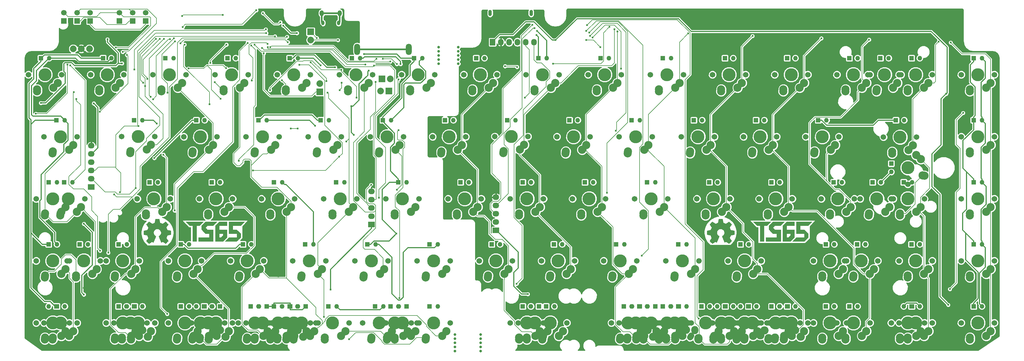
<source format=gtl>
G04 #@! TF.FileFunction,Copper,L1,Top,Signal*
%FSLAX46Y46*%
G04 Gerber Fmt 4.6, Leading zero omitted, Abs format (unit mm)*
G04 Created by KiCad (PCBNEW 4.0.1-stable) date 5/21/2016 1:06:21 AM*
%MOMM*%
G01*
G04 APERTURE LIST*
%ADD10C,0.150000*%
%ADD11C,0.010000*%
%ADD12C,0.002540*%
%ADD13R,2.032000X2.032000*%
%ADD14O,2.032000X2.032000*%
%ADD15C,3.987810*%
%ADD16C,1.701810*%
%ADD17C,2.500000*%
%ADD18O,2.500000X2.500000*%
%ADD19O,2.200000X2.500000*%
%ADD20C,1.900000*%
%ADD21O,1.400000X1.400000*%
%ADD22R,1.400000X1.400000*%
%ADD23O,1.800000X3.500000*%
%ADD24O,1.050000X1.900000*%
%ADD25C,2.032000*%
%ADD26R,1.727200X2.032000*%
%ADD27O,1.727200X2.032000*%
%ADD28R,2.032000X1.727200*%
%ADD29O,2.032000X1.727200*%
%ADD30R,1.700000X1.700000*%
%ADD31C,1.700000*%
%ADD32C,0.800000*%
%ADD33O,1.300000X1.800000*%
%ADD34O,1.000000X1.400000*%
%ADD35C,0.609600*%
%ADD36C,0.304800*%
%ADD37C,0.152400*%
%ADD38C,0.508000*%
%ADD39C,0.254000*%
G04 APERTURE END LIST*
D10*
D11*
G36*
X136112860Y-134244520D02*
X135518565Y-134838880D01*
X134619340Y-134838880D01*
X134619340Y-139634400D01*
X133420460Y-139634400D01*
X133420460Y-134838880D01*
X132521234Y-134838880D01*
X131926940Y-134244520D01*
X131332645Y-133650160D01*
X136707154Y-133650160D01*
X136112860Y-134244520D01*
X136112860Y-134244520D01*
G37*
X136112860Y-134244520D02*
X135518565Y-134838880D01*
X134619340Y-134838880D01*
X134619340Y-139634400D01*
X133420460Y-139634400D01*
X133420460Y-134838880D01*
X132521234Y-134838880D01*
X131926940Y-134244520D01*
X131332645Y-133650160D01*
X136707154Y-133650160D01*
X136112860Y-134244520D01*
G36*
X140903234Y-133650160D02*
X140308940Y-134244520D01*
X139714645Y-134838880D01*
X137916132Y-134838880D01*
X137613935Y-135141202D01*
X137311738Y-135443525D01*
X137614061Y-135745722D01*
X137916384Y-136047920D01*
X139719660Y-136047920D01*
X139719660Y-139634400D01*
X135228940Y-139634400D01*
X135228940Y-138445680D01*
X138520780Y-138445680D01*
X138520780Y-137236640D01*
X137326915Y-137236640D01*
X136123019Y-136032616D01*
X136123020Y-135438255D01*
X136123020Y-134843895D01*
X137316884Y-133650159D01*
X139110059Y-133650159D01*
X140903234Y-133650160D01*
X140903234Y-133650160D01*
G37*
X140903234Y-133650160D02*
X140308940Y-134244520D01*
X139714645Y-134838880D01*
X137916132Y-134838880D01*
X137613935Y-135141202D01*
X137311738Y-135443525D01*
X137614061Y-135745722D01*
X137916384Y-136047920D01*
X139719660Y-136047920D01*
X139719660Y-139634400D01*
X135228940Y-139634400D01*
X135228940Y-138445680D01*
X138520780Y-138445680D01*
X138520780Y-137236640D01*
X137326915Y-137236640D01*
X136123019Y-136032616D01*
X136123020Y-135438255D01*
X136123020Y-134843895D01*
X137316884Y-133650159D01*
X139110059Y-133650159D01*
X140903234Y-133650160D01*
G36*
X143915740Y-133650160D02*
X143915740Y-134838880D01*
X141517980Y-134838880D01*
X141517980Y-136047920D01*
X143915740Y-136047920D01*
X143915740Y-138440664D01*
X143318807Y-139037532D01*
X142721875Y-139634400D01*
X140329260Y-139634400D01*
X140329260Y-137236640D01*
X141517980Y-137236640D01*
X141517980Y-138445680D01*
X142122375Y-138445680D01*
X142424697Y-138143483D01*
X142727020Y-137841287D01*
X142727020Y-137236640D01*
X141517980Y-137236640D01*
X140329260Y-137236640D01*
X140329260Y-134843895D01*
X141523124Y-133650159D01*
X142719432Y-133650159D01*
X143915740Y-133650160D01*
X143915740Y-133650160D01*
G37*
X143915740Y-133650160D02*
X143915740Y-134838880D01*
X141517980Y-134838880D01*
X141517980Y-136047920D01*
X143915740Y-136047920D01*
X143915740Y-138440664D01*
X143318807Y-139037532D01*
X142721875Y-139634400D01*
X140329260Y-139634400D01*
X140329260Y-137236640D01*
X141517980Y-137236640D01*
X141517980Y-138445680D01*
X142122375Y-138445680D01*
X142424697Y-138143483D01*
X142727020Y-137841287D01*
X142727020Y-137236640D01*
X141517980Y-137236640D01*
X140329260Y-137236640D01*
X140329260Y-134843895D01*
X141523124Y-133650159D01*
X142719432Y-133650159D01*
X143915740Y-133650160D01*
G36*
X148711260Y-134244520D02*
X148116965Y-134838880D01*
X145714060Y-134838880D01*
X145714060Y-136047920D01*
X146918084Y-136047920D01*
X148111820Y-137241784D01*
X148111820Y-138440664D01*
X147514887Y-139037532D01*
X146917955Y-139634400D01*
X143341765Y-139634400D01*
X143936060Y-139040040D01*
X144530354Y-138445680D01*
X146923100Y-138445680D01*
X146923100Y-137236640D01*
X144525340Y-137236640D01*
X144525340Y-133650160D01*
X149305554Y-133650160D01*
X148711260Y-134244520D01*
X148711260Y-134244520D01*
G37*
X148711260Y-134244520D02*
X148116965Y-134838880D01*
X145714060Y-134838880D01*
X145714060Y-136047920D01*
X146918084Y-136047920D01*
X148111820Y-137241784D01*
X148111820Y-138440664D01*
X147514887Y-139037532D01*
X146917955Y-139634400D01*
X143341765Y-139634400D01*
X143936060Y-139040040D01*
X144530354Y-138445680D01*
X146923100Y-138445680D01*
X146923100Y-137236640D01*
X144525340Y-137236640D01*
X144525340Y-133650160D01*
X149305554Y-133650160D01*
X148711260Y-134244520D01*
D12*
G36*
X126760100Y-136969940D02*
X126757560Y-137112180D01*
X126757560Y-137229020D01*
X126757560Y-137323000D01*
X126755020Y-137396660D01*
X126755020Y-137452540D01*
X126752480Y-137490640D01*
X126747400Y-137518580D01*
X126742320Y-137533820D01*
X126739780Y-137538900D01*
X126722000Y-137543980D01*
X126678820Y-137554140D01*
X126615320Y-137569380D01*
X126531500Y-137587160D01*
X126434980Y-137604940D01*
X126328300Y-137627800D01*
X126214000Y-137648120D01*
X126084460Y-137670980D01*
X125970160Y-137693840D01*
X125871100Y-137714160D01*
X125789820Y-137731940D01*
X125731400Y-137747180D01*
X125693300Y-137757340D01*
X125683140Y-137762420D01*
X125672980Y-137780200D01*
X125652660Y-137818300D01*
X125627260Y-137876720D01*
X125596780Y-137950380D01*
X125561220Y-138034200D01*
X125523120Y-138123100D01*
X125487560Y-138214540D01*
X125449460Y-138308520D01*
X125416440Y-138394880D01*
X125388500Y-138471080D01*
X125363100Y-138537120D01*
X125347860Y-138585380D01*
X125340240Y-138613320D01*
X125340240Y-138618400D01*
X125347860Y-138633640D01*
X125370720Y-138669200D01*
X125408820Y-138725080D01*
X125454540Y-138793660D01*
X125507880Y-138874940D01*
X125571380Y-138963840D01*
X125637420Y-139060360D01*
X125703460Y-139156880D01*
X125764420Y-139248320D01*
X125817760Y-139332140D01*
X125863480Y-139400720D01*
X125896500Y-139456600D01*
X125919360Y-139492160D01*
X125926980Y-139509940D01*
X125916820Y-139525180D01*
X125888880Y-139558200D01*
X125845700Y-139606460D01*
X125792360Y-139664880D01*
X125726320Y-139730920D01*
X125655200Y-139804580D01*
X125579000Y-139883320D01*
X125500260Y-139962060D01*
X125424060Y-140038260D01*
X125347860Y-140111920D01*
X125281820Y-140177960D01*
X125220860Y-140233840D01*
X125172600Y-140277020D01*
X125139580Y-140307500D01*
X125121800Y-140320200D01*
X125119260Y-140320200D01*
X125104020Y-140312580D01*
X125068460Y-140289720D01*
X125012580Y-140254160D01*
X124944000Y-140208440D01*
X124862720Y-140155100D01*
X124771280Y-140094140D01*
X124677300Y-140030640D01*
X124580780Y-139964600D01*
X124489340Y-139901100D01*
X124408060Y-139847760D01*
X124339480Y-139804580D01*
X124283600Y-139769020D01*
X124248040Y-139748700D01*
X124230260Y-139741080D01*
X124209940Y-139746160D01*
X124171840Y-139763940D01*
X124115960Y-139791880D01*
X124052460Y-139824900D01*
X124021980Y-139840140D01*
X123950860Y-139878240D01*
X123889900Y-139906180D01*
X123841640Y-139926500D01*
X123811160Y-139936660D01*
X123806080Y-139936660D01*
X123798460Y-139931580D01*
X123790840Y-139921420D01*
X123778140Y-139901100D01*
X123762900Y-139870620D01*
X123742580Y-139829980D01*
X123717180Y-139771560D01*
X123684160Y-139700440D01*
X123646060Y-139611540D01*
X123600340Y-139504860D01*
X123547000Y-139375320D01*
X123483500Y-139222920D01*
X123409840Y-139047660D01*
X123397140Y-139017180D01*
X123336180Y-138864780D01*
X123275220Y-138720000D01*
X123221880Y-138585380D01*
X123171080Y-138460920D01*
X123127900Y-138351700D01*
X123089800Y-138257720D01*
X123061860Y-138181520D01*
X123041540Y-138125640D01*
X123031380Y-138092620D01*
X123028840Y-138082460D01*
X123044080Y-138067220D01*
X123074560Y-138039280D01*
X123120280Y-138003720D01*
X123166000Y-137970700D01*
X123282840Y-137884340D01*
X123379360Y-137803060D01*
X123458100Y-137721780D01*
X123524140Y-137632880D01*
X123585100Y-137533820D01*
X123615580Y-137477940D01*
X123681620Y-137315380D01*
X123722260Y-137147740D01*
X123734960Y-136977560D01*
X123722260Y-136807380D01*
X123684160Y-136642280D01*
X123623200Y-136484800D01*
X123536840Y-136332400D01*
X123425080Y-136192700D01*
X123417460Y-136185080D01*
X123285380Y-136063160D01*
X123138060Y-135964100D01*
X122972960Y-135887900D01*
X122891680Y-135859960D01*
X122845960Y-135847260D01*
X122802780Y-135837100D01*
X122754520Y-135832020D01*
X122693560Y-135829480D01*
X122617360Y-135826940D01*
X122574180Y-135826940D01*
X122490360Y-135826940D01*
X122421780Y-135829480D01*
X122370980Y-135834560D01*
X122325260Y-135842180D01*
X122279540Y-135854880D01*
X122259220Y-135859960D01*
X122086500Y-135928540D01*
X121931560Y-136017440D01*
X121791860Y-136129200D01*
X121672480Y-136261280D01*
X121573420Y-136408600D01*
X121545480Y-136461940D01*
X121489600Y-136591480D01*
X121451500Y-136713400D01*
X121431180Y-136840400D01*
X121426100Y-136975020D01*
X121438800Y-137155360D01*
X121479440Y-137328080D01*
X121545480Y-137490640D01*
X121634380Y-137640500D01*
X121748680Y-137775120D01*
X121799480Y-137823380D01*
X121862980Y-137876720D01*
X121936640Y-137932600D01*
X122005220Y-137983400D01*
X122066180Y-138024040D01*
X122073800Y-138026580D01*
X122106820Y-138051980D01*
X122124600Y-138077380D01*
X122127140Y-138082460D01*
X122122060Y-138100240D01*
X122109360Y-138143420D01*
X122083960Y-138209460D01*
X122050940Y-138298360D01*
X122007760Y-138407580D01*
X121956960Y-138534580D01*
X121898540Y-138679360D01*
X121832500Y-138839380D01*
X121766460Y-138996860D01*
X121705500Y-139146720D01*
X121644540Y-139288960D01*
X121588660Y-139423580D01*
X121537860Y-139545500D01*
X121492140Y-139654720D01*
X121454040Y-139746160D01*
X121423560Y-139819820D01*
X121400700Y-139873160D01*
X121388000Y-139903640D01*
X121385460Y-139911260D01*
X121362600Y-139931580D01*
X121342280Y-139939200D01*
X121321960Y-139931580D01*
X121281320Y-139913800D01*
X121225440Y-139888400D01*
X121159400Y-139852840D01*
X121131460Y-139837600D01*
X121047640Y-139794420D01*
X120981600Y-139763940D01*
X120935880Y-139746160D01*
X120913020Y-139743620D01*
X120895240Y-139753780D01*
X120854600Y-139776640D01*
X120798720Y-139812200D01*
X120732680Y-139855380D01*
X120656480Y-139906180D01*
X120608220Y-139939200D01*
X120478680Y-140030640D01*
X120369460Y-140104300D01*
X120280560Y-140165260D01*
X120206900Y-140216060D01*
X120151020Y-140254160D01*
X120107840Y-140282100D01*
X120074820Y-140299880D01*
X120051960Y-140312580D01*
X120039260Y-140317660D01*
X120031640Y-140320200D01*
X120018940Y-140310040D01*
X119985920Y-140282100D01*
X119937660Y-140238920D01*
X119876700Y-140183040D01*
X119805580Y-140114460D01*
X119726840Y-140035720D01*
X119643020Y-139951900D01*
X119625240Y-139934120D01*
X119538880Y-139847760D01*
X119460140Y-139769020D01*
X119389020Y-139695360D01*
X119328060Y-139631860D01*
X119279800Y-139581060D01*
X119246780Y-139545500D01*
X119231540Y-139527720D01*
X119231540Y-139525180D01*
X119229000Y-139517560D01*
X119229000Y-139509940D01*
X119231540Y-139499780D01*
X119236620Y-139482000D01*
X119249320Y-139459140D01*
X119269640Y-139428660D01*
X119297580Y-139385480D01*
X119338220Y-139327060D01*
X119386480Y-139253400D01*
X119449980Y-139159420D01*
X119528720Y-139047660D01*
X119536340Y-139037500D01*
X119602380Y-138940980D01*
X119660800Y-138852080D01*
X119714140Y-138770800D01*
X119759860Y-138704760D01*
X119792880Y-138651420D01*
X119813200Y-138618400D01*
X119818280Y-138603160D01*
X119813200Y-138585380D01*
X119797960Y-138544740D01*
X119777640Y-138486320D01*
X119747160Y-138410120D01*
X119711600Y-138321220D01*
X119673500Y-138222160D01*
X119653180Y-138173900D01*
X119604920Y-138051980D01*
X119564280Y-137952920D01*
X119531260Y-137876720D01*
X119505860Y-137820840D01*
X119485540Y-137782740D01*
X119470300Y-137759880D01*
X119460140Y-137749720D01*
X119439820Y-137744640D01*
X119394100Y-137734480D01*
X119328060Y-137721780D01*
X119244240Y-137704000D01*
X119147720Y-137686220D01*
X119038500Y-137665900D01*
X118931820Y-137645580D01*
X118814980Y-137625260D01*
X118708300Y-137602400D01*
X118611780Y-137584620D01*
X118533040Y-137566840D01*
X118469540Y-137554140D01*
X118428900Y-137543980D01*
X118413660Y-137538900D01*
X118408580Y-137528740D01*
X118403500Y-137510960D01*
X118400960Y-137477940D01*
X118398420Y-137432220D01*
X118395880Y-137368720D01*
X118393340Y-137284900D01*
X118393340Y-137178220D01*
X118393340Y-137048680D01*
X118393340Y-136967400D01*
X118393340Y-136413680D01*
X118426360Y-136393360D01*
X118446680Y-136385740D01*
X118492400Y-136375580D01*
X118558440Y-136360340D01*
X118642260Y-136342560D01*
X118741320Y-136322240D01*
X118850540Y-136301920D01*
X118969920Y-136279060D01*
X118972460Y-136279060D01*
X119089300Y-136258740D01*
X119198520Y-136235880D01*
X119295040Y-136218100D01*
X119378860Y-136200320D01*
X119442360Y-136185080D01*
X119485540Y-136174920D01*
X119503320Y-136167300D01*
X119505860Y-136167300D01*
X119516020Y-136149520D01*
X119533800Y-136111420D01*
X119561740Y-136053000D01*
X119592220Y-135981880D01*
X119627780Y-135900600D01*
X119665880Y-135814240D01*
X119703980Y-135722800D01*
X119742080Y-135636440D01*
X119775100Y-135555160D01*
X119805580Y-135484040D01*
X119828440Y-135428160D01*
X119841140Y-135387520D01*
X119846220Y-135372280D01*
X119838600Y-135357040D01*
X119815740Y-135318940D01*
X119782720Y-135265600D01*
X119737000Y-135194480D01*
X119681120Y-135113200D01*
X119620160Y-135021760D01*
X119551580Y-134922700D01*
X119541420Y-134907460D01*
X119472840Y-134805860D01*
X119409340Y-134711880D01*
X119353460Y-134628060D01*
X119305200Y-134554400D01*
X119267100Y-134495980D01*
X119241700Y-134455340D01*
X119229000Y-134435020D01*
X119229000Y-134435020D01*
X119231540Y-134422320D01*
X119244240Y-134404540D01*
X119264560Y-134376600D01*
X119300120Y-134335960D01*
X119348380Y-134282620D01*
X119414420Y-134216580D01*
X119495700Y-134132760D01*
X119594760Y-134033700D01*
X119615080Y-134013380D01*
X119714140Y-133911780D01*
X119805580Y-133825420D01*
X119881780Y-133751760D01*
X119945280Y-133693340D01*
X119993540Y-133650160D01*
X120024020Y-133624760D01*
X120034180Y-133619680D01*
X120051960Y-133627300D01*
X120090060Y-133647620D01*
X120145940Y-133683180D01*
X120217060Y-133728900D01*
X120298340Y-133782240D01*
X120392320Y-133845740D01*
X120491380Y-133911780D01*
X120501540Y-133919400D01*
X120600600Y-133987980D01*
X120694580Y-134051480D01*
X120778400Y-134109900D01*
X120852060Y-134158160D01*
X120910480Y-134196260D01*
X120951120Y-134224200D01*
X120971440Y-134236900D01*
X120971440Y-134236900D01*
X120984140Y-134241980D01*
X121001920Y-134239440D01*
X121029860Y-134234360D01*
X121067960Y-134221660D01*
X121121300Y-134203880D01*
X121192420Y-134175940D01*
X121286400Y-134137840D01*
X121352440Y-134109900D01*
X121469280Y-134064180D01*
X121560720Y-134026080D01*
X121634380Y-133995600D01*
X121687720Y-133970200D01*
X121725820Y-133952420D01*
X121753760Y-133939720D01*
X121769000Y-133927020D01*
X121779160Y-133916860D01*
X121784240Y-133909240D01*
X121786780Y-133901620D01*
X121791860Y-133881300D01*
X121799480Y-133838120D01*
X121812180Y-133772080D01*
X121829960Y-133688260D01*
X121847740Y-133589200D01*
X121868060Y-133479980D01*
X121890920Y-133363140D01*
X121893460Y-133350440D01*
X121916320Y-133231060D01*
X121936640Y-133121840D01*
X121956960Y-133022780D01*
X121974740Y-132938960D01*
X121989980Y-132872920D01*
X122000140Y-132827200D01*
X122005220Y-132806880D01*
X122007760Y-132806880D01*
X122015380Y-132801800D01*
X122033160Y-132796720D01*
X122061100Y-132794180D01*
X122104280Y-132791640D01*
X122165240Y-132789100D01*
X122243980Y-132786560D01*
X122343040Y-132786560D01*
X122467500Y-132786560D01*
X122574180Y-132786560D01*
X122696100Y-132786560D01*
X122810400Y-132786560D01*
X122912000Y-132789100D01*
X123000900Y-132791640D01*
X123069480Y-132791640D01*
X123117740Y-132794180D01*
X123143140Y-132796720D01*
X123143140Y-132796720D01*
X123150760Y-132814500D01*
X123163460Y-132857680D01*
X123178700Y-132923720D01*
X123196480Y-133012620D01*
X123219340Y-133121840D01*
X123242200Y-133246300D01*
X123265060Y-133363140D01*
X123287920Y-133485060D01*
X123310780Y-133596820D01*
X123331100Y-133698420D01*
X123346340Y-133784780D01*
X123361580Y-133853360D01*
X123374280Y-133901620D01*
X123379360Y-133927020D01*
X123381900Y-133929560D01*
X123399680Y-133939720D01*
X123437780Y-133957500D01*
X123496200Y-133982900D01*
X123564780Y-134013380D01*
X123646060Y-134046400D01*
X123732420Y-134081960D01*
X123821320Y-134117520D01*
X123907680Y-134153080D01*
X123988960Y-134183560D01*
X124060080Y-134211500D01*
X124115960Y-134231820D01*
X124154060Y-134244520D01*
X124169300Y-134249600D01*
X124184540Y-134239440D01*
X124220100Y-134216580D01*
X124273440Y-134181020D01*
X124342020Y-134132760D01*
X124423300Y-134076880D01*
X124514740Y-134015920D01*
X124616340Y-133947340D01*
X124639200Y-133929560D01*
X124740800Y-133860980D01*
X124834780Y-133797480D01*
X124921140Y-133741600D01*
X124994800Y-133693340D01*
X125053220Y-133655240D01*
X125093860Y-133629840D01*
X125116720Y-133619680D01*
X125119260Y-133619680D01*
X125134500Y-133627300D01*
X125167520Y-133655240D01*
X125213240Y-133698420D01*
X125271660Y-133754300D01*
X125340240Y-133817800D01*
X125413900Y-133891460D01*
X125492640Y-133967660D01*
X125568840Y-134046400D01*
X125647580Y-134122600D01*
X125718700Y-134198800D01*
X125784740Y-134264840D01*
X125840620Y-134325800D01*
X125886340Y-134374060D01*
X125914280Y-134409620D01*
X125926980Y-134427400D01*
X125926980Y-134427400D01*
X125919360Y-134445180D01*
X125896500Y-134480740D01*
X125860940Y-134536620D01*
X125815220Y-134607740D01*
X125761880Y-134689020D01*
X125700920Y-134780460D01*
X125632340Y-134879520D01*
X125629800Y-134884600D01*
X125561220Y-134983660D01*
X125497720Y-135077640D01*
X125439300Y-135161460D01*
X125391040Y-135232580D01*
X125355480Y-135291000D01*
X125327540Y-135329100D01*
X125317380Y-135349420D01*
X125317380Y-135349420D01*
X125314840Y-135362120D01*
X125317380Y-135382440D01*
X125327540Y-135415460D01*
X125342780Y-135463720D01*
X125368180Y-135527220D01*
X125403740Y-135611040D01*
X125446920Y-135715180D01*
X125469780Y-135768520D01*
X125515500Y-135875200D01*
X125556140Y-135966640D01*
X125594240Y-136047920D01*
X125624720Y-136108880D01*
X125647580Y-136152060D01*
X125660280Y-136172380D01*
X125662820Y-136174920D01*
X125680600Y-136180000D01*
X125723780Y-136190160D01*
X125789820Y-136202860D01*
X125871100Y-136220640D01*
X125970160Y-136238420D01*
X126079380Y-136261280D01*
X126198760Y-136284140D01*
X126211460Y-136284140D01*
X126346080Y-136312080D01*
X126465460Y-136334940D01*
X126567060Y-136355260D01*
X126645800Y-136373040D01*
X126704220Y-136388280D01*
X126739780Y-136398440D01*
X126747400Y-136400980D01*
X126749940Y-136418760D01*
X126752480Y-136461940D01*
X126755020Y-136525440D01*
X126755020Y-136609260D01*
X126757560Y-136708320D01*
X126757560Y-136817540D01*
X126760100Y-136939460D01*
X126760100Y-136969940D01*
X126760100Y-136969940D01*
X126760100Y-136969940D01*
G37*
X126760100Y-136969940D02*
X126757560Y-137112180D01*
X126757560Y-137229020D01*
X126757560Y-137323000D01*
X126755020Y-137396660D01*
X126755020Y-137452540D01*
X126752480Y-137490640D01*
X126747400Y-137518580D01*
X126742320Y-137533820D01*
X126739780Y-137538900D01*
X126722000Y-137543980D01*
X126678820Y-137554140D01*
X126615320Y-137569380D01*
X126531500Y-137587160D01*
X126434980Y-137604940D01*
X126328300Y-137627800D01*
X126214000Y-137648120D01*
X126084460Y-137670980D01*
X125970160Y-137693840D01*
X125871100Y-137714160D01*
X125789820Y-137731940D01*
X125731400Y-137747180D01*
X125693300Y-137757340D01*
X125683140Y-137762420D01*
X125672980Y-137780200D01*
X125652660Y-137818300D01*
X125627260Y-137876720D01*
X125596780Y-137950380D01*
X125561220Y-138034200D01*
X125523120Y-138123100D01*
X125487560Y-138214540D01*
X125449460Y-138308520D01*
X125416440Y-138394880D01*
X125388500Y-138471080D01*
X125363100Y-138537120D01*
X125347860Y-138585380D01*
X125340240Y-138613320D01*
X125340240Y-138618400D01*
X125347860Y-138633640D01*
X125370720Y-138669200D01*
X125408820Y-138725080D01*
X125454540Y-138793660D01*
X125507880Y-138874940D01*
X125571380Y-138963840D01*
X125637420Y-139060360D01*
X125703460Y-139156880D01*
X125764420Y-139248320D01*
X125817760Y-139332140D01*
X125863480Y-139400720D01*
X125896500Y-139456600D01*
X125919360Y-139492160D01*
X125926980Y-139509940D01*
X125916820Y-139525180D01*
X125888880Y-139558200D01*
X125845700Y-139606460D01*
X125792360Y-139664880D01*
X125726320Y-139730920D01*
X125655200Y-139804580D01*
X125579000Y-139883320D01*
X125500260Y-139962060D01*
X125424060Y-140038260D01*
X125347860Y-140111920D01*
X125281820Y-140177960D01*
X125220860Y-140233840D01*
X125172600Y-140277020D01*
X125139580Y-140307500D01*
X125121800Y-140320200D01*
X125119260Y-140320200D01*
X125104020Y-140312580D01*
X125068460Y-140289720D01*
X125012580Y-140254160D01*
X124944000Y-140208440D01*
X124862720Y-140155100D01*
X124771280Y-140094140D01*
X124677300Y-140030640D01*
X124580780Y-139964600D01*
X124489340Y-139901100D01*
X124408060Y-139847760D01*
X124339480Y-139804580D01*
X124283600Y-139769020D01*
X124248040Y-139748700D01*
X124230260Y-139741080D01*
X124209940Y-139746160D01*
X124171840Y-139763940D01*
X124115960Y-139791880D01*
X124052460Y-139824900D01*
X124021980Y-139840140D01*
X123950860Y-139878240D01*
X123889900Y-139906180D01*
X123841640Y-139926500D01*
X123811160Y-139936660D01*
X123806080Y-139936660D01*
X123798460Y-139931580D01*
X123790840Y-139921420D01*
X123778140Y-139901100D01*
X123762900Y-139870620D01*
X123742580Y-139829980D01*
X123717180Y-139771560D01*
X123684160Y-139700440D01*
X123646060Y-139611540D01*
X123600340Y-139504860D01*
X123547000Y-139375320D01*
X123483500Y-139222920D01*
X123409840Y-139047660D01*
X123397140Y-139017180D01*
X123336180Y-138864780D01*
X123275220Y-138720000D01*
X123221880Y-138585380D01*
X123171080Y-138460920D01*
X123127900Y-138351700D01*
X123089800Y-138257720D01*
X123061860Y-138181520D01*
X123041540Y-138125640D01*
X123031380Y-138092620D01*
X123028840Y-138082460D01*
X123044080Y-138067220D01*
X123074560Y-138039280D01*
X123120280Y-138003720D01*
X123166000Y-137970700D01*
X123282840Y-137884340D01*
X123379360Y-137803060D01*
X123458100Y-137721780D01*
X123524140Y-137632880D01*
X123585100Y-137533820D01*
X123615580Y-137477940D01*
X123681620Y-137315380D01*
X123722260Y-137147740D01*
X123734960Y-136977560D01*
X123722260Y-136807380D01*
X123684160Y-136642280D01*
X123623200Y-136484800D01*
X123536840Y-136332400D01*
X123425080Y-136192700D01*
X123417460Y-136185080D01*
X123285380Y-136063160D01*
X123138060Y-135964100D01*
X122972960Y-135887900D01*
X122891680Y-135859960D01*
X122845960Y-135847260D01*
X122802780Y-135837100D01*
X122754520Y-135832020D01*
X122693560Y-135829480D01*
X122617360Y-135826940D01*
X122574180Y-135826940D01*
X122490360Y-135826940D01*
X122421780Y-135829480D01*
X122370980Y-135834560D01*
X122325260Y-135842180D01*
X122279540Y-135854880D01*
X122259220Y-135859960D01*
X122086500Y-135928540D01*
X121931560Y-136017440D01*
X121791860Y-136129200D01*
X121672480Y-136261280D01*
X121573420Y-136408600D01*
X121545480Y-136461940D01*
X121489600Y-136591480D01*
X121451500Y-136713400D01*
X121431180Y-136840400D01*
X121426100Y-136975020D01*
X121438800Y-137155360D01*
X121479440Y-137328080D01*
X121545480Y-137490640D01*
X121634380Y-137640500D01*
X121748680Y-137775120D01*
X121799480Y-137823380D01*
X121862980Y-137876720D01*
X121936640Y-137932600D01*
X122005220Y-137983400D01*
X122066180Y-138024040D01*
X122073800Y-138026580D01*
X122106820Y-138051980D01*
X122124600Y-138077380D01*
X122127140Y-138082460D01*
X122122060Y-138100240D01*
X122109360Y-138143420D01*
X122083960Y-138209460D01*
X122050940Y-138298360D01*
X122007760Y-138407580D01*
X121956960Y-138534580D01*
X121898540Y-138679360D01*
X121832500Y-138839380D01*
X121766460Y-138996860D01*
X121705500Y-139146720D01*
X121644540Y-139288960D01*
X121588660Y-139423580D01*
X121537860Y-139545500D01*
X121492140Y-139654720D01*
X121454040Y-139746160D01*
X121423560Y-139819820D01*
X121400700Y-139873160D01*
X121388000Y-139903640D01*
X121385460Y-139911260D01*
X121362600Y-139931580D01*
X121342280Y-139939200D01*
X121321960Y-139931580D01*
X121281320Y-139913800D01*
X121225440Y-139888400D01*
X121159400Y-139852840D01*
X121131460Y-139837600D01*
X121047640Y-139794420D01*
X120981600Y-139763940D01*
X120935880Y-139746160D01*
X120913020Y-139743620D01*
X120895240Y-139753780D01*
X120854600Y-139776640D01*
X120798720Y-139812200D01*
X120732680Y-139855380D01*
X120656480Y-139906180D01*
X120608220Y-139939200D01*
X120478680Y-140030640D01*
X120369460Y-140104300D01*
X120280560Y-140165260D01*
X120206900Y-140216060D01*
X120151020Y-140254160D01*
X120107840Y-140282100D01*
X120074820Y-140299880D01*
X120051960Y-140312580D01*
X120039260Y-140317660D01*
X120031640Y-140320200D01*
X120018940Y-140310040D01*
X119985920Y-140282100D01*
X119937660Y-140238920D01*
X119876700Y-140183040D01*
X119805580Y-140114460D01*
X119726840Y-140035720D01*
X119643020Y-139951900D01*
X119625240Y-139934120D01*
X119538880Y-139847760D01*
X119460140Y-139769020D01*
X119389020Y-139695360D01*
X119328060Y-139631860D01*
X119279800Y-139581060D01*
X119246780Y-139545500D01*
X119231540Y-139527720D01*
X119231540Y-139525180D01*
X119229000Y-139517560D01*
X119229000Y-139509940D01*
X119231540Y-139499780D01*
X119236620Y-139482000D01*
X119249320Y-139459140D01*
X119269640Y-139428660D01*
X119297580Y-139385480D01*
X119338220Y-139327060D01*
X119386480Y-139253400D01*
X119449980Y-139159420D01*
X119528720Y-139047660D01*
X119536340Y-139037500D01*
X119602380Y-138940980D01*
X119660800Y-138852080D01*
X119714140Y-138770800D01*
X119759860Y-138704760D01*
X119792880Y-138651420D01*
X119813200Y-138618400D01*
X119818280Y-138603160D01*
X119813200Y-138585380D01*
X119797960Y-138544740D01*
X119777640Y-138486320D01*
X119747160Y-138410120D01*
X119711600Y-138321220D01*
X119673500Y-138222160D01*
X119653180Y-138173900D01*
X119604920Y-138051980D01*
X119564280Y-137952920D01*
X119531260Y-137876720D01*
X119505860Y-137820840D01*
X119485540Y-137782740D01*
X119470300Y-137759880D01*
X119460140Y-137749720D01*
X119439820Y-137744640D01*
X119394100Y-137734480D01*
X119328060Y-137721780D01*
X119244240Y-137704000D01*
X119147720Y-137686220D01*
X119038500Y-137665900D01*
X118931820Y-137645580D01*
X118814980Y-137625260D01*
X118708300Y-137602400D01*
X118611780Y-137584620D01*
X118533040Y-137566840D01*
X118469540Y-137554140D01*
X118428900Y-137543980D01*
X118413660Y-137538900D01*
X118408580Y-137528740D01*
X118403500Y-137510960D01*
X118400960Y-137477940D01*
X118398420Y-137432220D01*
X118395880Y-137368720D01*
X118393340Y-137284900D01*
X118393340Y-137178220D01*
X118393340Y-137048680D01*
X118393340Y-136967400D01*
X118393340Y-136413680D01*
X118426360Y-136393360D01*
X118446680Y-136385740D01*
X118492400Y-136375580D01*
X118558440Y-136360340D01*
X118642260Y-136342560D01*
X118741320Y-136322240D01*
X118850540Y-136301920D01*
X118969920Y-136279060D01*
X118972460Y-136279060D01*
X119089300Y-136258740D01*
X119198520Y-136235880D01*
X119295040Y-136218100D01*
X119378860Y-136200320D01*
X119442360Y-136185080D01*
X119485540Y-136174920D01*
X119503320Y-136167300D01*
X119505860Y-136167300D01*
X119516020Y-136149520D01*
X119533800Y-136111420D01*
X119561740Y-136053000D01*
X119592220Y-135981880D01*
X119627780Y-135900600D01*
X119665880Y-135814240D01*
X119703980Y-135722800D01*
X119742080Y-135636440D01*
X119775100Y-135555160D01*
X119805580Y-135484040D01*
X119828440Y-135428160D01*
X119841140Y-135387520D01*
X119846220Y-135372280D01*
X119838600Y-135357040D01*
X119815740Y-135318940D01*
X119782720Y-135265600D01*
X119737000Y-135194480D01*
X119681120Y-135113200D01*
X119620160Y-135021760D01*
X119551580Y-134922700D01*
X119541420Y-134907460D01*
X119472840Y-134805860D01*
X119409340Y-134711880D01*
X119353460Y-134628060D01*
X119305200Y-134554400D01*
X119267100Y-134495980D01*
X119241700Y-134455340D01*
X119229000Y-134435020D01*
X119229000Y-134435020D01*
X119231540Y-134422320D01*
X119244240Y-134404540D01*
X119264560Y-134376600D01*
X119300120Y-134335960D01*
X119348380Y-134282620D01*
X119414420Y-134216580D01*
X119495700Y-134132760D01*
X119594760Y-134033700D01*
X119615080Y-134013380D01*
X119714140Y-133911780D01*
X119805580Y-133825420D01*
X119881780Y-133751760D01*
X119945280Y-133693340D01*
X119993540Y-133650160D01*
X120024020Y-133624760D01*
X120034180Y-133619680D01*
X120051960Y-133627300D01*
X120090060Y-133647620D01*
X120145940Y-133683180D01*
X120217060Y-133728900D01*
X120298340Y-133782240D01*
X120392320Y-133845740D01*
X120491380Y-133911780D01*
X120501540Y-133919400D01*
X120600600Y-133987980D01*
X120694580Y-134051480D01*
X120778400Y-134109900D01*
X120852060Y-134158160D01*
X120910480Y-134196260D01*
X120951120Y-134224200D01*
X120971440Y-134236900D01*
X120971440Y-134236900D01*
X120984140Y-134241980D01*
X121001920Y-134239440D01*
X121029860Y-134234360D01*
X121067960Y-134221660D01*
X121121300Y-134203880D01*
X121192420Y-134175940D01*
X121286400Y-134137840D01*
X121352440Y-134109900D01*
X121469280Y-134064180D01*
X121560720Y-134026080D01*
X121634380Y-133995600D01*
X121687720Y-133970200D01*
X121725820Y-133952420D01*
X121753760Y-133939720D01*
X121769000Y-133927020D01*
X121779160Y-133916860D01*
X121784240Y-133909240D01*
X121786780Y-133901620D01*
X121791860Y-133881300D01*
X121799480Y-133838120D01*
X121812180Y-133772080D01*
X121829960Y-133688260D01*
X121847740Y-133589200D01*
X121868060Y-133479980D01*
X121890920Y-133363140D01*
X121893460Y-133350440D01*
X121916320Y-133231060D01*
X121936640Y-133121840D01*
X121956960Y-133022780D01*
X121974740Y-132938960D01*
X121989980Y-132872920D01*
X122000140Y-132827200D01*
X122005220Y-132806880D01*
X122007760Y-132806880D01*
X122015380Y-132801800D01*
X122033160Y-132796720D01*
X122061100Y-132794180D01*
X122104280Y-132791640D01*
X122165240Y-132789100D01*
X122243980Y-132786560D01*
X122343040Y-132786560D01*
X122467500Y-132786560D01*
X122574180Y-132786560D01*
X122696100Y-132786560D01*
X122810400Y-132786560D01*
X122912000Y-132789100D01*
X123000900Y-132791640D01*
X123069480Y-132791640D01*
X123117740Y-132794180D01*
X123143140Y-132796720D01*
X123143140Y-132796720D01*
X123150760Y-132814500D01*
X123163460Y-132857680D01*
X123178700Y-132923720D01*
X123196480Y-133012620D01*
X123219340Y-133121840D01*
X123242200Y-133246300D01*
X123265060Y-133363140D01*
X123287920Y-133485060D01*
X123310780Y-133596820D01*
X123331100Y-133698420D01*
X123346340Y-133784780D01*
X123361580Y-133853360D01*
X123374280Y-133901620D01*
X123379360Y-133927020D01*
X123381900Y-133929560D01*
X123399680Y-133939720D01*
X123437780Y-133957500D01*
X123496200Y-133982900D01*
X123564780Y-134013380D01*
X123646060Y-134046400D01*
X123732420Y-134081960D01*
X123821320Y-134117520D01*
X123907680Y-134153080D01*
X123988960Y-134183560D01*
X124060080Y-134211500D01*
X124115960Y-134231820D01*
X124154060Y-134244520D01*
X124169300Y-134249600D01*
X124184540Y-134239440D01*
X124220100Y-134216580D01*
X124273440Y-134181020D01*
X124342020Y-134132760D01*
X124423300Y-134076880D01*
X124514740Y-134015920D01*
X124616340Y-133947340D01*
X124639200Y-133929560D01*
X124740800Y-133860980D01*
X124834780Y-133797480D01*
X124921140Y-133741600D01*
X124994800Y-133693340D01*
X125053220Y-133655240D01*
X125093860Y-133629840D01*
X125116720Y-133619680D01*
X125119260Y-133619680D01*
X125134500Y-133627300D01*
X125167520Y-133655240D01*
X125213240Y-133698420D01*
X125271660Y-133754300D01*
X125340240Y-133817800D01*
X125413900Y-133891460D01*
X125492640Y-133967660D01*
X125568840Y-134046400D01*
X125647580Y-134122600D01*
X125718700Y-134198800D01*
X125784740Y-134264840D01*
X125840620Y-134325800D01*
X125886340Y-134374060D01*
X125914280Y-134409620D01*
X125926980Y-134427400D01*
X125926980Y-134427400D01*
X125919360Y-134445180D01*
X125896500Y-134480740D01*
X125860940Y-134536620D01*
X125815220Y-134607740D01*
X125761880Y-134689020D01*
X125700920Y-134780460D01*
X125632340Y-134879520D01*
X125629800Y-134884600D01*
X125561220Y-134983660D01*
X125497720Y-135077640D01*
X125439300Y-135161460D01*
X125391040Y-135232580D01*
X125355480Y-135291000D01*
X125327540Y-135329100D01*
X125317380Y-135349420D01*
X125317380Y-135349420D01*
X125314840Y-135362120D01*
X125317380Y-135382440D01*
X125327540Y-135415460D01*
X125342780Y-135463720D01*
X125368180Y-135527220D01*
X125403740Y-135611040D01*
X125446920Y-135715180D01*
X125469780Y-135768520D01*
X125515500Y-135875200D01*
X125556140Y-135966640D01*
X125594240Y-136047920D01*
X125624720Y-136108880D01*
X125647580Y-136152060D01*
X125660280Y-136172380D01*
X125662820Y-136174920D01*
X125680600Y-136180000D01*
X125723780Y-136190160D01*
X125789820Y-136202860D01*
X125871100Y-136220640D01*
X125970160Y-136238420D01*
X126079380Y-136261280D01*
X126198760Y-136284140D01*
X126211460Y-136284140D01*
X126346080Y-136312080D01*
X126465460Y-136334940D01*
X126567060Y-136355260D01*
X126645800Y-136373040D01*
X126704220Y-136388280D01*
X126739780Y-136398440D01*
X126747400Y-136400980D01*
X126749940Y-136418760D01*
X126752480Y-136461940D01*
X126755020Y-136525440D01*
X126755020Y-136609260D01*
X126757560Y-136708320D01*
X126757560Y-136817540D01*
X126760100Y-136939460D01*
X126760100Y-136969940D01*
X126760100Y-136969940D01*
D11*
G36*
X309936460Y-134244520D02*
X309342165Y-134838880D01*
X308442940Y-134838880D01*
X308442940Y-139634400D01*
X307244060Y-139634400D01*
X307244060Y-134838880D01*
X306344834Y-134838880D01*
X305750540Y-134244520D01*
X305156245Y-133650160D01*
X310530754Y-133650160D01*
X309936460Y-134244520D01*
X309936460Y-134244520D01*
G37*
X309936460Y-134244520D02*
X309342165Y-134838880D01*
X308442940Y-134838880D01*
X308442940Y-139634400D01*
X307244060Y-139634400D01*
X307244060Y-134838880D01*
X306344834Y-134838880D01*
X305750540Y-134244520D01*
X305156245Y-133650160D01*
X310530754Y-133650160D01*
X309936460Y-134244520D01*
G36*
X314726834Y-133650160D02*
X314132540Y-134244520D01*
X313538245Y-134838880D01*
X311739732Y-134838880D01*
X311437535Y-135141202D01*
X311135338Y-135443525D01*
X311437661Y-135745722D01*
X311739984Y-136047920D01*
X313543260Y-136047920D01*
X313543260Y-139634400D01*
X309052540Y-139634400D01*
X309052540Y-138445680D01*
X312344380Y-138445680D01*
X312344380Y-137236640D01*
X311150515Y-137236640D01*
X309946619Y-136032616D01*
X309946620Y-135438255D01*
X309946620Y-134843895D01*
X311140484Y-133650159D01*
X312933659Y-133650159D01*
X314726834Y-133650160D01*
X314726834Y-133650160D01*
G37*
X314726834Y-133650160D02*
X314132540Y-134244520D01*
X313538245Y-134838880D01*
X311739732Y-134838880D01*
X311437535Y-135141202D01*
X311135338Y-135443525D01*
X311437661Y-135745722D01*
X311739984Y-136047920D01*
X313543260Y-136047920D01*
X313543260Y-139634400D01*
X309052540Y-139634400D01*
X309052540Y-138445680D01*
X312344380Y-138445680D01*
X312344380Y-137236640D01*
X311150515Y-137236640D01*
X309946619Y-136032616D01*
X309946620Y-135438255D01*
X309946620Y-134843895D01*
X311140484Y-133650159D01*
X312933659Y-133650159D01*
X314726834Y-133650160D01*
G36*
X317739340Y-133650160D02*
X317739340Y-134838880D01*
X315341580Y-134838880D01*
X315341580Y-136047920D01*
X317739340Y-136047920D01*
X317739340Y-138440664D01*
X317142407Y-139037532D01*
X316545475Y-139634400D01*
X314152860Y-139634400D01*
X314152860Y-137236640D01*
X315341580Y-137236640D01*
X315341580Y-138445680D01*
X315945975Y-138445680D01*
X316248297Y-138143483D01*
X316550620Y-137841287D01*
X316550620Y-137236640D01*
X315341580Y-137236640D01*
X314152860Y-137236640D01*
X314152860Y-134843895D01*
X315346724Y-133650159D01*
X316543032Y-133650159D01*
X317739340Y-133650160D01*
X317739340Y-133650160D01*
G37*
X317739340Y-133650160D02*
X317739340Y-134838880D01*
X315341580Y-134838880D01*
X315341580Y-136047920D01*
X317739340Y-136047920D01*
X317739340Y-138440664D01*
X317142407Y-139037532D01*
X316545475Y-139634400D01*
X314152860Y-139634400D01*
X314152860Y-137236640D01*
X315341580Y-137236640D01*
X315341580Y-138445680D01*
X315945975Y-138445680D01*
X316248297Y-138143483D01*
X316550620Y-137841287D01*
X316550620Y-137236640D01*
X315341580Y-137236640D01*
X314152860Y-137236640D01*
X314152860Y-134843895D01*
X315346724Y-133650159D01*
X316543032Y-133650159D01*
X317739340Y-133650160D01*
G36*
X322534860Y-134244520D02*
X321940565Y-134838880D01*
X319537660Y-134838880D01*
X319537660Y-136047920D01*
X320741684Y-136047920D01*
X321935420Y-137241784D01*
X321935420Y-138440664D01*
X321338487Y-139037532D01*
X320741555Y-139634400D01*
X317165365Y-139634400D01*
X317759660Y-139040040D01*
X318353954Y-138445680D01*
X320746700Y-138445680D01*
X320746700Y-137236640D01*
X318348940Y-137236640D01*
X318348940Y-133650160D01*
X323129154Y-133650160D01*
X322534860Y-134244520D01*
X322534860Y-134244520D01*
G37*
X322534860Y-134244520D02*
X321940565Y-134838880D01*
X319537660Y-134838880D01*
X319537660Y-136047920D01*
X320741684Y-136047920D01*
X321935420Y-137241784D01*
X321935420Y-138440664D01*
X321338487Y-139037532D01*
X320741555Y-139634400D01*
X317165365Y-139634400D01*
X317759660Y-139040040D01*
X318353954Y-138445680D01*
X320746700Y-138445680D01*
X320746700Y-137236640D01*
X318348940Y-137236640D01*
X318348940Y-133650160D01*
X323129154Y-133650160D01*
X322534860Y-134244520D01*
D12*
G36*
X299333700Y-136969940D02*
X299331160Y-137112180D01*
X299331160Y-137229020D01*
X299331160Y-137323000D01*
X299328620Y-137396660D01*
X299328620Y-137452540D01*
X299326080Y-137490640D01*
X299321000Y-137518580D01*
X299315920Y-137533820D01*
X299313380Y-137538900D01*
X299295600Y-137543980D01*
X299252420Y-137554140D01*
X299188920Y-137569380D01*
X299105100Y-137587160D01*
X299008580Y-137604940D01*
X298901900Y-137627800D01*
X298787600Y-137648120D01*
X298658060Y-137670980D01*
X298543760Y-137693840D01*
X298444700Y-137714160D01*
X298363420Y-137731940D01*
X298305000Y-137747180D01*
X298266900Y-137757340D01*
X298256740Y-137762420D01*
X298246580Y-137780200D01*
X298226260Y-137818300D01*
X298200860Y-137876720D01*
X298170380Y-137950380D01*
X298134820Y-138034200D01*
X298096720Y-138123100D01*
X298061160Y-138214540D01*
X298023060Y-138308520D01*
X297990040Y-138394880D01*
X297962100Y-138471080D01*
X297936700Y-138537120D01*
X297921460Y-138585380D01*
X297913840Y-138613320D01*
X297913840Y-138618400D01*
X297921460Y-138633640D01*
X297944320Y-138669200D01*
X297982420Y-138725080D01*
X298028140Y-138793660D01*
X298081480Y-138874940D01*
X298144980Y-138963840D01*
X298211020Y-139060360D01*
X298277060Y-139156880D01*
X298338020Y-139248320D01*
X298391360Y-139332140D01*
X298437080Y-139400720D01*
X298470100Y-139456600D01*
X298492960Y-139492160D01*
X298500580Y-139509940D01*
X298490420Y-139525180D01*
X298462480Y-139558200D01*
X298419300Y-139606460D01*
X298365960Y-139664880D01*
X298299920Y-139730920D01*
X298228800Y-139804580D01*
X298152600Y-139883320D01*
X298073860Y-139962060D01*
X297997660Y-140038260D01*
X297921460Y-140111920D01*
X297855420Y-140177960D01*
X297794460Y-140233840D01*
X297746200Y-140277020D01*
X297713180Y-140307500D01*
X297695400Y-140320200D01*
X297692860Y-140320200D01*
X297677620Y-140312580D01*
X297642060Y-140289720D01*
X297586180Y-140254160D01*
X297517600Y-140208440D01*
X297436320Y-140155100D01*
X297344880Y-140094140D01*
X297250900Y-140030640D01*
X297154380Y-139964600D01*
X297062940Y-139901100D01*
X296981660Y-139847760D01*
X296913080Y-139804580D01*
X296857200Y-139769020D01*
X296821640Y-139748700D01*
X296803860Y-139741080D01*
X296783540Y-139746160D01*
X296745440Y-139763940D01*
X296689560Y-139791880D01*
X296626060Y-139824900D01*
X296595580Y-139840140D01*
X296524460Y-139878240D01*
X296463500Y-139906180D01*
X296415240Y-139926500D01*
X296384760Y-139936660D01*
X296379680Y-139936660D01*
X296372060Y-139931580D01*
X296364440Y-139921420D01*
X296351740Y-139901100D01*
X296336500Y-139870620D01*
X296316180Y-139829980D01*
X296290780Y-139771560D01*
X296257760Y-139700440D01*
X296219660Y-139611540D01*
X296173940Y-139504860D01*
X296120600Y-139375320D01*
X296057100Y-139222920D01*
X295983440Y-139047660D01*
X295970740Y-139017180D01*
X295909780Y-138864780D01*
X295848820Y-138720000D01*
X295795480Y-138585380D01*
X295744680Y-138460920D01*
X295701500Y-138351700D01*
X295663400Y-138257720D01*
X295635460Y-138181520D01*
X295615140Y-138125640D01*
X295604980Y-138092620D01*
X295602440Y-138082460D01*
X295617680Y-138067220D01*
X295648160Y-138039280D01*
X295693880Y-138003720D01*
X295739600Y-137970700D01*
X295856440Y-137884340D01*
X295952960Y-137803060D01*
X296031700Y-137721780D01*
X296097740Y-137632880D01*
X296158700Y-137533820D01*
X296189180Y-137477940D01*
X296255220Y-137315380D01*
X296295860Y-137147740D01*
X296308560Y-136977560D01*
X296295860Y-136807380D01*
X296257760Y-136642280D01*
X296196800Y-136484800D01*
X296110440Y-136332400D01*
X295998680Y-136192700D01*
X295991060Y-136185080D01*
X295858980Y-136063160D01*
X295711660Y-135964100D01*
X295546560Y-135887900D01*
X295465280Y-135859960D01*
X295419560Y-135847260D01*
X295376380Y-135837100D01*
X295328120Y-135832020D01*
X295267160Y-135829480D01*
X295190960Y-135826940D01*
X295147780Y-135826940D01*
X295063960Y-135826940D01*
X294995380Y-135829480D01*
X294944580Y-135834560D01*
X294898860Y-135842180D01*
X294853140Y-135854880D01*
X294832820Y-135859960D01*
X294660100Y-135928540D01*
X294505160Y-136017440D01*
X294365460Y-136129200D01*
X294246080Y-136261280D01*
X294147020Y-136408600D01*
X294119080Y-136461940D01*
X294063200Y-136591480D01*
X294025100Y-136713400D01*
X294004780Y-136840400D01*
X293999700Y-136975020D01*
X294012400Y-137155360D01*
X294053040Y-137328080D01*
X294119080Y-137490640D01*
X294207980Y-137640500D01*
X294322280Y-137775120D01*
X294373080Y-137823380D01*
X294436580Y-137876720D01*
X294510240Y-137932600D01*
X294578820Y-137983400D01*
X294639780Y-138024040D01*
X294647400Y-138026580D01*
X294680420Y-138051980D01*
X294698200Y-138077380D01*
X294700740Y-138082460D01*
X294695660Y-138100240D01*
X294682960Y-138143420D01*
X294657560Y-138209460D01*
X294624540Y-138298360D01*
X294581360Y-138407580D01*
X294530560Y-138534580D01*
X294472140Y-138679360D01*
X294406100Y-138839380D01*
X294340060Y-138996860D01*
X294279100Y-139146720D01*
X294218140Y-139288960D01*
X294162260Y-139423580D01*
X294111460Y-139545500D01*
X294065740Y-139654720D01*
X294027640Y-139746160D01*
X293997160Y-139819820D01*
X293974300Y-139873160D01*
X293961600Y-139903640D01*
X293959060Y-139911260D01*
X293936200Y-139931580D01*
X293915880Y-139939200D01*
X293895560Y-139931580D01*
X293854920Y-139913800D01*
X293799040Y-139888400D01*
X293733000Y-139852840D01*
X293705060Y-139837600D01*
X293621240Y-139794420D01*
X293555200Y-139763940D01*
X293509480Y-139746160D01*
X293486620Y-139743620D01*
X293468840Y-139753780D01*
X293428200Y-139776640D01*
X293372320Y-139812200D01*
X293306280Y-139855380D01*
X293230080Y-139906180D01*
X293181820Y-139939200D01*
X293052280Y-140030640D01*
X292943060Y-140104300D01*
X292854160Y-140165260D01*
X292780500Y-140216060D01*
X292724620Y-140254160D01*
X292681440Y-140282100D01*
X292648420Y-140299880D01*
X292625560Y-140312580D01*
X292612860Y-140317660D01*
X292605240Y-140320200D01*
X292592540Y-140310040D01*
X292559520Y-140282100D01*
X292511260Y-140238920D01*
X292450300Y-140183040D01*
X292379180Y-140114460D01*
X292300440Y-140035720D01*
X292216620Y-139951900D01*
X292198840Y-139934120D01*
X292112480Y-139847760D01*
X292033740Y-139769020D01*
X291962620Y-139695360D01*
X291901660Y-139631860D01*
X291853400Y-139581060D01*
X291820380Y-139545500D01*
X291805140Y-139527720D01*
X291805140Y-139525180D01*
X291802600Y-139517560D01*
X291802600Y-139509940D01*
X291805140Y-139499780D01*
X291810220Y-139482000D01*
X291822920Y-139459140D01*
X291843240Y-139428660D01*
X291871180Y-139385480D01*
X291911820Y-139327060D01*
X291960080Y-139253400D01*
X292023580Y-139159420D01*
X292102320Y-139047660D01*
X292109940Y-139037500D01*
X292175980Y-138940980D01*
X292234400Y-138852080D01*
X292287740Y-138770800D01*
X292333460Y-138704760D01*
X292366480Y-138651420D01*
X292386800Y-138618400D01*
X292391880Y-138603160D01*
X292386800Y-138585380D01*
X292371560Y-138544740D01*
X292351240Y-138486320D01*
X292320760Y-138410120D01*
X292285200Y-138321220D01*
X292247100Y-138222160D01*
X292226780Y-138173900D01*
X292178520Y-138051980D01*
X292137880Y-137952920D01*
X292104860Y-137876720D01*
X292079460Y-137820840D01*
X292059140Y-137782740D01*
X292043900Y-137759880D01*
X292033740Y-137749720D01*
X292013420Y-137744640D01*
X291967700Y-137734480D01*
X291901660Y-137721780D01*
X291817840Y-137704000D01*
X291721320Y-137686220D01*
X291612100Y-137665900D01*
X291505420Y-137645580D01*
X291388580Y-137625260D01*
X291281900Y-137602400D01*
X291185380Y-137584620D01*
X291106640Y-137566840D01*
X291043140Y-137554140D01*
X291002500Y-137543980D01*
X290987260Y-137538900D01*
X290982180Y-137528740D01*
X290977100Y-137510960D01*
X290974560Y-137477940D01*
X290972020Y-137432220D01*
X290969480Y-137368720D01*
X290966940Y-137284900D01*
X290966940Y-137178220D01*
X290966940Y-137048680D01*
X290966940Y-136967400D01*
X290966940Y-136413680D01*
X290999960Y-136393360D01*
X291020280Y-136385740D01*
X291066000Y-136375580D01*
X291132040Y-136360340D01*
X291215860Y-136342560D01*
X291314920Y-136322240D01*
X291424140Y-136301920D01*
X291543520Y-136279060D01*
X291546060Y-136279060D01*
X291662900Y-136258740D01*
X291772120Y-136235880D01*
X291868640Y-136218100D01*
X291952460Y-136200320D01*
X292015960Y-136185080D01*
X292059140Y-136174920D01*
X292076920Y-136167300D01*
X292079460Y-136167300D01*
X292089620Y-136149520D01*
X292107400Y-136111420D01*
X292135340Y-136053000D01*
X292165820Y-135981880D01*
X292201380Y-135900600D01*
X292239480Y-135814240D01*
X292277580Y-135722800D01*
X292315680Y-135636440D01*
X292348700Y-135555160D01*
X292379180Y-135484040D01*
X292402040Y-135428160D01*
X292414740Y-135387520D01*
X292419820Y-135372280D01*
X292412200Y-135357040D01*
X292389340Y-135318940D01*
X292356320Y-135265600D01*
X292310600Y-135194480D01*
X292254720Y-135113200D01*
X292193760Y-135021760D01*
X292125180Y-134922700D01*
X292115020Y-134907460D01*
X292046440Y-134805860D01*
X291982940Y-134711880D01*
X291927060Y-134628060D01*
X291878800Y-134554400D01*
X291840700Y-134495980D01*
X291815300Y-134455340D01*
X291802600Y-134435020D01*
X291802600Y-134435020D01*
X291805140Y-134422320D01*
X291817840Y-134404540D01*
X291838160Y-134376600D01*
X291873720Y-134335960D01*
X291921980Y-134282620D01*
X291988020Y-134216580D01*
X292069300Y-134132760D01*
X292168360Y-134033700D01*
X292188680Y-134013380D01*
X292287740Y-133911780D01*
X292379180Y-133825420D01*
X292455380Y-133751760D01*
X292518880Y-133693340D01*
X292567140Y-133650160D01*
X292597620Y-133624760D01*
X292607780Y-133619680D01*
X292625560Y-133627300D01*
X292663660Y-133647620D01*
X292719540Y-133683180D01*
X292790660Y-133728900D01*
X292871940Y-133782240D01*
X292965920Y-133845740D01*
X293064980Y-133911780D01*
X293075140Y-133919400D01*
X293174200Y-133987980D01*
X293268180Y-134051480D01*
X293352000Y-134109900D01*
X293425660Y-134158160D01*
X293484080Y-134196260D01*
X293524720Y-134224200D01*
X293545040Y-134236900D01*
X293545040Y-134236900D01*
X293557740Y-134241980D01*
X293575520Y-134239440D01*
X293603460Y-134234360D01*
X293641560Y-134221660D01*
X293694900Y-134203880D01*
X293766020Y-134175940D01*
X293860000Y-134137840D01*
X293926040Y-134109900D01*
X294042880Y-134064180D01*
X294134320Y-134026080D01*
X294207980Y-133995600D01*
X294261320Y-133970200D01*
X294299420Y-133952420D01*
X294327360Y-133939720D01*
X294342600Y-133927020D01*
X294352760Y-133916860D01*
X294357840Y-133909240D01*
X294360380Y-133901620D01*
X294365460Y-133881300D01*
X294373080Y-133838120D01*
X294385780Y-133772080D01*
X294403560Y-133688260D01*
X294421340Y-133589200D01*
X294441660Y-133479980D01*
X294464520Y-133363140D01*
X294467060Y-133350440D01*
X294489920Y-133231060D01*
X294510240Y-133121840D01*
X294530560Y-133022780D01*
X294548340Y-132938960D01*
X294563580Y-132872920D01*
X294573740Y-132827200D01*
X294578820Y-132806880D01*
X294581360Y-132806880D01*
X294588980Y-132801800D01*
X294606760Y-132796720D01*
X294634700Y-132794180D01*
X294677880Y-132791640D01*
X294738840Y-132789100D01*
X294817580Y-132786560D01*
X294916640Y-132786560D01*
X295041100Y-132786560D01*
X295147780Y-132786560D01*
X295269700Y-132786560D01*
X295384000Y-132786560D01*
X295485600Y-132789100D01*
X295574500Y-132791640D01*
X295643080Y-132791640D01*
X295691340Y-132794180D01*
X295716740Y-132796720D01*
X295716740Y-132796720D01*
X295724360Y-132814500D01*
X295737060Y-132857680D01*
X295752300Y-132923720D01*
X295770080Y-133012620D01*
X295792940Y-133121840D01*
X295815800Y-133246300D01*
X295838660Y-133363140D01*
X295861520Y-133485060D01*
X295884380Y-133596820D01*
X295904700Y-133698420D01*
X295919940Y-133784780D01*
X295935180Y-133853360D01*
X295947880Y-133901620D01*
X295952960Y-133927020D01*
X295955500Y-133929560D01*
X295973280Y-133939720D01*
X296011380Y-133957500D01*
X296069800Y-133982900D01*
X296138380Y-134013380D01*
X296219660Y-134046400D01*
X296306020Y-134081960D01*
X296394920Y-134117520D01*
X296481280Y-134153080D01*
X296562560Y-134183560D01*
X296633680Y-134211500D01*
X296689560Y-134231820D01*
X296727660Y-134244520D01*
X296742900Y-134249600D01*
X296758140Y-134239440D01*
X296793700Y-134216580D01*
X296847040Y-134181020D01*
X296915620Y-134132760D01*
X296996900Y-134076880D01*
X297088340Y-134015920D01*
X297189940Y-133947340D01*
X297212800Y-133929560D01*
X297314400Y-133860980D01*
X297408380Y-133797480D01*
X297494740Y-133741600D01*
X297568400Y-133693340D01*
X297626820Y-133655240D01*
X297667460Y-133629840D01*
X297690320Y-133619680D01*
X297692860Y-133619680D01*
X297708100Y-133627300D01*
X297741120Y-133655240D01*
X297786840Y-133698420D01*
X297845260Y-133754300D01*
X297913840Y-133817800D01*
X297987500Y-133891460D01*
X298066240Y-133967660D01*
X298142440Y-134046400D01*
X298221180Y-134122600D01*
X298292300Y-134198800D01*
X298358340Y-134264840D01*
X298414220Y-134325800D01*
X298459940Y-134374060D01*
X298487880Y-134409620D01*
X298500580Y-134427400D01*
X298500580Y-134427400D01*
X298492960Y-134445180D01*
X298470100Y-134480740D01*
X298434540Y-134536620D01*
X298388820Y-134607740D01*
X298335480Y-134689020D01*
X298274520Y-134780460D01*
X298205940Y-134879520D01*
X298203400Y-134884600D01*
X298134820Y-134983660D01*
X298071320Y-135077640D01*
X298012900Y-135161460D01*
X297964640Y-135232580D01*
X297929080Y-135291000D01*
X297901140Y-135329100D01*
X297890980Y-135349420D01*
X297890980Y-135349420D01*
X297888440Y-135362120D01*
X297890980Y-135382440D01*
X297901140Y-135415460D01*
X297916380Y-135463720D01*
X297941780Y-135527220D01*
X297977340Y-135611040D01*
X298020520Y-135715180D01*
X298043380Y-135768520D01*
X298089100Y-135875200D01*
X298129740Y-135966640D01*
X298167840Y-136047920D01*
X298198320Y-136108880D01*
X298221180Y-136152060D01*
X298233880Y-136172380D01*
X298236420Y-136174920D01*
X298254200Y-136180000D01*
X298297380Y-136190160D01*
X298363420Y-136202860D01*
X298444700Y-136220640D01*
X298543760Y-136238420D01*
X298652980Y-136261280D01*
X298772360Y-136284140D01*
X298785060Y-136284140D01*
X298919680Y-136312080D01*
X299039060Y-136334940D01*
X299140660Y-136355260D01*
X299219400Y-136373040D01*
X299277820Y-136388280D01*
X299313380Y-136398440D01*
X299321000Y-136400980D01*
X299323540Y-136418760D01*
X299326080Y-136461940D01*
X299328620Y-136525440D01*
X299328620Y-136609260D01*
X299331160Y-136708320D01*
X299331160Y-136817540D01*
X299333700Y-136939460D01*
X299333700Y-136969940D01*
X299333700Y-136969940D01*
X299333700Y-136969940D01*
G37*
X299333700Y-136969940D02*
X299331160Y-137112180D01*
X299331160Y-137229020D01*
X299331160Y-137323000D01*
X299328620Y-137396660D01*
X299328620Y-137452540D01*
X299326080Y-137490640D01*
X299321000Y-137518580D01*
X299315920Y-137533820D01*
X299313380Y-137538900D01*
X299295600Y-137543980D01*
X299252420Y-137554140D01*
X299188920Y-137569380D01*
X299105100Y-137587160D01*
X299008580Y-137604940D01*
X298901900Y-137627800D01*
X298787600Y-137648120D01*
X298658060Y-137670980D01*
X298543760Y-137693840D01*
X298444700Y-137714160D01*
X298363420Y-137731940D01*
X298305000Y-137747180D01*
X298266900Y-137757340D01*
X298256740Y-137762420D01*
X298246580Y-137780200D01*
X298226260Y-137818300D01*
X298200860Y-137876720D01*
X298170380Y-137950380D01*
X298134820Y-138034200D01*
X298096720Y-138123100D01*
X298061160Y-138214540D01*
X298023060Y-138308520D01*
X297990040Y-138394880D01*
X297962100Y-138471080D01*
X297936700Y-138537120D01*
X297921460Y-138585380D01*
X297913840Y-138613320D01*
X297913840Y-138618400D01*
X297921460Y-138633640D01*
X297944320Y-138669200D01*
X297982420Y-138725080D01*
X298028140Y-138793660D01*
X298081480Y-138874940D01*
X298144980Y-138963840D01*
X298211020Y-139060360D01*
X298277060Y-139156880D01*
X298338020Y-139248320D01*
X298391360Y-139332140D01*
X298437080Y-139400720D01*
X298470100Y-139456600D01*
X298492960Y-139492160D01*
X298500580Y-139509940D01*
X298490420Y-139525180D01*
X298462480Y-139558200D01*
X298419300Y-139606460D01*
X298365960Y-139664880D01*
X298299920Y-139730920D01*
X298228800Y-139804580D01*
X298152600Y-139883320D01*
X298073860Y-139962060D01*
X297997660Y-140038260D01*
X297921460Y-140111920D01*
X297855420Y-140177960D01*
X297794460Y-140233840D01*
X297746200Y-140277020D01*
X297713180Y-140307500D01*
X297695400Y-140320200D01*
X297692860Y-140320200D01*
X297677620Y-140312580D01*
X297642060Y-140289720D01*
X297586180Y-140254160D01*
X297517600Y-140208440D01*
X297436320Y-140155100D01*
X297344880Y-140094140D01*
X297250900Y-140030640D01*
X297154380Y-139964600D01*
X297062940Y-139901100D01*
X296981660Y-139847760D01*
X296913080Y-139804580D01*
X296857200Y-139769020D01*
X296821640Y-139748700D01*
X296803860Y-139741080D01*
X296783540Y-139746160D01*
X296745440Y-139763940D01*
X296689560Y-139791880D01*
X296626060Y-139824900D01*
X296595580Y-139840140D01*
X296524460Y-139878240D01*
X296463500Y-139906180D01*
X296415240Y-139926500D01*
X296384760Y-139936660D01*
X296379680Y-139936660D01*
X296372060Y-139931580D01*
X296364440Y-139921420D01*
X296351740Y-139901100D01*
X296336500Y-139870620D01*
X296316180Y-139829980D01*
X296290780Y-139771560D01*
X296257760Y-139700440D01*
X296219660Y-139611540D01*
X296173940Y-139504860D01*
X296120600Y-139375320D01*
X296057100Y-139222920D01*
X295983440Y-139047660D01*
X295970740Y-139017180D01*
X295909780Y-138864780D01*
X295848820Y-138720000D01*
X295795480Y-138585380D01*
X295744680Y-138460920D01*
X295701500Y-138351700D01*
X295663400Y-138257720D01*
X295635460Y-138181520D01*
X295615140Y-138125640D01*
X295604980Y-138092620D01*
X295602440Y-138082460D01*
X295617680Y-138067220D01*
X295648160Y-138039280D01*
X295693880Y-138003720D01*
X295739600Y-137970700D01*
X295856440Y-137884340D01*
X295952960Y-137803060D01*
X296031700Y-137721780D01*
X296097740Y-137632880D01*
X296158700Y-137533820D01*
X296189180Y-137477940D01*
X296255220Y-137315380D01*
X296295860Y-137147740D01*
X296308560Y-136977560D01*
X296295860Y-136807380D01*
X296257760Y-136642280D01*
X296196800Y-136484800D01*
X296110440Y-136332400D01*
X295998680Y-136192700D01*
X295991060Y-136185080D01*
X295858980Y-136063160D01*
X295711660Y-135964100D01*
X295546560Y-135887900D01*
X295465280Y-135859960D01*
X295419560Y-135847260D01*
X295376380Y-135837100D01*
X295328120Y-135832020D01*
X295267160Y-135829480D01*
X295190960Y-135826940D01*
X295147780Y-135826940D01*
X295063960Y-135826940D01*
X294995380Y-135829480D01*
X294944580Y-135834560D01*
X294898860Y-135842180D01*
X294853140Y-135854880D01*
X294832820Y-135859960D01*
X294660100Y-135928540D01*
X294505160Y-136017440D01*
X294365460Y-136129200D01*
X294246080Y-136261280D01*
X294147020Y-136408600D01*
X294119080Y-136461940D01*
X294063200Y-136591480D01*
X294025100Y-136713400D01*
X294004780Y-136840400D01*
X293999700Y-136975020D01*
X294012400Y-137155360D01*
X294053040Y-137328080D01*
X294119080Y-137490640D01*
X294207980Y-137640500D01*
X294322280Y-137775120D01*
X294373080Y-137823380D01*
X294436580Y-137876720D01*
X294510240Y-137932600D01*
X294578820Y-137983400D01*
X294639780Y-138024040D01*
X294647400Y-138026580D01*
X294680420Y-138051980D01*
X294698200Y-138077380D01*
X294700740Y-138082460D01*
X294695660Y-138100240D01*
X294682960Y-138143420D01*
X294657560Y-138209460D01*
X294624540Y-138298360D01*
X294581360Y-138407580D01*
X294530560Y-138534580D01*
X294472140Y-138679360D01*
X294406100Y-138839380D01*
X294340060Y-138996860D01*
X294279100Y-139146720D01*
X294218140Y-139288960D01*
X294162260Y-139423580D01*
X294111460Y-139545500D01*
X294065740Y-139654720D01*
X294027640Y-139746160D01*
X293997160Y-139819820D01*
X293974300Y-139873160D01*
X293961600Y-139903640D01*
X293959060Y-139911260D01*
X293936200Y-139931580D01*
X293915880Y-139939200D01*
X293895560Y-139931580D01*
X293854920Y-139913800D01*
X293799040Y-139888400D01*
X293733000Y-139852840D01*
X293705060Y-139837600D01*
X293621240Y-139794420D01*
X293555200Y-139763940D01*
X293509480Y-139746160D01*
X293486620Y-139743620D01*
X293468840Y-139753780D01*
X293428200Y-139776640D01*
X293372320Y-139812200D01*
X293306280Y-139855380D01*
X293230080Y-139906180D01*
X293181820Y-139939200D01*
X293052280Y-140030640D01*
X292943060Y-140104300D01*
X292854160Y-140165260D01*
X292780500Y-140216060D01*
X292724620Y-140254160D01*
X292681440Y-140282100D01*
X292648420Y-140299880D01*
X292625560Y-140312580D01*
X292612860Y-140317660D01*
X292605240Y-140320200D01*
X292592540Y-140310040D01*
X292559520Y-140282100D01*
X292511260Y-140238920D01*
X292450300Y-140183040D01*
X292379180Y-140114460D01*
X292300440Y-140035720D01*
X292216620Y-139951900D01*
X292198840Y-139934120D01*
X292112480Y-139847760D01*
X292033740Y-139769020D01*
X291962620Y-139695360D01*
X291901660Y-139631860D01*
X291853400Y-139581060D01*
X291820380Y-139545500D01*
X291805140Y-139527720D01*
X291805140Y-139525180D01*
X291802600Y-139517560D01*
X291802600Y-139509940D01*
X291805140Y-139499780D01*
X291810220Y-139482000D01*
X291822920Y-139459140D01*
X291843240Y-139428660D01*
X291871180Y-139385480D01*
X291911820Y-139327060D01*
X291960080Y-139253400D01*
X292023580Y-139159420D01*
X292102320Y-139047660D01*
X292109940Y-139037500D01*
X292175980Y-138940980D01*
X292234400Y-138852080D01*
X292287740Y-138770800D01*
X292333460Y-138704760D01*
X292366480Y-138651420D01*
X292386800Y-138618400D01*
X292391880Y-138603160D01*
X292386800Y-138585380D01*
X292371560Y-138544740D01*
X292351240Y-138486320D01*
X292320760Y-138410120D01*
X292285200Y-138321220D01*
X292247100Y-138222160D01*
X292226780Y-138173900D01*
X292178520Y-138051980D01*
X292137880Y-137952920D01*
X292104860Y-137876720D01*
X292079460Y-137820840D01*
X292059140Y-137782740D01*
X292043900Y-137759880D01*
X292033740Y-137749720D01*
X292013420Y-137744640D01*
X291967700Y-137734480D01*
X291901660Y-137721780D01*
X291817840Y-137704000D01*
X291721320Y-137686220D01*
X291612100Y-137665900D01*
X291505420Y-137645580D01*
X291388580Y-137625260D01*
X291281900Y-137602400D01*
X291185380Y-137584620D01*
X291106640Y-137566840D01*
X291043140Y-137554140D01*
X291002500Y-137543980D01*
X290987260Y-137538900D01*
X290982180Y-137528740D01*
X290977100Y-137510960D01*
X290974560Y-137477940D01*
X290972020Y-137432220D01*
X290969480Y-137368720D01*
X290966940Y-137284900D01*
X290966940Y-137178220D01*
X290966940Y-137048680D01*
X290966940Y-136967400D01*
X290966940Y-136413680D01*
X290999960Y-136393360D01*
X291020280Y-136385740D01*
X291066000Y-136375580D01*
X291132040Y-136360340D01*
X291215860Y-136342560D01*
X291314920Y-136322240D01*
X291424140Y-136301920D01*
X291543520Y-136279060D01*
X291546060Y-136279060D01*
X291662900Y-136258740D01*
X291772120Y-136235880D01*
X291868640Y-136218100D01*
X291952460Y-136200320D01*
X292015960Y-136185080D01*
X292059140Y-136174920D01*
X292076920Y-136167300D01*
X292079460Y-136167300D01*
X292089620Y-136149520D01*
X292107400Y-136111420D01*
X292135340Y-136053000D01*
X292165820Y-135981880D01*
X292201380Y-135900600D01*
X292239480Y-135814240D01*
X292277580Y-135722800D01*
X292315680Y-135636440D01*
X292348700Y-135555160D01*
X292379180Y-135484040D01*
X292402040Y-135428160D01*
X292414740Y-135387520D01*
X292419820Y-135372280D01*
X292412200Y-135357040D01*
X292389340Y-135318940D01*
X292356320Y-135265600D01*
X292310600Y-135194480D01*
X292254720Y-135113200D01*
X292193760Y-135021760D01*
X292125180Y-134922700D01*
X292115020Y-134907460D01*
X292046440Y-134805860D01*
X291982940Y-134711880D01*
X291927060Y-134628060D01*
X291878800Y-134554400D01*
X291840700Y-134495980D01*
X291815300Y-134455340D01*
X291802600Y-134435020D01*
X291802600Y-134435020D01*
X291805140Y-134422320D01*
X291817840Y-134404540D01*
X291838160Y-134376600D01*
X291873720Y-134335960D01*
X291921980Y-134282620D01*
X291988020Y-134216580D01*
X292069300Y-134132760D01*
X292168360Y-134033700D01*
X292188680Y-134013380D01*
X292287740Y-133911780D01*
X292379180Y-133825420D01*
X292455380Y-133751760D01*
X292518880Y-133693340D01*
X292567140Y-133650160D01*
X292597620Y-133624760D01*
X292607780Y-133619680D01*
X292625560Y-133627300D01*
X292663660Y-133647620D01*
X292719540Y-133683180D01*
X292790660Y-133728900D01*
X292871940Y-133782240D01*
X292965920Y-133845740D01*
X293064980Y-133911780D01*
X293075140Y-133919400D01*
X293174200Y-133987980D01*
X293268180Y-134051480D01*
X293352000Y-134109900D01*
X293425660Y-134158160D01*
X293484080Y-134196260D01*
X293524720Y-134224200D01*
X293545040Y-134236900D01*
X293545040Y-134236900D01*
X293557740Y-134241980D01*
X293575520Y-134239440D01*
X293603460Y-134234360D01*
X293641560Y-134221660D01*
X293694900Y-134203880D01*
X293766020Y-134175940D01*
X293860000Y-134137840D01*
X293926040Y-134109900D01*
X294042880Y-134064180D01*
X294134320Y-134026080D01*
X294207980Y-133995600D01*
X294261320Y-133970200D01*
X294299420Y-133952420D01*
X294327360Y-133939720D01*
X294342600Y-133927020D01*
X294352760Y-133916860D01*
X294357840Y-133909240D01*
X294360380Y-133901620D01*
X294365460Y-133881300D01*
X294373080Y-133838120D01*
X294385780Y-133772080D01*
X294403560Y-133688260D01*
X294421340Y-133589200D01*
X294441660Y-133479980D01*
X294464520Y-133363140D01*
X294467060Y-133350440D01*
X294489920Y-133231060D01*
X294510240Y-133121840D01*
X294530560Y-133022780D01*
X294548340Y-132938960D01*
X294563580Y-132872920D01*
X294573740Y-132827200D01*
X294578820Y-132806880D01*
X294581360Y-132806880D01*
X294588980Y-132801800D01*
X294606760Y-132796720D01*
X294634700Y-132794180D01*
X294677880Y-132791640D01*
X294738840Y-132789100D01*
X294817580Y-132786560D01*
X294916640Y-132786560D01*
X295041100Y-132786560D01*
X295147780Y-132786560D01*
X295269700Y-132786560D01*
X295384000Y-132786560D01*
X295485600Y-132789100D01*
X295574500Y-132791640D01*
X295643080Y-132791640D01*
X295691340Y-132794180D01*
X295716740Y-132796720D01*
X295716740Y-132796720D01*
X295724360Y-132814500D01*
X295737060Y-132857680D01*
X295752300Y-132923720D01*
X295770080Y-133012620D01*
X295792940Y-133121840D01*
X295815800Y-133246300D01*
X295838660Y-133363140D01*
X295861520Y-133485060D01*
X295884380Y-133596820D01*
X295904700Y-133698420D01*
X295919940Y-133784780D01*
X295935180Y-133853360D01*
X295947880Y-133901620D01*
X295952960Y-133927020D01*
X295955500Y-133929560D01*
X295973280Y-133939720D01*
X296011380Y-133957500D01*
X296069800Y-133982900D01*
X296138380Y-134013380D01*
X296219660Y-134046400D01*
X296306020Y-134081960D01*
X296394920Y-134117520D01*
X296481280Y-134153080D01*
X296562560Y-134183560D01*
X296633680Y-134211500D01*
X296689560Y-134231820D01*
X296727660Y-134244520D01*
X296742900Y-134249600D01*
X296758140Y-134239440D01*
X296793700Y-134216580D01*
X296847040Y-134181020D01*
X296915620Y-134132760D01*
X296996900Y-134076880D01*
X297088340Y-134015920D01*
X297189940Y-133947340D01*
X297212800Y-133929560D01*
X297314400Y-133860980D01*
X297408380Y-133797480D01*
X297494740Y-133741600D01*
X297568400Y-133693340D01*
X297626820Y-133655240D01*
X297667460Y-133629840D01*
X297690320Y-133619680D01*
X297692860Y-133619680D01*
X297708100Y-133627300D01*
X297741120Y-133655240D01*
X297786840Y-133698420D01*
X297845260Y-133754300D01*
X297913840Y-133817800D01*
X297987500Y-133891460D01*
X298066240Y-133967660D01*
X298142440Y-134046400D01*
X298221180Y-134122600D01*
X298292300Y-134198800D01*
X298358340Y-134264840D01*
X298414220Y-134325800D01*
X298459940Y-134374060D01*
X298487880Y-134409620D01*
X298500580Y-134427400D01*
X298500580Y-134427400D01*
X298492960Y-134445180D01*
X298470100Y-134480740D01*
X298434540Y-134536620D01*
X298388820Y-134607740D01*
X298335480Y-134689020D01*
X298274520Y-134780460D01*
X298205940Y-134879520D01*
X298203400Y-134884600D01*
X298134820Y-134983660D01*
X298071320Y-135077640D01*
X298012900Y-135161460D01*
X297964640Y-135232580D01*
X297929080Y-135291000D01*
X297901140Y-135329100D01*
X297890980Y-135349420D01*
X297890980Y-135349420D01*
X297888440Y-135362120D01*
X297890980Y-135382440D01*
X297901140Y-135415460D01*
X297916380Y-135463720D01*
X297941780Y-135527220D01*
X297977340Y-135611040D01*
X298020520Y-135715180D01*
X298043380Y-135768520D01*
X298089100Y-135875200D01*
X298129740Y-135966640D01*
X298167840Y-136047920D01*
X298198320Y-136108880D01*
X298221180Y-136152060D01*
X298233880Y-136172380D01*
X298236420Y-136174920D01*
X298254200Y-136180000D01*
X298297380Y-136190160D01*
X298363420Y-136202860D01*
X298444700Y-136220640D01*
X298543760Y-136238420D01*
X298652980Y-136261280D01*
X298772360Y-136284140D01*
X298785060Y-136284140D01*
X298919680Y-136312080D01*
X299039060Y-136334940D01*
X299140660Y-136355260D01*
X299219400Y-136373040D01*
X299277820Y-136388280D01*
X299313380Y-136398440D01*
X299321000Y-136400980D01*
X299323540Y-136418760D01*
X299326080Y-136461940D01*
X299328620Y-136525440D01*
X299328620Y-136609260D01*
X299331160Y-136708320D01*
X299331160Y-136817540D01*
X299333700Y-136939460D01*
X299333700Y-136969940D01*
X299333700Y-136969940D01*
D13*
X193548000Y-93472000D03*
D14*
X191008000Y-93472000D03*
D15*
X288201100Y-107518200D03*
D16*
X293281100Y-107518200D03*
X283121100Y-107518200D03*
D17*
X292119100Y-110058200D03*
X290809100Y-111518200D03*
X285768100Y-112598200D03*
X285808100Y-112018200D03*
D15*
X259626100Y-88468200D03*
D16*
X264706100Y-88468200D03*
X254546100Y-88468200D03*
D17*
X263544100Y-91008200D03*
X262234100Y-92468200D03*
X257193100Y-93548200D03*
X257233100Y-92968200D03*
D15*
X281057100Y-164668200D03*
D16*
X286137100Y-164668200D03*
X275977100Y-164668200D03*
D18*
X284575100Y-166808200D03*
X283465100Y-168668200D03*
X278424100Y-169748200D03*
X278464100Y-169168200D03*
D15*
X278676100Y-164668200D03*
D16*
X283756100Y-164668200D03*
X273596100Y-164668200D03*
D17*
X282594100Y-167208200D03*
X281284100Y-168668200D03*
X276243100Y-169748200D03*
X276283100Y-169168200D03*
D15*
X316776100Y-164668200D03*
D16*
X321856100Y-164668200D03*
X311696100Y-164668200D03*
D17*
X320694100Y-167208200D03*
D18*
X319684100Y-168968200D03*
X314543100Y-169748200D03*
X314583100Y-169168200D03*
D15*
X197713100Y-164668200D03*
D16*
X202793100Y-164668200D03*
X192633100Y-164668200D03*
D17*
X201631100Y-167208200D03*
X200321100Y-168668200D03*
X195280100Y-169748200D03*
X195320100Y-169168200D03*
D15*
X164376100Y-164668200D03*
D16*
X169456100Y-164668200D03*
D17*
X168294100Y-167208200D03*
D18*
X167284100Y-168968200D03*
X162143100Y-169748200D03*
X162183100Y-169168200D03*
D15*
X161995100Y-164668200D03*
D16*
X156915100Y-164668200D03*
D18*
X165613100Y-166908200D03*
D17*
X164603100Y-168668200D03*
D18*
X159362100Y-169748200D03*
X159402100Y-169168200D03*
D15*
X159614100Y-164668200D03*
D16*
X154534100Y-164668200D03*
D17*
X163532100Y-167208200D03*
X162222100Y-168668200D03*
X157181100Y-169748200D03*
X157221100Y-169168200D03*
D15*
X154851100Y-164668200D03*
D16*
X149771100Y-164668200D03*
D17*
X158769100Y-167208200D03*
X157459100Y-168668200D03*
X152418100Y-169748200D03*
X152458100Y-169168200D03*
D15*
X166757100Y-164668200D03*
D16*
X171837100Y-164668200D03*
D17*
X170675100Y-167208200D03*
X169365100Y-168668200D03*
X164324100Y-169748200D03*
X164364100Y-169168200D03*
D15*
X140564100Y-164668200D03*
D16*
X145644100Y-164668200D03*
D17*
X144482100Y-167208200D03*
D18*
X143472100Y-168968200D03*
X138331100Y-169748200D03*
X138371100Y-169168200D03*
D15*
X190570100Y-164668200D03*
D16*
X195650100Y-164668200D03*
X185490100Y-164668200D03*
D17*
X194488100Y-167208200D03*
X193178100Y-168668200D03*
X188137100Y-169748200D03*
X188177100Y-169168200D03*
D15*
X195332100Y-164668200D03*
D16*
X200412100Y-164668200D03*
D17*
X199250100Y-167208200D03*
X197940100Y-168668200D03*
X192899100Y-169748200D03*
X192939100Y-169168200D03*
D15*
X164376100Y-88468200D03*
D16*
X169456100Y-88468200D03*
X159296100Y-88468200D03*
D17*
X168294100Y-91008200D03*
X166984100Y-92468200D03*
X161943100Y-93548200D03*
X161983100Y-92968200D03*
D15*
X154851100Y-107518200D03*
D16*
X159931100Y-107518200D03*
X149771100Y-107518200D03*
D17*
X158769100Y-110058200D03*
X157459100Y-111518200D03*
X152418100Y-112598200D03*
X152458100Y-112018200D03*
D15*
X131038100Y-164668200D03*
D16*
X125958100Y-164668200D03*
D17*
X134956100Y-167208200D03*
X133646100Y-168668200D03*
X128605100Y-169748200D03*
X128645100Y-169168200D03*
D15*
X90557100Y-164668200D03*
D16*
X95637100Y-164668200D03*
X85477100Y-164668200D03*
D17*
X94475100Y-167208200D03*
X93165100Y-168668200D03*
X88124100Y-169748200D03*
X88164100Y-169168200D03*
D15*
X92939100Y-164668200D03*
D16*
X98019100Y-164668200D03*
X87859100Y-164668200D03*
D17*
X96857100Y-167208200D03*
X95547100Y-168668200D03*
X90506100Y-169748200D03*
X90546100Y-169168200D03*
D15*
X92939100Y-107518200D03*
D16*
X98019100Y-107518200D03*
X87859100Y-107518200D03*
D17*
X96857100Y-110058200D03*
X95547100Y-111518200D03*
X90506100Y-112598200D03*
X90546100Y-112018200D03*
D15*
X183426100Y-88468200D03*
D16*
X188506100Y-88468200D03*
X178346100Y-88468200D03*
D17*
X187344100Y-91008200D03*
X186034100Y-92468200D03*
X180993100Y-93548200D03*
X181033100Y-92968200D03*
D15*
X207238100Y-145618200D03*
D16*
X212318100Y-145618200D03*
X202158100Y-145618200D03*
D17*
X211156100Y-148158200D03*
X209846100Y-149618200D03*
X204805100Y-150698200D03*
X204845100Y-150118200D03*
D15*
X152470100Y-164668200D03*
D16*
X157550100Y-164668200D03*
X147390100Y-164668200D03*
D17*
X156388100Y-167208200D03*
X155078100Y-168668200D03*
X150037100Y-169748200D03*
X150077100Y-169168200D03*
D15*
X188188100Y-145618200D03*
D16*
X193268100Y-145618200D03*
X183108100Y-145618200D03*
D17*
X192106100Y-148158200D03*
X190796100Y-149618200D03*
X185755100Y-150698200D03*
X185795100Y-150118200D03*
D15*
X169139100Y-145618200D03*
D16*
X174219100Y-145618200D03*
X164059100Y-145618200D03*
D17*
X173057100Y-148158200D03*
X171747100Y-149618200D03*
X166706100Y-150698200D03*
X166746100Y-150118200D03*
D15*
X111989100Y-145618200D03*
D16*
X117069100Y-145618200D03*
X106909100Y-145618200D03*
D17*
X115907100Y-148158200D03*
X114597100Y-149618200D03*
X109556100Y-150698200D03*
X109596100Y-150118200D03*
D15*
X100082100Y-145618200D03*
D16*
X105162100Y-145618200D03*
X95002100Y-145618200D03*
D17*
X104000100Y-148158200D03*
X102690100Y-149618200D03*
X97649100Y-150698200D03*
X97689100Y-150118200D03*
D15*
X90557100Y-145618200D03*
D16*
X95637100Y-145618200D03*
X85477100Y-145618200D03*
D17*
X94475100Y-148158200D03*
X93165100Y-149618200D03*
X88124100Y-150698200D03*
X88164100Y-150118200D03*
D15*
X131038100Y-145618200D03*
D16*
X136118100Y-145618200D03*
X125958100Y-145618200D03*
D17*
X134956100Y-148158200D03*
X133646100Y-149618200D03*
X128605100Y-150698200D03*
X128645100Y-150118200D03*
D15*
X150088100Y-145618200D03*
D16*
X155168100Y-145618200D03*
X145008100Y-145618200D03*
D17*
X154006100Y-148158200D03*
X152696100Y-149618200D03*
X147655100Y-150698200D03*
X147695100Y-150118200D03*
D15*
X121514100Y-126568200D03*
D16*
X126594100Y-126568200D03*
X116434100Y-126568200D03*
D17*
X125432100Y-129108200D03*
X124122100Y-130568200D03*
X119081100Y-131648200D03*
X119121100Y-131068200D03*
D15*
X95320100Y-126568200D03*
D16*
X100400100Y-126568200D03*
D17*
X99238100Y-129108200D03*
X97928100Y-130568200D03*
X92887100Y-131648200D03*
X92927100Y-131068200D03*
D15*
X140564100Y-126568200D03*
D16*
X145644100Y-126568200D03*
X135484100Y-126568200D03*
D17*
X144482100Y-129108200D03*
X143172100Y-130568200D03*
X138131100Y-131648200D03*
X138171100Y-131068200D03*
D15*
X159614100Y-126568200D03*
D16*
X164694100Y-126568200D03*
X154534100Y-126568200D03*
D17*
X163532100Y-129108200D03*
X162222100Y-130568200D03*
X157181100Y-131648200D03*
X157221100Y-131068200D03*
D15*
X197713100Y-126568200D03*
D16*
X202793100Y-126568200D03*
X192633100Y-126568200D03*
D17*
X201631100Y-129108200D03*
X200321100Y-130568200D03*
X195280100Y-131648200D03*
X195320100Y-131068200D03*
D15*
X135801100Y-107518200D03*
D16*
X140881100Y-107518200D03*
X130721100Y-107518200D03*
D17*
X139719100Y-110058200D03*
X138409100Y-111518200D03*
X133368100Y-112598200D03*
X133408100Y-112018200D03*
D15*
X173901100Y-107518200D03*
D16*
X178981100Y-107518200D03*
X168821100Y-107518200D03*
D17*
X177819100Y-110058200D03*
X176509100Y-111518200D03*
X171468100Y-112598200D03*
X171508100Y-112018200D03*
D15*
X202476100Y-88468200D03*
D16*
X207556100Y-88468200D03*
X197396100Y-88468200D03*
D17*
X206394100Y-91008200D03*
X205084100Y-92468200D03*
X200043100Y-93548200D03*
X200083100Y-92968200D03*
D15*
X192951100Y-107518200D03*
D16*
X198031100Y-107518200D03*
X187871100Y-107518200D03*
D17*
X196869100Y-110058200D03*
X195559100Y-111518200D03*
X190518100Y-112598200D03*
X190558100Y-112018200D03*
D15*
X178663100Y-126568200D03*
D16*
X183743100Y-126568200D03*
X173583100Y-126568200D03*
D17*
X182581100Y-129108200D03*
X181271100Y-130568200D03*
X176230100Y-131648200D03*
X176270100Y-131068200D03*
D15*
X116751100Y-107448200D03*
D16*
X121831100Y-107448200D03*
X111671100Y-107448200D03*
D17*
X120669100Y-109988200D03*
X119359100Y-111448200D03*
X114318100Y-112528200D03*
X114358100Y-111948200D03*
D15*
X176282100Y-164668200D03*
D16*
X181362100Y-164668200D03*
X171202100Y-164668200D03*
D17*
X180200100Y-167208200D03*
X178890100Y-168668200D03*
X173849100Y-169748200D03*
X173889100Y-169168200D03*
D15*
X207238100Y-164668200D03*
D16*
X212318100Y-164668200D03*
X202158100Y-164668200D03*
D17*
X211156100Y-167208200D03*
X209846100Y-168668200D03*
X204805100Y-169748200D03*
X204845100Y-169168200D03*
D15*
X138182100Y-164668200D03*
D16*
X143262100Y-164668200D03*
X133102100Y-164668200D03*
D18*
X141800100Y-166908200D03*
D17*
X140790100Y-168668200D03*
D18*
X135549100Y-169748200D03*
X135589100Y-169168200D03*
D15*
X135801100Y-164668200D03*
D17*
X139719100Y-167208200D03*
X138409100Y-168668200D03*
X133368100Y-169748200D03*
X133408100Y-169168200D03*
D15*
X111989100Y-164668200D03*
D16*
X106909100Y-164668200D03*
D17*
X115907100Y-167208200D03*
X114597100Y-168668200D03*
X109556100Y-169748200D03*
X109596100Y-169168200D03*
D15*
X116751100Y-164668200D03*
D16*
X121831100Y-164668200D03*
D17*
X120669100Y-167208200D03*
D18*
X119659100Y-168968200D03*
X114518100Y-169748200D03*
X114558100Y-169168200D03*
D15*
X114370100Y-164668200D03*
D16*
X119450100Y-164668200D03*
X109290100Y-164668200D03*
D18*
X117988100Y-166908200D03*
D17*
X116978100Y-168668200D03*
D18*
X111737100Y-169748200D03*
X111777100Y-169168200D03*
D15*
X295345100Y-164668200D03*
D16*
X300425100Y-164668200D03*
X290265100Y-164668200D03*
D17*
X299263100Y-167208200D03*
X297953100Y-168668200D03*
X292912100Y-169748200D03*
X292952100Y-169168200D03*
D15*
X290582100Y-164668200D03*
D16*
X285502100Y-164668200D03*
D17*
X294500100Y-167208200D03*
X293190100Y-168668200D03*
D18*
X288349100Y-169748200D03*
X288389100Y-169368200D03*
D15*
X302489100Y-164668200D03*
D16*
X307569100Y-164668200D03*
X297409100Y-164668200D03*
D17*
X306407100Y-167208200D03*
X305097100Y-168668200D03*
X300056100Y-169748200D03*
X300096100Y-169168200D03*
D15*
X235814100Y-164668200D03*
D16*
X240894100Y-164668200D03*
X230734100Y-164668200D03*
D17*
X239732100Y-167208200D03*
X238422100Y-168668200D03*
X233381100Y-169748200D03*
X233421100Y-169168200D03*
D15*
X269151100Y-164668200D03*
D16*
X274231100Y-164668200D03*
X264071100Y-164668200D03*
D18*
X272769100Y-166908200D03*
D17*
X271759100Y-168668200D03*
D18*
X266518100Y-169748200D03*
X266558100Y-169168200D03*
D15*
X283438100Y-164668200D03*
D19*
X287256100Y-166908200D03*
D20*
X285846100Y-169101213D02*
X286146100Y-168581597D01*
D18*
X281205100Y-169748200D03*
X281245100Y-169168200D03*
D15*
X312013100Y-164668200D03*
D16*
X306933100Y-164668200D03*
D17*
X315931100Y-167208200D03*
X314621100Y-168668200D03*
D18*
X309780100Y-169748200D03*
X309820100Y-169368200D03*
D15*
X328682100Y-164668200D03*
D16*
X333762100Y-164668200D03*
X323602100Y-164668200D03*
D17*
X332600100Y-167208200D03*
X331290100Y-168668200D03*
X326249100Y-169748200D03*
X326289100Y-169168200D03*
D15*
X352495100Y-164668200D03*
D16*
X357575100Y-164668200D03*
X347415100Y-164668200D03*
D17*
X356413100Y-167208200D03*
X355103100Y-168668200D03*
X350062100Y-169748200D03*
X350102100Y-169168200D03*
D15*
X242957100Y-164668200D03*
D16*
X248037100Y-164668200D03*
X237877100Y-164668200D03*
D17*
X246875100Y-167208200D03*
X245565100Y-168668200D03*
X240524100Y-169748200D03*
X240564100Y-169168200D03*
D15*
X297726100Y-164668200D03*
D16*
X292646100Y-164668200D03*
D17*
X301644100Y-167208200D03*
X300334100Y-168668200D03*
X295293100Y-169748200D03*
X295333100Y-169168200D03*
D15*
X297726100Y-88468200D03*
D16*
X302806100Y-88468200D03*
X292646100Y-88468200D03*
D17*
X301644100Y-91008200D03*
X300334100Y-92468200D03*
X295293100Y-93548200D03*
X295333100Y-92968200D03*
D15*
X269151100Y-107518200D03*
D16*
X274231100Y-107518200D03*
X264071100Y-107518200D03*
D17*
X273069100Y-110058200D03*
X271759100Y-111518200D03*
X266718100Y-112598200D03*
X266758100Y-112018200D03*
D15*
X212001100Y-107518200D03*
D16*
X217081100Y-107518200D03*
X206921100Y-107518200D03*
D17*
X215919100Y-110058200D03*
X214609100Y-111518200D03*
X209568100Y-112598200D03*
X209608100Y-112018200D03*
D15*
X278676100Y-88468200D03*
D16*
X283756100Y-88468200D03*
X273596100Y-88468200D03*
D17*
X282594100Y-91008200D03*
X281284100Y-92468200D03*
X276243100Y-93548200D03*
X276283100Y-92968200D03*
D15*
X316776100Y-88468200D03*
D16*
X321856100Y-88468200D03*
X311696100Y-88468200D03*
D17*
X320694100Y-91008200D03*
X319384100Y-92468200D03*
X314343100Y-93548200D03*
X314383100Y-92968200D03*
D15*
X354876100Y-145618200D03*
D16*
X359956100Y-145618200D03*
X349796100Y-145618200D03*
D17*
X358794100Y-148158200D03*
X357484100Y-149618200D03*
X352443100Y-150698200D03*
X352483100Y-150118200D03*
D15*
X328682100Y-145618200D03*
D16*
X333762100Y-145618200D03*
X323602100Y-145618200D03*
D17*
X332600100Y-148158200D03*
X331290100Y-149618200D03*
X326249100Y-150698200D03*
X326289100Y-150118200D03*
D15*
X302489100Y-145618200D03*
D16*
X307569100Y-145618200D03*
X297409100Y-145618200D03*
D17*
X306407100Y-148158200D03*
X305097100Y-149618200D03*
X300056100Y-150698200D03*
X300096100Y-150118200D03*
D15*
X245339100Y-145618200D03*
D16*
X250419100Y-145618200D03*
X240259100Y-145618200D03*
D17*
X249257100Y-148158200D03*
X247947100Y-149618200D03*
X242906100Y-150698200D03*
X242946100Y-150118200D03*
D15*
X226289100Y-145618200D03*
D16*
X231369100Y-145618200D03*
X221209100Y-145618200D03*
D17*
X230207100Y-148158200D03*
X228897100Y-149618200D03*
X223856100Y-150698200D03*
X223896100Y-150118200D03*
D15*
X264388100Y-145618200D03*
D16*
X269468100Y-145618200D03*
X259308100Y-145618200D03*
D17*
X268306100Y-148158200D03*
X266996100Y-149618200D03*
X261955100Y-150698200D03*
X261995100Y-150118200D03*
D15*
X283438100Y-145618200D03*
D16*
X288518100Y-145618200D03*
X278358100Y-145618200D03*
D17*
X287356100Y-148158200D03*
X286046100Y-149618200D03*
X281005100Y-150698200D03*
X281045100Y-150118200D03*
D15*
X235814100Y-126568200D03*
D16*
X240894100Y-126568200D03*
X230734100Y-126568200D03*
D17*
X239732100Y-129108200D03*
X238422100Y-130568200D03*
X233381100Y-131648200D03*
X233421100Y-131068200D03*
D15*
X254864100Y-126568200D03*
D16*
X259944100Y-126568200D03*
X249784100Y-126568200D03*
D17*
X258782100Y-129108200D03*
X257472100Y-130568200D03*
X252431100Y-131648200D03*
X252471100Y-131068200D03*
D15*
X273914100Y-126568200D03*
D16*
X278994100Y-126568200D03*
X268834100Y-126568200D03*
D17*
X277832100Y-129108200D03*
X276522100Y-130568200D03*
X271481100Y-131648200D03*
X271521100Y-131068200D03*
D15*
X312013100Y-126568200D03*
D16*
X317093100Y-126568200D03*
X306933100Y-126568200D03*
D17*
X315931100Y-129108200D03*
X314621100Y-130568200D03*
X309580100Y-131648200D03*
X309620100Y-131068200D03*
D15*
X250101100Y-107518200D03*
D16*
X255181100Y-107518200D03*
X245021100Y-107518200D03*
D17*
X254019100Y-110058200D03*
X252709100Y-111518200D03*
X247668100Y-112598200D03*
X247708100Y-112018200D03*
D15*
X335826100Y-88468200D03*
D16*
X340906100Y-88468200D03*
X330746100Y-88468200D03*
D17*
X339744100Y-91008200D03*
X338434100Y-92468200D03*
X333393100Y-93548200D03*
X333433100Y-92968200D03*
D15*
X307251100Y-107518200D03*
D16*
X312331100Y-107518200D03*
X302171100Y-107518200D03*
D17*
X311169100Y-110058200D03*
X309859100Y-111518200D03*
X304818100Y-112598200D03*
X304858100Y-112018200D03*
D15*
X221526100Y-88468200D03*
D16*
X226606100Y-88468200D03*
X216446100Y-88468200D03*
D17*
X225444100Y-91008200D03*
X224134100Y-92468200D03*
X219093100Y-93548200D03*
X219133100Y-92968200D03*
D15*
X240576100Y-88468200D03*
D16*
X245656100Y-88468200D03*
X235496100Y-88468200D03*
D17*
X244494100Y-91008200D03*
X243184100Y-92468200D03*
X238143100Y-93548200D03*
X238183100Y-92968200D03*
D15*
X292964100Y-126568200D03*
D16*
X298044100Y-126568200D03*
X287884100Y-126568200D03*
D17*
X296882100Y-129108200D03*
X295572100Y-130568200D03*
X290531100Y-131648200D03*
X290571100Y-131068200D03*
D15*
X231051100Y-107448200D03*
D16*
X236131100Y-107448200D03*
X225971100Y-107448200D03*
D17*
X234969100Y-109988200D03*
X233659100Y-111448200D03*
X228618100Y-112528200D03*
X228658100Y-111948200D03*
D15*
X326301100Y-107518200D03*
D16*
X331381100Y-107518200D03*
X321221100Y-107518200D03*
D17*
X330219100Y-110058200D03*
X328909100Y-111518200D03*
X323868100Y-112598200D03*
X323908100Y-112018200D03*
D15*
X373926100Y-145618200D03*
D16*
X379006100Y-145618200D03*
X368846100Y-145618200D03*
D17*
X377844100Y-148158200D03*
X376534100Y-149618200D03*
X371493100Y-150698200D03*
X371533100Y-150118200D03*
D15*
X373926100Y-88468200D03*
D16*
X379006100Y-88468200D03*
X368846100Y-88468200D03*
D17*
X377844100Y-91008200D03*
X376534100Y-92468200D03*
X371493100Y-93548200D03*
X371533100Y-92968200D03*
D15*
X354876100Y-88468200D03*
D16*
X359956100Y-88468200D03*
X349796100Y-88468200D03*
D17*
X358794100Y-91008200D03*
X357484100Y-92468200D03*
X352443100Y-93548200D03*
X352483100Y-92968200D03*
D15*
X373926100Y-107518200D03*
D16*
X379006100Y-107518200D03*
X368846100Y-107518200D03*
D17*
X377844100Y-110058200D03*
X376534100Y-111518200D03*
X371493100Y-112598200D03*
X371533100Y-112018200D03*
D15*
X350113100Y-107645200D03*
D16*
X355193100Y-107645200D03*
X345033100Y-107645200D03*
D17*
X354031100Y-110185200D03*
X352721100Y-111645200D03*
X347680100Y-112725200D03*
X347720100Y-112145200D03*
D15*
X373926100Y-126568200D03*
D16*
X379006100Y-126568200D03*
X368846100Y-126568200D03*
D17*
X377844100Y-129108200D03*
X376534100Y-130568200D03*
X371493100Y-131648200D03*
X371533100Y-131068200D03*
D15*
X342970100Y-126568200D03*
D16*
X348050100Y-126568200D03*
X337890100Y-126568200D03*
D17*
X346888100Y-129108200D03*
X345578100Y-130568200D03*
X340537100Y-131648200D03*
X340577100Y-131068200D03*
D15*
X216763100Y-126568200D03*
D16*
X221843100Y-126568200D03*
X211683100Y-126568200D03*
D17*
X220681100Y-129108200D03*
X219371100Y-130568200D03*
X214330100Y-131648200D03*
X214370100Y-131068200D03*
D15*
X373926100Y-164668200D03*
D16*
X379006100Y-164668200D03*
X368846100Y-164668200D03*
D17*
X377844100Y-167208200D03*
X376534100Y-168668200D03*
X371493100Y-169748200D03*
X371533100Y-169168200D03*
D15*
X354876100Y-164668200D03*
D16*
X359956100Y-164668200D03*
X349796100Y-164668200D03*
D17*
X358794100Y-167208200D03*
X357484100Y-168668200D03*
X352443100Y-169748200D03*
X352483100Y-169168200D03*
D15*
X335826100Y-164668200D03*
D16*
X340906100Y-164668200D03*
X330746100Y-164668200D03*
D17*
X339744100Y-167208200D03*
X338434100Y-168668200D03*
X333393100Y-169748200D03*
X333433100Y-169168200D03*
D15*
X273914100Y-164668200D03*
D17*
X277832100Y-167208200D03*
X276522100Y-168668200D03*
X271481100Y-169748200D03*
X271521100Y-169168200D03*
D15*
X238195100Y-164668200D03*
D16*
X233115100Y-164668200D03*
D17*
X242113100Y-167208200D03*
X240803100Y-168668200D03*
X235762100Y-169748200D03*
X235802100Y-169168200D03*
D15*
X345351100Y-88468200D03*
D16*
X350431100Y-88468200D03*
X340271100Y-88468200D03*
D17*
X349269100Y-91008200D03*
X347959100Y-92468200D03*
X342918100Y-93548200D03*
X342958100Y-92968200D03*
D15*
X331063100Y-126568200D03*
D16*
X336143100Y-126568200D03*
X325983100Y-126568200D03*
D17*
X334981100Y-129108200D03*
X333671100Y-130568200D03*
X328630100Y-131648200D03*
X328670100Y-131068200D03*
D15*
X352495100Y-117043200D03*
D16*
X352495100Y-122123200D03*
D17*
X355035100Y-113125200D03*
X356495100Y-114435200D03*
X357575100Y-119476200D03*
X356995100Y-119436200D03*
D15*
X338207100Y-145618200D03*
D16*
X343287100Y-145618200D03*
X333127100Y-145618200D03*
D17*
X342125100Y-148158200D03*
X340815100Y-149618200D03*
X335774100Y-150698200D03*
X335814100Y-150118200D03*
D15*
X352495100Y-126568200D03*
D16*
X357575100Y-126568200D03*
X347415100Y-126568200D03*
D17*
X356413100Y-129108200D03*
X355103100Y-130568200D03*
X350062100Y-131648200D03*
X350102100Y-131068200D03*
D15*
X266770100Y-164668200D03*
D16*
X271850100Y-164668200D03*
X261690100Y-164668200D03*
D17*
X270688100Y-167208200D03*
X269378100Y-168668200D03*
X264337100Y-169748200D03*
X264377100Y-169168200D03*
D15*
X271532100Y-164668200D03*
D16*
X276612100Y-164668200D03*
D17*
X275450100Y-167208200D03*
D18*
X274440100Y-168968200D03*
X269299100Y-169748200D03*
X269339100Y-169168200D03*
D15*
X145326100Y-88468200D03*
D16*
X150406100Y-88468200D03*
X140246100Y-88468200D03*
D17*
X149244100Y-91008200D03*
X147934100Y-92468200D03*
X142893100Y-93548200D03*
X142933100Y-92968200D03*
D15*
X126276100Y-88468200D03*
D16*
X131356100Y-88468200D03*
X121196100Y-88468200D03*
D17*
X130194100Y-91008200D03*
X128884100Y-92468200D03*
X123843100Y-93548200D03*
X123883100Y-92968200D03*
D15*
X107226100Y-88468200D03*
D16*
X112306100Y-88468200D03*
X102146100Y-88468200D03*
D17*
X111144100Y-91008200D03*
X109834100Y-92468200D03*
X104793100Y-93548200D03*
X104833100Y-92968200D03*
D15*
X88176100Y-88468200D03*
D16*
X93256100Y-88468200D03*
X83096100Y-88468200D03*
D17*
X92094100Y-91008200D03*
X90784100Y-92468200D03*
X85743100Y-93548200D03*
X85783100Y-92968200D03*
D15*
X90557100Y-126568200D03*
D16*
X85477100Y-126568200D03*
D17*
X94475100Y-129108200D03*
X93165100Y-130568200D03*
X88124100Y-131648200D03*
X88164100Y-131068200D03*
D21*
X196443100Y-159588200D03*
D22*
X198983100Y-159588200D03*
D21*
X165487100Y-159588200D03*
D22*
X168027100Y-159588200D03*
D21*
X165646100Y-159588200D03*
D22*
X163106100Y-159588200D03*
D21*
X160725100Y-159588200D03*
D22*
X163265100Y-159588200D03*
D21*
X160884100Y-159588200D03*
D22*
X158344100Y-159588200D03*
D21*
X153581100Y-159588200D03*
D22*
X156121100Y-159588200D03*
D21*
X139294100Y-159588200D03*
D22*
X141834100Y-159588200D03*
D21*
X184696100Y-83388200D03*
D22*
X182156100Y-83388200D03*
D21*
X118021100Y-102438200D03*
D22*
X115481100Y-102438200D03*
D21*
X113259100Y-140538200D03*
D22*
X110719100Y-140538200D03*
D21*
X137071100Y-102438200D03*
D22*
X134531100Y-102438200D03*
D21*
X132308100Y-140538200D03*
D22*
X129768100Y-140538200D03*
D21*
X156121100Y-102438200D03*
D22*
X153581100Y-102438200D03*
D21*
X151358100Y-140538200D03*
D22*
X148818100Y-140538200D03*
D21*
X175171100Y-102438200D03*
D22*
X172631100Y-102438200D03*
D21*
X101352100Y-140538200D03*
D22*
X98812100Y-140538200D03*
D21*
X94209100Y-102438200D03*
D22*
X91669100Y-102438200D03*
D21*
X198983100Y-121488200D03*
D22*
X196443100Y-121488200D03*
D21*
X170409100Y-140538200D03*
D22*
X167869100Y-140538200D03*
D21*
X179933100Y-121488200D03*
D22*
X177393100Y-121488200D03*
D21*
X127546100Y-83388200D03*
D22*
X125006100Y-83388200D03*
D21*
X160884100Y-121488200D03*
D22*
X158344100Y-121488200D03*
D21*
X141834100Y-121488200D03*
D22*
X139294100Y-121488200D03*
D21*
X196602100Y-159588200D03*
D22*
X194062100Y-159588200D03*
D21*
X165646100Y-83388200D03*
D22*
X163106100Y-83388200D03*
D21*
X122784100Y-121488200D03*
D22*
X120244100Y-121488200D03*
D21*
X153740100Y-159588200D03*
D22*
X151200100Y-159588200D03*
D21*
X146596100Y-83388200D03*
D22*
X144056100Y-83388200D03*
D21*
X132308100Y-159588200D03*
D22*
X129768100Y-159588200D03*
D21*
X203746100Y-83388200D03*
D22*
X201206100Y-83388200D03*
D21*
X113100100Y-159588200D03*
D22*
X115640100Y-159588200D03*
D21*
X108496600Y-83388200D03*
D22*
X105956600Y-83388200D03*
D21*
X89287100Y-159588200D03*
D22*
X91827100Y-159588200D03*
D21*
X89446100Y-83388200D03*
D22*
X86906100Y-83388200D03*
D21*
X189458100Y-140538200D03*
D22*
X186918100Y-140538200D03*
D21*
X194221100Y-102438200D03*
D22*
X191681100Y-102438200D03*
D21*
X91827100Y-140538200D03*
D22*
X89287100Y-140538200D03*
D21*
X208508100Y-140538200D03*
D22*
X205968100Y-140538200D03*
D21*
X191840100Y-159588200D03*
D22*
X189300100Y-159588200D03*
D21*
X177552100Y-159588200D03*
D22*
X175012100Y-159588200D03*
D21*
X208508100Y-159588200D03*
D22*
X205968100Y-159588200D03*
D21*
X139452100Y-159588200D03*
D22*
X136912100Y-159588200D03*
D21*
X134531100Y-159588200D03*
D22*
X137071100Y-159588200D03*
D21*
X113259100Y-159588200D03*
D22*
X110719100Y-159588200D03*
D21*
X94209100Y-159588200D03*
D22*
X91669100Y-159588200D03*
D21*
X118021100Y-159588200D03*
D22*
X115481100Y-159588200D03*
D21*
X268040100Y-159588200D03*
D22*
X265500100Y-159588200D03*
D21*
X267881100Y-159588200D03*
D22*
X270421100Y-159588200D03*
D21*
X272644100Y-159588200D03*
D22*
X275184100Y-159588200D03*
D21*
X237084100Y-159588200D03*
D22*
X234544100Y-159588200D03*
D21*
X291852100Y-159588200D03*
D22*
X289312100Y-159588200D03*
D21*
X313283100Y-159588200D03*
D22*
X310743100Y-159588200D03*
D21*
X313125100Y-159588200D03*
D22*
X315665100Y-159588200D03*
D21*
X329952100Y-159588200D03*
D22*
X327412100Y-159588200D03*
D21*
X351225100Y-159588200D03*
D22*
X353765100Y-159588200D03*
D21*
X375196100Y-102438200D03*
D22*
X372656100Y-102438200D03*
D21*
X313283100Y-121488200D03*
D22*
X310743100Y-121488200D03*
D21*
X256134100Y-121488200D03*
D22*
X253594100Y-121488200D03*
D21*
X327571100Y-102438200D03*
D22*
X325031100Y-102438200D03*
D21*
X270421100Y-102438200D03*
D22*
X267881100Y-102438200D03*
D21*
X337096100Y-83388200D03*
D22*
X334556100Y-83388200D03*
D21*
X279946100Y-83388200D03*
D22*
X277406100Y-83388200D03*
D21*
X356146100Y-159588200D03*
D22*
X353606100Y-159588200D03*
D21*
X265658100Y-140538200D03*
D22*
X263118100Y-140538200D03*
D21*
X329952100Y-140538200D03*
D22*
X327412100Y-140538200D03*
D21*
X337096100Y-159588200D03*
D22*
X334556100Y-159588200D03*
D21*
X306140100Y-159588200D03*
D22*
X303600100Y-159588200D03*
D21*
X318046100Y-83388200D03*
D22*
X315506100Y-83388200D03*
D21*
X375196100Y-159588200D03*
D22*
X372656100Y-159588200D03*
D21*
X308521100Y-102438200D03*
D22*
X305981100Y-102438200D03*
D21*
X294234100Y-121488200D03*
D22*
X291694100Y-121488200D03*
D21*
X246609100Y-140538200D03*
D22*
X244069100Y-140538200D03*
D21*
X375196100Y-121488200D03*
D22*
X372656100Y-121488200D03*
D21*
X303759100Y-140538200D03*
D22*
X301219100Y-140538200D03*
D21*
X241846100Y-83388200D03*
D22*
X239306100Y-83388200D03*
D21*
X375196100Y-140538200D03*
D22*
X372656100Y-140538200D03*
D21*
X318046100Y-159588200D03*
D22*
X315506100Y-159588200D03*
D21*
X232321100Y-102438200D03*
D22*
X229781100Y-102438200D03*
D21*
X375196100Y-83388200D03*
D22*
X372656100Y-83388200D03*
D21*
X218033100Y-121488200D03*
D22*
X215493100Y-121488200D03*
D21*
X356146100Y-83388200D03*
D22*
X353606100Y-83388200D03*
D21*
X227559100Y-140538200D03*
D22*
X225019100Y-140538200D03*
D21*
X351383100Y-102438200D03*
D22*
X348843100Y-102438200D03*
D21*
X284708100Y-140538200D03*
D22*
X282168100Y-140538200D03*
D21*
X356146100Y-140538200D03*
D22*
X353606100Y-140538200D03*
D21*
X275184100Y-121488200D03*
D22*
X272644100Y-121488200D03*
D21*
X344240100Y-121488200D03*
D22*
X341700100Y-121488200D03*
D21*
X298996100Y-83388200D03*
D22*
X296456100Y-83388200D03*
D21*
X289471100Y-102438200D03*
D22*
X286931100Y-102438200D03*
D21*
X284708100Y-159588200D03*
D22*
X282168100Y-159588200D03*
D21*
X260896100Y-83388200D03*
D22*
X258356100Y-83388200D03*
D21*
X251371100Y-102438200D03*
D22*
X248831100Y-102438200D03*
D21*
X237084100Y-121488200D03*
D22*
X234544100Y-121488200D03*
D21*
X244227100Y-159588200D03*
D22*
X241687100Y-159588200D03*
D21*
X213271100Y-102438200D03*
D22*
X210731100Y-102438200D03*
D21*
X222796100Y-83388200D03*
D22*
X220256100Y-83388200D03*
D21*
X346621100Y-83388200D03*
D22*
X344081100Y-83388200D03*
D21*
X332333100Y-121488200D03*
D22*
X329793100Y-121488200D03*
D21*
X347415100Y-118313200D03*
D22*
X347415100Y-115773200D03*
D21*
X301219100Y-159588200D03*
D22*
X303759100Y-159588200D03*
D21*
X298996100Y-159588200D03*
D22*
X296456100Y-159588200D03*
D21*
X279946100Y-159588200D03*
D22*
X277406100Y-159588200D03*
D21*
X279787100Y-159588200D03*
D22*
X282327100Y-159588200D03*
D21*
X236925100Y-159588200D03*
D22*
X239465100Y-159588200D03*
D21*
X339477100Y-140538200D03*
D22*
X336937100Y-140538200D03*
D21*
X353765100Y-121488200D03*
D22*
X351225100Y-121488200D03*
D21*
X294075100Y-159588200D03*
D22*
X296615100Y-159588200D03*
D21*
X272802100Y-159588200D03*
D22*
X270262100Y-159588200D03*
D15*
X304870100Y-164668200D03*
D16*
X309950100Y-164668200D03*
X299790100Y-164668200D03*
D18*
X308588100Y-167008200D03*
X307278100Y-168468200D03*
D17*
X302437100Y-169748200D03*
X302477100Y-169168200D03*
D15*
X314395100Y-164668200D03*
D16*
X319475100Y-164668200D03*
X309315100Y-164668200D03*
D18*
X318013100Y-166908200D03*
D17*
X317003100Y-168668200D03*
D18*
X311762100Y-169748200D03*
X311802100Y-169168200D03*
D21*
X96590100Y-121488200D03*
D22*
X94050100Y-121488200D03*
D21*
X91827100Y-121488200D03*
D22*
X89287100Y-121488200D03*
D23*
X199600000Y-80700000D03*
X183800000Y-80700000D03*
D24*
X224550000Y-69540000D03*
X237100000Y-69540000D03*
D25*
X99314000Y-80525000D03*
X96814000Y-80525000D03*
X101814000Y-80525000D03*
D26*
X225298000Y-78486000D03*
D27*
X227838000Y-78486000D03*
X230378000Y-78486000D03*
X232918000Y-78486000D03*
X235458000Y-78486000D03*
X237998000Y-78486000D03*
D28*
X188214000Y-134493000D03*
D29*
X188214000Y-131953000D03*
X188214000Y-129413000D03*
X188214000Y-126873000D03*
X188214000Y-124333000D03*
D28*
X226314000Y-136271000D03*
D29*
X226314000Y-133731000D03*
X226314000Y-131191000D03*
X226314000Y-128651000D03*
X226314000Y-126111000D03*
D13*
X169545000Y-75311000D03*
D14*
X169545000Y-77851000D03*
D13*
X172339000Y-93726000D03*
D14*
X172339000Y-91186000D03*
D13*
X191389000Y-89789000D03*
D14*
X193929000Y-89789000D03*
D28*
X102362000Y-122936000D03*
D29*
X102362000Y-120396000D03*
X102362000Y-117856000D03*
X102362000Y-115316000D03*
X102362000Y-112776000D03*
X102362000Y-110236000D03*
D30*
X102000000Y-72000000D03*
D31*
X102000000Y-69460000D03*
D30*
X98000000Y-72000000D03*
D31*
X98000000Y-69460000D03*
D30*
X94000000Y-72000000D03*
D31*
X94000000Y-69460000D03*
D30*
X119000000Y-72000000D03*
D31*
X119000000Y-69460000D03*
D30*
X115000000Y-72000000D03*
D31*
X115000000Y-69460000D03*
D30*
X111000000Y-72000000D03*
D31*
X111000000Y-69460000D03*
D32*
X208750000Y-82600000D03*
X208750000Y-81330000D03*
X208750000Y-80060000D03*
X208750000Y-83870000D03*
X208750000Y-85140000D03*
X214750000Y-82600000D03*
X214750000Y-81330000D03*
X214750000Y-80060000D03*
X214750000Y-83870000D03*
X214750000Y-85140000D03*
X213750000Y-170800000D03*
X213750000Y-169530000D03*
X213750000Y-168260000D03*
X213750000Y-172070000D03*
X213750000Y-173340000D03*
X221650000Y-170800000D03*
X221650000Y-169530000D03*
X221650000Y-168260000D03*
X221650000Y-172070000D03*
X221650000Y-173340000D03*
D33*
X178425000Y-69600000D03*
X172975000Y-69600000D03*
D34*
X178125000Y-72600000D03*
X173275000Y-72600000D03*
D35*
X86055200Y-98056700D03*
X188849000Y-117602000D03*
X231013000Y-75057000D03*
X223901000Y-100076000D03*
X190246000Y-103124000D03*
X150241000Y-115189000D03*
X159639000Y-150368000D03*
X199136000Y-84328000D03*
X131318000Y-84963000D03*
X141224000Y-78486000D03*
X156464000Y-98806000D03*
X153797000Y-89408000D03*
X174878996Y-85344000D03*
X100076000Y-153924000D03*
X112903000Y-130048000D03*
X153924000Y-74041000D03*
X160528000Y-83058000D03*
X159131000Y-71755000D03*
X160909000Y-69723000D03*
X170561000Y-71247000D03*
X180213000Y-74041000D03*
X196723000Y-157099000D03*
X196469000Y-105537000D03*
X121666000Y-114046000D03*
X195834000Y-137287000D03*
X177038000Y-86233000D03*
X185928000Y-82169000D03*
X132118100Y-86588600D03*
X183641996Y-95504000D03*
X115570000Y-86868000D03*
X143637000Y-86487000D03*
X178943000Y-86995000D03*
X157099000Y-93218000D03*
X141986000Y-95885000D03*
X155829000Y-74549000D03*
X232791000Y-86106000D03*
X229108000Y-85852000D03*
X264667998Y-86614000D03*
X255905000Y-77089000D03*
X165608000Y-105029000D03*
X163449000Y-105029000D03*
X111125000Y-124587000D03*
X116840000Y-104267000D03*
X155956000Y-75692000D03*
X263017000Y-105664000D03*
X255143000Y-76581000D03*
X115951000Y-123317000D03*
X158623000Y-76708000D03*
X260350000Y-124714000D03*
X254889000Y-75565000D03*
X109347000Y-125222000D03*
X107569000Y-143129000D03*
X162306000Y-76835000D03*
X271018000Y-144018000D03*
X254000000Y-75057000D03*
X125603000Y-161925000D03*
X150241000Y-78740000D03*
X288417000Y-163322000D03*
X254254000Y-73279000D03*
X122428000Y-103505000D03*
X170942000Y-104140000D03*
X197104000Y-85217000D03*
X172593000Y-85598000D03*
X238887000Y-75057000D03*
X238760000Y-76327000D03*
X95885000Y-85598000D03*
X105029000Y-142494000D03*
X97790000Y-95986590D03*
X195961000Y-85217000D03*
X191643000Y-83566000D03*
X369443000Y-100203000D03*
X365379000Y-154305000D03*
X232664000Y-152654000D03*
X171450000Y-77216000D03*
X177927000Y-77851000D03*
X193929000Y-84455000D03*
X156464000Y-80010000D03*
X189738000Y-83566000D03*
X157226000Y-80010000D03*
X152400000Y-79248000D03*
X188976000Y-85725000D03*
X154686000Y-80264000D03*
X189483996Y-90678000D03*
X186309000Y-85344000D03*
X235204000Y-95504000D03*
X238125000Y-74168000D03*
X237490000Y-73152000D03*
X97028000Y-93853000D03*
X118236996Y-90932000D03*
X122174000Y-77470000D03*
X124460000Y-113030000D03*
X118872000Y-91948000D03*
X123317000Y-77470000D03*
X127889000Y-130175000D03*
X119507000Y-89789000D03*
X124587000Y-77470000D03*
X120523000Y-95250000D03*
X126492000Y-77597000D03*
X174752000Y-93980000D03*
X173634420Y-162814000D03*
X180467000Y-108966000D03*
X121285000Y-96012000D03*
X127635000Y-77343000D03*
X188087000Y-122301000D03*
X195961000Y-123825000D03*
X178431185Y-93221815D03*
X179070000Y-90932000D03*
X125704590Y-93980000D03*
X128016000Y-78232000D03*
X138557000Y-97536000D03*
X196494410Y-89916000D03*
X190500000Y-126238000D03*
X130937000Y-79248000D03*
X243840000Y-85090000D03*
X261112000Y-73787000D03*
X262636000Y-74549000D03*
X263525000Y-75184000D03*
X285242000Y-75819000D03*
X304927000Y-76581000D03*
X326009000Y-77321590D03*
X340614000Y-77724000D03*
X361950000Y-78359000D03*
X258318000Y-80010000D03*
X254000000Y-77855000D03*
X365633000Y-78613000D03*
X161163000Y-73406000D03*
X86906100Y-97167700D03*
X364236000Y-94361000D03*
X364871000Y-159131000D03*
X236093000Y-155829000D03*
X244602000Y-77851000D03*
X100076000Y-134239000D03*
X175641000Y-154432000D03*
X182753000Y-106934000D03*
X100076000Y-155956000D03*
X181991000Y-98171000D03*
X187325000Y-87249000D03*
X111760000Y-85002611D03*
X103124000Y-97282000D03*
X107315000Y-77597000D03*
X165354000Y-75692000D03*
X130352059Y-73837059D03*
X152908000Y-68707000D03*
X142621000Y-70104000D03*
X130175000Y-70485000D03*
X140208000Y-90805000D03*
X160782000Y-90170000D03*
X181356000Y-169672000D03*
X138811000Y-84836000D03*
X143764000Y-79248000D03*
X109855000Y-80137000D03*
X111983176Y-81483231D03*
X166116000Y-85471006D03*
X178308000Y-113665000D03*
X151892000Y-117856000D03*
X174396420Y-90424000D03*
X169544992Y-84709000D03*
X95046066Y-85394066D03*
X129667000Y-78867000D03*
X85344000Y-100457000D03*
X162560000Y-78486000D03*
X155194000Y-81915000D03*
X151511000Y-90297000D03*
X156337000Y-78994000D03*
X151384000Y-79502000D03*
X147574000Y-114935000D03*
X105003620Y-99822000D03*
X113284000Y-82423000D03*
X160274000Y-72390000D03*
X154940000Y-69596000D03*
D36*
X88646000Y-94145848D02*
X86055200Y-96736648D01*
X88646000Y-91400386D02*
X88646000Y-94145848D01*
X86055200Y-97625648D02*
X86055200Y-98056700D01*
X91567000Y-88479386D02*
X88646000Y-91400386D01*
X92125811Y-84277189D02*
X91567000Y-84836000D01*
X97740807Y-84277189D02*
X92125811Y-84277189D01*
X98313829Y-84850211D02*
X97740807Y-84277189D01*
X108521695Y-84850211D02*
X98313829Y-84850211D01*
X109501401Y-83870505D02*
X108521695Y-84850211D01*
X99314000Y-80525000D02*
X100634801Y-81845801D01*
X109501401Y-82905895D02*
X109501401Y-83870505D01*
X86055200Y-96736648D02*
X86055200Y-97625648D01*
X108441307Y-81845801D02*
X109501401Y-82905895D01*
X100634801Y-81845801D02*
X108441307Y-81845801D01*
X91567000Y-84836000D02*
X91567000Y-88479386D01*
X188214000Y-124333000D02*
X188214000Y-123076210D01*
X188849000Y-122441210D02*
X188849000Y-117602000D01*
X188214000Y-123076210D02*
X188849000Y-122441210D01*
X227838000Y-78486000D02*
X227838000Y-96139000D01*
X227838000Y-96139000D02*
X223901000Y-100076000D01*
X231013000Y-75057000D02*
X225298000Y-75057000D01*
X225298000Y-75057000D02*
X223647000Y-76708000D01*
X223647000Y-76708000D02*
X223647000Y-79629000D01*
X223647000Y-79629000D02*
X224282000Y-80264000D01*
X224282000Y-80264000D02*
X226060000Y-80264000D01*
X226060000Y-80264000D02*
X227838000Y-78486000D01*
X226314000Y-126111000D02*
X226314000Y-124942600D01*
X226314000Y-124942600D02*
X223901000Y-122529600D01*
X223901000Y-122529600D02*
X223901000Y-100507052D01*
X223901000Y-100507052D02*
X223901000Y-100076000D01*
X190246000Y-102692948D02*
X190246000Y-103124000D01*
X190246000Y-101346000D02*
X190246000Y-102692948D01*
X196723000Y-94869000D02*
X190246000Y-101346000D01*
X196723000Y-91186000D02*
X196723000Y-94869000D01*
X199136000Y-88773000D02*
X196723000Y-91186000D01*
X199136000Y-84328000D02*
X199136000Y-88773000D01*
X159639000Y-150368000D02*
X159639000Y-129995186D01*
X159639000Y-129995186D02*
X150241000Y-120597186D01*
X150241000Y-120597186D02*
X150241000Y-115189000D01*
X131318000Y-84963000D02*
X137795000Y-78486000D01*
X137795000Y-78486000D02*
X141224000Y-78486000D01*
X153797000Y-89408000D02*
X153797000Y-96139000D01*
X153797000Y-96139000D02*
X156464000Y-98806000D01*
X174574197Y-85039201D02*
X174878996Y-85344000D01*
X161671000Y-81915000D02*
X171449996Y-81915000D01*
X160528000Y-83058000D02*
X161671000Y-81915000D01*
X171449996Y-81915000D02*
X174574197Y-85039201D01*
X112903000Y-130048000D02*
X112903000Y-131826000D01*
X112903000Y-131826000D02*
X109220000Y-135509000D01*
X109220000Y-135509000D02*
X109220000Y-147066000D01*
X109220000Y-147066000D02*
X102362000Y-153924000D01*
X102362000Y-153924000D02*
X100076000Y-153924000D01*
X170561000Y-71247000D02*
X170256201Y-71551799D01*
X170256201Y-71551799D02*
X169748201Y-71551799D01*
X169748201Y-71551799D02*
X167259000Y-74041000D01*
X167259000Y-74041000D02*
X163576000Y-74041000D01*
X163576000Y-74041000D02*
X160909000Y-71374000D01*
X159131000Y-71755000D02*
X156083000Y-68707000D01*
X156083000Y-68707000D02*
X154559000Y-68707000D01*
X154559000Y-68707000D02*
X153670000Y-69596000D01*
X153670000Y-69596000D02*
X153670000Y-73787000D01*
X153670000Y-73787000D02*
X153924000Y-74041000D01*
X160909000Y-71374000D02*
X159512000Y-71374000D01*
X159512000Y-71374000D02*
X159131000Y-71755000D01*
X160909000Y-71374000D02*
X160909000Y-69723000D01*
X180213000Y-74041000D02*
X173355000Y-74041000D01*
X173355000Y-74041000D02*
X170561000Y-71247000D01*
D37*
X196469000Y-105537000D02*
X196164201Y-105841799D01*
X196164201Y-105841799D02*
X196164201Y-108274800D01*
X196164201Y-108274800D02*
X196469000Y-108579599D01*
X196469000Y-108579599D02*
X197578829Y-108579599D01*
X197578829Y-108579599D02*
X198347701Y-109348471D01*
X198347701Y-109348471D02*
X198347701Y-110767929D01*
X198347701Y-110767929D02*
X197866000Y-111249630D01*
X197866000Y-111249630D02*
X197866000Y-123125990D01*
X197866000Y-123125990D02*
X195490594Y-125501396D01*
X195490594Y-125501396D02*
X195490594Y-129050364D01*
X195490594Y-129050364D02*
X196798701Y-130358471D01*
X196798701Y-130358471D02*
X196798701Y-157023299D01*
X196798701Y-157023299D02*
X196723000Y-157099000D01*
D36*
X83845400Y-103733600D02*
X83845400Y-102323900D01*
X83845400Y-102323900D02*
X83286600Y-101765100D01*
X83286600Y-101765100D02*
X83286600Y-91211400D01*
X83286600Y-91211400D02*
X84709000Y-89789000D01*
X84709000Y-89789000D02*
X84709000Y-86590100D01*
X84709000Y-86590100D02*
X86906100Y-84393000D01*
X86906100Y-84393000D02*
X86906100Y-83388200D01*
X83845400Y-103733600D02*
X83845400Y-136575800D01*
X90651600Y-102425500D02*
X85153500Y-102425500D01*
X85153500Y-102425500D02*
X83845400Y-103733600D01*
X91669100Y-102438200D02*
X90664300Y-102438200D01*
X90664300Y-102438200D02*
X90651600Y-102425500D01*
X83845400Y-136575800D02*
X83845400Y-153949400D01*
X89287100Y-140538200D02*
X87342474Y-140538200D01*
X87342474Y-140538200D02*
X83845400Y-137041126D01*
X83845400Y-137041126D02*
X83845400Y-136575800D01*
X89789000Y-158115000D02*
X91262200Y-159588200D01*
X83845400Y-153949400D02*
X88011000Y-158115000D01*
X88011000Y-158115000D02*
X89789000Y-158115000D01*
X91262200Y-159588200D02*
X91669100Y-159588200D01*
X163265100Y-159588200D02*
X163265101Y-160593001D01*
X163265101Y-160593001D02*
X167022299Y-160593001D01*
X167022299Y-160593001D02*
X168027100Y-159588200D01*
X163265100Y-159588200D02*
X163265099Y-158583399D01*
X163265099Y-158583399D02*
X158344100Y-158583400D01*
X158344100Y-158583400D02*
X158344100Y-159588200D01*
X156121100Y-159588200D02*
X158344100Y-159588200D01*
X134531100Y-102438200D02*
X133273800Y-102438200D01*
X133273800Y-102438200D02*
X121666000Y-114046000D01*
X191681100Y-102438200D02*
X191681100Y-102846114D01*
X191681100Y-102846114D02*
X195249806Y-106414820D01*
X195249806Y-106414820D02*
X195249806Y-109526388D01*
X195249806Y-109526388D02*
X194004299Y-110771895D01*
X194004299Y-110771895D02*
X194004299Y-118044599D01*
X194004299Y-118044599D02*
X196443100Y-120483400D01*
X196443100Y-120483400D02*
X196443100Y-121488200D01*
X191477394Y-123736606D02*
X193725800Y-121488200D01*
X193725800Y-121488200D02*
X196443100Y-121488200D01*
X195834000Y-137287000D02*
X191477394Y-132930394D01*
X191477394Y-132930394D02*
X191477394Y-123736606D01*
X195834000Y-137287000D02*
X193587601Y-139533399D01*
X193587601Y-139533399D02*
X188927701Y-139533399D01*
X188927701Y-139533399D02*
X187922900Y-140538200D01*
X187922900Y-140538200D02*
X186918100Y-140538200D01*
X146619500Y-141732000D02*
X131966700Y-141732000D01*
X131966700Y-141732000D02*
X130772900Y-140538200D01*
X130772900Y-140538200D02*
X129768100Y-140538200D01*
X148818100Y-140538200D02*
X147813300Y-140538200D01*
X147813300Y-140538200D02*
X146619500Y-141732000D01*
X172631100Y-102438200D02*
X171626300Y-102438200D01*
X171626300Y-102438200D02*
X170026100Y-100838000D01*
X170026100Y-100838000D02*
X155448000Y-100838000D01*
X155448000Y-100838000D02*
X153847800Y-102438200D01*
X153847800Y-102438200D02*
X153581100Y-102438200D01*
X201206100Y-83388200D02*
X201206100Y-84393000D01*
X201206100Y-84393000D02*
X200025000Y-85574100D01*
X200025000Y-85574100D02*
X200025000Y-88773000D01*
X200025000Y-88773000D02*
X197485000Y-91313000D01*
X197485000Y-91313000D02*
X197485000Y-95629500D01*
X197485000Y-95629500D02*
X191681100Y-101433400D01*
X191681100Y-101433400D02*
X191681100Y-102438200D01*
X86906100Y-83388200D02*
X87045800Y-83388200D01*
X87045800Y-83388200D02*
X88050601Y-82383399D01*
X88050601Y-82383399D02*
X98171000Y-82383399D01*
X98171000Y-82383399D02*
X99175801Y-83388200D01*
X99175801Y-83388200D02*
X105956600Y-83388200D01*
X177038000Y-86233000D02*
X174511210Y-86233000D01*
X174511210Y-86233000D02*
X170661609Y-82383399D01*
X170661609Y-82383399D02*
X165115701Y-82383399D01*
X165115701Y-82383399D02*
X164110900Y-83388200D01*
X164110900Y-83388200D02*
X163106100Y-83388200D01*
X186359052Y-82169000D02*
X185928000Y-82169000D01*
X197191792Y-83388200D02*
X195972592Y-82169000D01*
X201206100Y-83388200D02*
X197191792Y-83388200D01*
X195972592Y-82169000D02*
X186359052Y-82169000D01*
D37*
X136804400Y-86588600D02*
X132549152Y-86588600D01*
X137795000Y-85598000D02*
X136804400Y-86588600D01*
X132549152Y-86588600D02*
X132118100Y-86588600D01*
X178943000Y-86995000D02*
X178943000Y-87426052D01*
X183641996Y-95072948D02*
X183641996Y-95504000D01*
X183641996Y-92125048D02*
X183641996Y-95072948D01*
X178943000Y-87426052D02*
X183641996Y-92125048D01*
X115570000Y-80899000D02*
X115570000Y-86436948D01*
X115570000Y-86436948D02*
X115570000Y-86868000D01*
X121615201Y-74853799D02*
X115570000Y-80899000D01*
X155524201Y-74853799D02*
X121615201Y-74853799D01*
X155829000Y-74549000D02*
X155524201Y-74853799D01*
X157099000Y-93218000D02*
X157099000Y-92583000D01*
X157099000Y-92583000D02*
X165356034Y-84325966D01*
X165356034Y-84325966D02*
X167233598Y-84325966D01*
X167233598Y-84325966D02*
X167383966Y-84175598D01*
X167383966Y-84175598D02*
X170027598Y-84175598D01*
X170027598Y-84175598D02*
X172847000Y-86995000D01*
X172847000Y-86995000D02*
X178511948Y-86995000D01*
X178511948Y-86995000D02*
X178943000Y-86995000D01*
X143332201Y-86182201D02*
X143637000Y-86487000D01*
X142748000Y-85598000D02*
X143332201Y-86182201D01*
X137795000Y-85598000D02*
X142748000Y-85598000D01*
X141986000Y-95885000D02*
X139166594Y-93065594D01*
X139166594Y-93065594D02*
X139166594Y-86969594D01*
X139166594Y-86969594D02*
X137795000Y-85598000D01*
X229108000Y-85852000D02*
X232537000Y-85852000D01*
X232537000Y-85852000D02*
X232791000Y-86106000D01*
X264667998Y-86182948D02*
X264667998Y-86614000D01*
X264667998Y-75310998D02*
X264667998Y-86182948D01*
X262610599Y-73253599D02*
X264667998Y-75310998D01*
X259740401Y-73253599D02*
X262610599Y-73253599D01*
X255905000Y-77089000D02*
X259740401Y-73253599D01*
X163449000Y-105029000D02*
X165608000Y-105029000D01*
X109855000Y-117094000D02*
X109855000Y-116840000D01*
X109855000Y-116840000D02*
X109855000Y-106934000D01*
X102362000Y-117856000D02*
X103530400Y-117856000D01*
X103530400Y-117856000D02*
X104546400Y-116840000D01*
X104546400Y-116840000D02*
X109855000Y-116840000D01*
X111125000Y-124587000D02*
X111429799Y-124282201D01*
X111429799Y-124282201D02*
X111429799Y-118668799D01*
X111429799Y-118668799D02*
X109855000Y-117094000D01*
X109855000Y-106934000D02*
X112522000Y-104267000D01*
X112522000Y-104267000D02*
X116408948Y-104267000D01*
X116408948Y-104267000D02*
X116840000Y-104267000D01*
X122047000Y-75692000D02*
X116535201Y-81203799D01*
X116535201Y-103962201D02*
X116840000Y-104267000D01*
X155956000Y-75692000D02*
X122047000Y-75692000D01*
X116535201Y-81203799D02*
X116535201Y-103962201D01*
X255143000Y-76581000D02*
X258953000Y-72771000D01*
X258953000Y-72771000D02*
X263525000Y-72771000D01*
X263525000Y-72771000D02*
X266192000Y-75438000D01*
X266192000Y-75438000D02*
X266192000Y-100203000D01*
X266192000Y-100203000D02*
X263321799Y-103073201D01*
X263321799Y-103073201D02*
X263321799Y-105359201D01*
X263321799Y-105359201D02*
X263017000Y-105664000D01*
X102362000Y-120396000D02*
X102538570Y-120396000D01*
X102538570Y-120396000D02*
X106602570Y-124460000D01*
X106602570Y-124460000D02*
X109728000Y-124460000D01*
X109728000Y-124460000D02*
X110388401Y-125120401D01*
X110388401Y-125120401D02*
X114147599Y-125120401D01*
X114147599Y-125120401D02*
X115646201Y-123621799D01*
X115646201Y-123621799D02*
X115951000Y-123317000D01*
X158623000Y-76708000D02*
X122047000Y-76708000D01*
X123317000Y-101600000D02*
X123317000Y-104013000D01*
X122047000Y-76708000D02*
X116967000Y-81788000D01*
X116967000Y-81788000D02*
X116967000Y-95250000D01*
X116967000Y-95250000D02*
X123317000Y-101600000D01*
X123317000Y-104013000D02*
X119253000Y-108077000D01*
X119253000Y-108077000D02*
X119253000Y-108839000D01*
X119253000Y-108839000D02*
X115951000Y-112141000D01*
X115951000Y-112141000D02*
X115951000Y-122885948D01*
X115951000Y-122885948D02*
X115951000Y-123317000D01*
X254889000Y-75565000D02*
X258191000Y-72263000D01*
X258191000Y-72263000D02*
X263779000Y-72263000D01*
X263779000Y-72263000D02*
X266700000Y-75184000D01*
X266700000Y-75184000D02*
X266700000Y-103124000D01*
X266700000Y-103124000D02*
X260350000Y-109474000D01*
X260350000Y-109474000D02*
X260350000Y-124714000D01*
X107569000Y-143129000D02*
X107569000Y-131318000D01*
X107569000Y-131318000D02*
X109093000Y-129794000D01*
X109093000Y-129794000D02*
X111125000Y-129794000D01*
X111125000Y-129794000D02*
X114935000Y-125984000D01*
X115697000Y-125222000D02*
X114935000Y-125984000D01*
X109347000Y-125222000D02*
X110109000Y-125984000D01*
X110109000Y-125984000D02*
X110820934Y-125984000D01*
X110820934Y-125984000D02*
X114935000Y-125984000D01*
X117348000Y-123571000D02*
X115697000Y-125222000D01*
X162306000Y-76835000D02*
X161899599Y-77241401D01*
X126238000Y-107696000D02*
X117348000Y-116586000D01*
X117348000Y-116586000D02*
X117348000Y-123571000D01*
X161899599Y-77241401D02*
X130175000Y-77241401D01*
X130175000Y-77241401D02*
X128778000Y-78638401D01*
X128778000Y-78638401D02*
X128778000Y-89789000D01*
X128778000Y-89789000D02*
X126238000Y-92329000D01*
X126238000Y-92329000D02*
X126238000Y-107696000D01*
X254000000Y-75057000D02*
X257098809Y-71958191D01*
X257098809Y-71958191D02*
X263905257Y-71958191D01*
X263905257Y-71958191D02*
X271373606Y-79426540D01*
X271373606Y-79426540D02*
X271373606Y-109715364D01*
X271373606Y-109715364D02*
X270280499Y-110808471D01*
X270280499Y-110808471D02*
X270280499Y-127639269D01*
X270280499Y-127639269D02*
X272999701Y-130358471D01*
X272999701Y-130358471D02*
X272999701Y-142036299D01*
X272999701Y-142036299D02*
X271018000Y-144018000D01*
X150241000Y-78740000D02*
X147828000Y-81153000D01*
X147828000Y-81153000D02*
X147828000Y-90043000D01*
X147828000Y-90043000D02*
X145669000Y-92202000D01*
X145669000Y-92202000D02*
X145669000Y-109093000D01*
X145669000Y-109093000D02*
X136525000Y-118237000D01*
X133731000Y-118237000D02*
X128651000Y-123317000D01*
X136525000Y-118237000D02*
X133731000Y-118237000D01*
X128651000Y-123317000D02*
X128651000Y-140843000D01*
X128651000Y-140843000D02*
X123698000Y-145796000D01*
X123698000Y-145796000D02*
X123698000Y-160020000D01*
X123698000Y-160020000D02*
X125603000Y-161925000D01*
X254254000Y-73279000D02*
X255879619Y-71653381D01*
X255879619Y-71653381D02*
X281865815Y-71653381D01*
X285775401Y-88493599D02*
X284274264Y-89994736D01*
X289814000Y-139827000D02*
X289814000Y-148336000D01*
X281865815Y-71653381D02*
X285775401Y-75562967D01*
X285775401Y-75562967D02*
X285775401Y-88493599D01*
X284274264Y-89994736D02*
X284274264Y-134287264D01*
X284274264Y-134287264D02*
X289814000Y-139827000D01*
X287909000Y-150241000D02*
X287909000Y-162814000D01*
X289814000Y-148336000D02*
X287909000Y-150241000D01*
X287909000Y-162814000D02*
X288417000Y-163322000D01*
D36*
X94209100Y-102438200D02*
X92989900Y-101219000D01*
X92989900Y-101219000D02*
X84455000Y-101219000D01*
X84455000Y-101219000D02*
X84048600Y-100812600D01*
X84048600Y-100812600D02*
X84048600Y-91897200D01*
X84048600Y-91897200D02*
X85598000Y-90347800D01*
X85598000Y-90347800D02*
X85598000Y-87236300D01*
X85598000Y-87236300D02*
X88746101Y-84088199D01*
X88746101Y-84088199D02*
X89446100Y-83388200D01*
X91827100Y-140538200D02*
X91127101Y-139838201D01*
X91127101Y-139838201D02*
X91127101Y-136952307D01*
X91127101Y-136952307D02*
X86569299Y-132394505D01*
X86569299Y-132394505D02*
X86569299Y-127186447D01*
X86569299Y-127186447D02*
X86995000Y-126760746D01*
X86995000Y-126760746D02*
X86995000Y-119126000D01*
X86995000Y-119126000D02*
X93992299Y-112128701D01*
X93992299Y-112128701D02*
X93992299Y-109867087D01*
X93992299Y-109867087D02*
X95237806Y-108621580D01*
X95237806Y-108621580D02*
X95237806Y-103466906D01*
X95237806Y-103466906D02*
X94909099Y-103138199D01*
X94909099Y-103138199D02*
X94209100Y-102438200D01*
X122428000Y-103505000D02*
X121361200Y-102438200D01*
X121361200Y-102438200D02*
X118021100Y-102438200D01*
X160884100Y-121488200D02*
X161584099Y-122188199D01*
X161584099Y-122188199D02*
X162024545Y-122188199D01*
X162024545Y-122188199D02*
X170409100Y-130572754D01*
X170409100Y-130572754D02*
X170409100Y-139548251D01*
X170409100Y-139548251D02*
X170409100Y-140538200D01*
X177552100Y-159588200D02*
X178556901Y-160593001D01*
X178556901Y-160593001D02*
X190835299Y-160593001D01*
X190835299Y-160593001D02*
X191140101Y-160288199D01*
X191140101Y-160288199D02*
X191840100Y-159588200D01*
X189458100Y-140538200D02*
X190448049Y-140538200D01*
X190448049Y-140538200D02*
X194423806Y-144513957D01*
X194423806Y-144513957D02*
X194423806Y-155702016D01*
X194423806Y-155702016D02*
X196430391Y-157708601D01*
X196430391Y-157708601D02*
X197015609Y-157708601D01*
X197015609Y-157708601D02*
X197931001Y-156793209D01*
X197931001Y-156793209D02*
X197931001Y-143002000D01*
X197931001Y-143002000D02*
X199390000Y-141543001D01*
X199390000Y-141543001D02*
X207503299Y-141543001D01*
X207503299Y-141543001D02*
X208508100Y-140538200D01*
X156121100Y-102438200D02*
X169240200Y-102438200D01*
X169240200Y-102438200D02*
X170942000Y-104140000D01*
X197104000Y-85217000D02*
X197104000Y-84455000D01*
X186117850Y-82956399D02*
X185686049Y-83388200D01*
X185686049Y-83388200D02*
X184696100Y-83388200D01*
X197104000Y-84455000D02*
X195605399Y-82956399D01*
X195605399Y-82956399D02*
X186117850Y-82956399D01*
X194221100Y-102438200D02*
X198120000Y-98539300D01*
X198120000Y-98539300D02*
X198120000Y-91567000D01*
X198120000Y-91567000D02*
X198628000Y-91059000D01*
X198628000Y-91059000D02*
X203287386Y-91059000D01*
X203287386Y-91059000D02*
X204774806Y-89571580D01*
X204774806Y-89571580D02*
X204774806Y-87364820D01*
X204774806Y-87364820D02*
X202819000Y-85409014D01*
X202819000Y-85409014D02*
X202819000Y-84315300D01*
X202819000Y-84315300D02*
X203746100Y-83388200D01*
X89446100Y-83388200D02*
X97498410Y-83388200D01*
X97498410Y-83388200D02*
X98503211Y-84393001D01*
X98503211Y-84393001D02*
X107491799Y-84393001D01*
X107491799Y-84393001D02*
X107796601Y-84088199D01*
X107796601Y-84088199D02*
X108496600Y-83388200D01*
X172288201Y-85293201D02*
X172593000Y-85598000D01*
X165646100Y-83388200D02*
X170383200Y-83388200D01*
X170383200Y-83388200D02*
X172288201Y-85293201D01*
X375196100Y-102438200D02*
X375196100Y-101448251D01*
X375196100Y-101448251D02*
X374979299Y-101231450D01*
X374979299Y-101231450D02*
X374979299Y-90817087D01*
X374979299Y-90817087D02*
X376224806Y-89571580D01*
X376224806Y-89571580D02*
X376224806Y-84416906D01*
X376224806Y-84416906D02*
X375896099Y-84088199D01*
X375896099Y-84088199D02*
X375196100Y-83388200D01*
X241846100Y-83388200D02*
X241846100Y-78016100D01*
X241846100Y-78016100D02*
X238887000Y-75057000D01*
X356146100Y-159588200D02*
X355141299Y-158583399D01*
X355141299Y-158583399D02*
X352229901Y-158583399D01*
X352229901Y-158583399D02*
X351925099Y-158888201D01*
X351925099Y-158888201D02*
X351225100Y-159588200D01*
X344240100Y-121488200D02*
X347415100Y-118313200D01*
X375196100Y-140538200D02*
X376224806Y-141566906D01*
X376224806Y-141566906D02*
X376224806Y-147626388D01*
X376224806Y-147626388D02*
X374496101Y-149355093D01*
X374496101Y-149355093D02*
X374496101Y-158888201D01*
X374496101Y-158888201D02*
X375196100Y-159588200D01*
X375196100Y-121488200D02*
X376531597Y-122823697D01*
X376531597Y-122823697D02*
X376531597Y-128269597D01*
X376531597Y-128269597D02*
X374979299Y-129821895D01*
X374979299Y-129821895D02*
X374979299Y-139331450D01*
X374979299Y-139331450D02*
X375196100Y-139548251D01*
X375196100Y-139548251D02*
X375196100Y-140538200D01*
X375196100Y-102438200D02*
X376224806Y-103466906D01*
X376224806Y-103466906D02*
X376224806Y-109526388D01*
X376224806Y-109526388D02*
X374979299Y-110771895D01*
X374979299Y-110771895D02*
X374979299Y-120281450D01*
X374979299Y-120281450D02*
X375196100Y-120498251D01*
X375196100Y-120498251D02*
X375196100Y-121488200D01*
X369266700Y-136144000D02*
X370205000Y-137082300D01*
X372656100Y-159588200D02*
X372656100Y-158583400D01*
X370205000Y-137082300D02*
X372656100Y-139533400D01*
X372656100Y-158583400D02*
X374038892Y-157200608D01*
X374038892Y-157200608D02*
X374038892Y-149133078D01*
X374038892Y-149133078D02*
X370205000Y-145299186D01*
X370205000Y-145299186D02*
X370205000Y-137082300D01*
X369393700Y-117221000D02*
X370459000Y-118286300D01*
X370459000Y-118286300D02*
X370459000Y-129841194D01*
X370459000Y-129841194D02*
X369266700Y-131033494D01*
X369266700Y-131033494D02*
X369266700Y-136144000D01*
X369393700Y-117221000D02*
X372656100Y-120483400D01*
X372656100Y-102438200D02*
X372656100Y-105418646D01*
X372656100Y-105418646D02*
X369393700Y-108681046D01*
X369393700Y-108681046D02*
X369393700Y-117221000D01*
X239306100Y-83388200D02*
X239306100Y-76873100D01*
X239306100Y-76873100D02*
X238760000Y-76327000D01*
X325031100Y-102438200D02*
X326083994Y-102438200D01*
X341941399Y-104001823D02*
X343505022Y-102438200D01*
X347838300Y-102438200D02*
X348843100Y-102438200D01*
X372656100Y-120483400D02*
X372656100Y-121488200D01*
X371627394Y-90761388D02*
X373087901Y-92221895D01*
X373087901Y-92221895D02*
X373087901Y-101001599D01*
X343505022Y-102438200D02*
X347838300Y-102438200D01*
X372656100Y-139533400D02*
X372656100Y-140538200D01*
X372656100Y-83388200D02*
X372656100Y-84393000D01*
X372656100Y-101433400D02*
X372656100Y-102438200D01*
X372656100Y-159423100D02*
X372656100Y-159588200D01*
X372656100Y-102438200D02*
X372215654Y-102438200D01*
X371627394Y-85421706D02*
X371627394Y-90761388D01*
X327647617Y-104001823D02*
X341941399Y-104001823D01*
X372656100Y-84393000D02*
X371627394Y-85421706D01*
X326083994Y-102438200D02*
X327647617Y-104001823D01*
X373087901Y-101001599D02*
X372656100Y-101433400D01*
D37*
X96590100Y-121488200D02*
X100457000Y-117621300D01*
X100457000Y-117621300D02*
X100457000Y-90170000D01*
X100457000Y-90170000D02*
X96189799Y-85902799D01*
X96189799Y-85902799D02*
X95885000Y-85598000D01*
X104304910Y-131986680D02*
X102493230Y-130175000D01*
X100076000Y-123571000D02*
X102493230Y-125988230D01*
X102493230Y-125988230D02*
X102493230Y-130175000D01*
X96901000Y-123571000D02*
X95504000Y-122174000D01*
X96901000Y-123571000D02*
X100076000Y-123571000D01*
X105029000Y-142494000D02*
X104304910Y-141769910D01*
X95504000Y-119761000D02*
X99098606Y-116166394D01*
X104304910Y-141769910D02*
X104304910Y-131986680D01*
X99098606Y-97726248D02*
X97790000Y-96417642D01*
X95504000Y-122174000D02*
X95504000Y-119761000D01*
X99098606Y-116166394D02*
X99098606Y-97726248D01*
X97790000Y-96417642D02*
X97790000Y-95986590D01*
X195656201Y-84912201D02*
X195961000Y-85217000D01*
X191643000Y-83566000D02*
X194310000Y-83566000D01*
X194310000Y-83566000D02*
X195656201Y-84912201D01*
X369443000Y-100203000D02*
X367309384Y-102336616D01*
X367309384Y-102336616D02*
X367309384Y-109880384D01*
X367309384Y-109880384D02*
X368554000Y-111125000D01*
X368554000Y-111125000D02*
X368554000Y-123342384D01*
X368554000Y-123342384D02*
X367309384Y-124587000D01*
X367309384Y-124587000D02*
X367309384Y-152374616D01*
X367309384Y-152374616D02*
X365379000Y-154305000D01*
X232664000Y-152654000D02*
X234315000Y-151003000D01*
X234315000Y-151003000D02*
X234315000Y-134770430D01*
X234315000Y-134770430D02*
X231902499Y-132357929D01*
X238942418Y-84836000D02*
X237998000Y-83891582D01*
X231902499Y-132357929D02*
X231902499Y-109886111D01*
X231902499Y-109886111D02*
X234664290Y-107124320D01*
X234664290Y-107124320D02*
X234664290Y-99215340D01*
X242798606Y-87401396D02*
X240233210Y-84836000D01*
X234664290Y-99215340D02*
X241705499Y-92174131D01*
X241705499Y-92174131D02*
X241705499Y-90628111D01*
X241705499Y-90628111D02*
X242798606Y-89535004D01*
X242798606Y-89535004D02*
X242798606Y-87401396D01*
X237998000Y-83891582D02*
X237998000Y-79654400D01*
X237998000Y-79654400D02*
X237998000Y-78486000D01*
X240233210Y-84836000D02*
X238942418Y-84836000D01*
X171450000Y-77216000D02*
X169545000Y-75311000D01*
X177927000Y-77851000D02*
X169545000Y-77851000D01*
D38*
X178425000Y-69600000D02*
X178425000Y-72300000D01*
X178425000Y-72300000D02*
X178125000Y-72600000D01*
X172975000Y-69600000D02*
X172975000Y-72300000D01*
X172975000Y-72300000D02*
X173275000Y-72600000D01*
X178425000Y-69600000D02*
X172975000Y-69600000D01*
X183800000Y-80700000D02*
X185208000Y-80700000D01*
X185208000Y-80700000D02*
X199600000Y-80700000D01*
D37*
X156464000Y-80010000D02*
X156464000Y-80441052D01*
X156464000Y-80441052D02*
X156566349Y-80543401D01*
X180760611Y-84621611D02*
X193762389Y-84621611D01*
X156566349Y-80543401D02*
X176682401Y-80543401D01*
X176682401Y-80543401D02*
X180760611Y-84621611D01*
X193762389Y-84621611D02*
X193929000Y-84455000D01*
X181102000Y-84316801D02*
X188987199Y-84316801D01*
X157226000Y-80010000D02*
X157530799Y-79705201D01*
X157530799Y-79705201D02*
X176490400Y-79705201D01*
X176490400Y-79705201D02*
X181102000Y-84316801D01*
X188987199Y-84316801D02*
X189738000Y-83566000D01*
X188976000Y-85725000D02*
X193929000Y-85725000D01*
X188976000Y-113244430D02*
X189611000Y-113879430D01*
X189611000Y-113879430D02*
X189611000Y-126644400D01*
X193929000Y-85725000D02*
X195326000Y-87122000D01*
X195326000Y-87122000D02*
X195326000Y-94488000D01*
X195326000Y-94488000D02*
X188976000Y-100838000D01*
X188976000Y-100838000D02*
X188976000Y-113244430D01*
X189382400Y-126873000D02*
X188214000Y-126873000D01*
X189611000Y-126644400D02*
X189382400Y-126873000D01*
X152400000Y-79248000D02*
X154432000Y-81280000D01*
X180213000Y-86029799D02*
X188671201Y-86029799D01*
X154432000Y-81280000D02*
X175463201Y-81280000D01*
X175463201Y-81280000D02*
X180213000Y-86029799D01*
X188671201Y-86029799D02*
X188976000Y-85725000D01*
X154990799Y-80568799D02*
X154686000Y-80264000D01*
X176225210Y-80848210D02*
X155270210Y-80848210D01*
X180721000Y-85344000D02*
X176225210Y-80848210D01*
X186309000Y-85344000D02*
X180721000Y-85344000D01*
X155270210Y-80848210D02*
X154990799Y-80568799D01*
X189483996Y-90678000D02*
X189483996Y-99822004D01*
X189483996Y-99822004D02*
X187833000Y-101473000D01*
X187833000Y-101473000D02*
X187833000Y-105222062D01*
X187833000Y-105222062D02*
X183708062Y-109347000D01*
X183708062Y-109347000D02*
X183708062Y-124907062D01*
X183708062Y-124907062D02*
X187045600Y-128244600D01*
X187045600Y-128244600D02*
X187045600Y-128397000D01*
X187045600Y-128397000D02*
X188061600Y-129413000D01*
X188061600Y-129413000D02*
X188214000Y-129413000D01*
X235204000Y-95504000D02*
X236575606Y-94132394D01*
X236575606Y-94132394D02*
X236575606Y-80772006D01*
X236575606Y-80772006D02*
X235458000Y-79654400D01*
X235458000Y-79654400D02*
X235458000Y-78486000D01*
X234365790Y-77496158D02*
X237693948Y-74168000D01*
X237693948Y-74168000D02*
X238125000Y-74168000D01*
X230709701Y-104500289D02*
X230709701Y-102284299D01*
X230136701Y-111238471D02*
X228828594Y-109930364D01*
X230709701Y-102284299D02*
X234365790Y-98628210D01*
X226466400Y-128651000D02*
X230136701Y-124980699D01*
X226314000Y-128651000D02*
X226466400Y-128651000D01*
X228828594Y-106381396D02*
X230709701Y-104500289D01*
X230136701Y-124980699D02*
X230136701Y-111238471D01*
X228828594Y-109930364D02*
X228828594Y-106381396D01*
X234365790Y-98628210D02*
X234365790Y-77496158D01*
X237490000Y-73152000D02*
X234060980Y-76581020D01*
X234060980Y-76581020D02*
X234060980Y-87198220D01*
X234060980Y-87198220D02*
X228523784Y-92735416D01*
X228523784Y-92735416D02*
X228523784Y-106493186D01*
X228523784Y-106493186D02*
X225069390Y-109947580D01*
X225069390Y-109947580D02*
X225069390Y-118745000D01*
X225069390Y-118745000D02*
X227838000Y-121513610D01*
X227838000Y-121513610D02*
X227838000Y-126492000D01*
X227838000Y-126492000D02*
X226949000Y-127381000D01*
X226949000Y-127381000D02*
X225450390Y-127381000D01*
X225450390Y-127381000D02*
X224790000Y-128041390D01*
X224790000Y-128041390D02*
X224790000Y-129819400D01*
X224790000Y-129819400D02*
X226161600Y-131191000D01*
X226161600Y-131191000D02*
X226314000Y-131191000D01*
X104000100Y-148158200D02*
X103632000Y-147790100D01*
X103632000Y-147790100D02*
X103632000Y-133604000D01*
X103632000Y-133604000D02*
X100488099Y-130460099D01*
X100488099Y-130460099D02*
X100488099Y-130358199D01*
X100488099Y-130358199D02*
X99238100Y-129108200D01*
X96857100Y-110058200D02*
X96857100Y-94023900D01*
X96857100Y-94023900D02*
X97028000Y-93853000D01*
X95547100Y-111518200D02*
X96857100Y-110208200D01*
X96857100Y-110208200D02*
X96857100Y-110058200D01*
X88164100Y-131068200D02*
X88164100Y-118901200D01*
X88164100Y-118901200D02*
X95547100Y-111518200D01*
X102690100Y-149618200D02*
X104000100Y-148308200D01*
X104000100Y-148308200D02*
X104000100Y-148158200D01*
X94475100Y-148158200D02*
X93165100Y-149468200D01*
X93165100Y-149468200D02*
X93165100Y-149618200D01*
X99238100Y-129108200D02*
X97928100Y-130418200D01*
X97928100Y-130418200D02*
X97928100Y-130568200D01*
X96857100Y-167208200D02*
X96857100Y-152094530D01*
X96857100Y-152094530D02*
X95725099Y-150962529D01*
X95725099Y-150962529D02*
X95725099Y-149408199D01*
X95725099Y-149408199D02*
X94475100Y-148158200D01*
X88164100Y-131068200D02*
X90699900Y-133604000D01*
X90699900Y-133604000D02*
X94892300Y-133604000D01*
X94892300Y-133604000D02*
X96678101Y-131818199D01*
X96678101Y-131818199D02*
X97928100Y-130568200D01*
X122174000Y-77470000D02*
X117398811Y-82245189D01*
X117398811Y-82245189D02*
X117398811Y-90093815D01*
X117398811Y-90093815D02*
X117932197Y-90627201D01*
X117932197Y-90627201D02*
X118236996Y-90932000D01*
X111144100Y-91008200D02*
X109834100Y-92318200D01*
X109834100Y-92318200D02*
X109834100Y-92468200D01*
X120669100Y-109988200D02*
X119359100Y-111298200D01*
X119359100Y-111298200D02*
X119359100Y-111448200D01*
X120669100Y-109988200D02*
X122436866Y-109988200D01*
X122436866Y-109988200D02*
X124333000Y-108092066D01*
X124333000Y-108092066D02*
X124333000Y-100584000D01*
X124333000Y-100584000D02*
X118872000Y-95123000D01*
X118872000Y-95123000D02*
X118872000Y-92379052D01*
X118872000Y-92379052D02*
X118872000Y-91948000D01*
X125432100Y-129108200D02*
X125432100Y-114002100D01*
X125432100Y-114002100D02*
X124460000Y-113030000D01*
X115907100Y-148158200D02*
X114597100Y-149468200D01*
X114597100Y-149468200D02*
X114597100Y-149618200D01*
X125432100Y-129108200D02*
X124122100Y-130418200D01*
X124122100Y-130418200D02*
X124122100Y-130568200D01*
X115907100Y-148158200D02*
X115907100Y-132093870D01*
X115907100Y-132093870D02*
X118682769Y-129318201D01*
X118682769Y-129318201D02*
X122872101Y-129318201D01*
X122872101Y-129318201D02*
X124122100Y-130568200D01*
X114358100Y-169168200D02*
X112879499Y-167689599D01*
X112879499Y-167689599D02*
X110713829Y-167689599D01*
X110713829Y-167689599D02*
X108210594Y-165186364D01*
X108210594Y-165186364D02*
X108210594Y-154236940D01*
X108210594Y-154236940D02*
X112829334Y-149618200D01*
X112829334Y-149618200D02*
X114597100Y-149618200D01*
X123317000Y-77470000D02*
X117856000Y-82931000D01*
X118872000Y-89585067D02*
X118872000Y-91516948D01*
X117856000Y-82931000D02*
X117856000Y-88569067D01*
X117856000Y-88569067D02*
X118872000Y-89585067D01*
X118872000Y-91516948D02*
X118872000Y-91948000D01*
X127889000Y-129743948D02*
X127889000Y-130175000D01*
X138409100Y-111518200D02*
X127889000Y-122038300D01*
X127889000Y-122038300D02*
X127889000Y-129743948D01*
X133646100Y-149618200D02*
X134956100Y-148308200D01*
X134956100Y-148308200D02*
X134956100Y-148158200D01*
X133646100Y-149618200D02*
X144399000Y-160371100D01*
X144399000Y-167125100D02*
X144482100Y-167208200D01*
X144399000Y-160371100D02*
X144399000Y-167125100D01*
X139719100Y-110058200D02*
X138409100Y-111368200D01*
X138409100Y-111368200D02*
X138409100Y-111518200D01*
X130194100Y-91008200D02*
X128884100Y-92318200D01*
X128884100Y-92318200D02*
X128884100Y-92468200D01*
X144482100Y-129108200D02*
X143172100Y-130418200D01*
X143172100Y-130418200D02*
X143172100Y-130568200D01*
X144482100Y-129108200D02*
X149301200Y-129108200D01*
X149301200Y-129108200D02*
X152286701Y-132093701D01*
X152286701Y-132093701D02*
X152286701Y-140983929D01*
X152286701Y-140983929D02*
X149874936Y-143395694D01*
X149874936Y-143395694D02*
X139938276Y-143395694D01*
X139938276Y-143395694D02*
X136425769Y-146908201D01*
X136425769Y-146908201D02*
X136206099Y-146908201D01*
X136206099Y-146908201D02*
X134956100Y-148158200D01*
X128884100Y-92468200D02*
X139719100Y-103303200D01*
X139719100Y-103303200D02*
X139719100Y-110058200D01*
X133408100Y-169168200D02*
X134956100Y-167620200D01*
X134956100Y-167620200D02*
X134956100Y-167208200D01*
X135789100Y-169168200D02*
X135148334Y-169168200D01*
X135148334Y-169168200D02*
X134956100Y-168975966D01*
X134956100Y-168975966D02*
X134956100Y-167208200D01*
X143272100Y-168768200D02*
X140813499Y-171226801D01*
X140813499Y-171226801D02*
X137621371Y-171226801D01*
X137621371Y-171226801D02*
X135789100Y-169394530D01*
X135789100Y-169394530D02*
X135789100Y-169168200D01*
X124587000Y-77470000D02*
X118237000Y-83820000D01*
X118237000Y-83820000D02*
X118237000Y-88265000D01*
X118237000Y-88265000D02*
X119507000Y-89535000D01*
X119507000Y-89535000D02*
X119507000Y-89789000D01*
X172144769Y-165958201D02*
X173002970Y-165100000D01*
X173002970Y-165100000D02*
X174059594Y-164043376D01*
X173101000Y-163957000D02*
X173101000Y-165001970D01*
X173101000Y-165001970D02*
X173002970Y-165100000D01*
X170675100Y-167208200D02*
X170675100Y-166509900D01*
X173101000Y-163957000D02*
X171196000Y-162052000D01*
X171196000Y-159975798D02*
X163576000Y-152355798D01*
X171196000Y-162052000D02*
X171196000Y-159975798D01*
X155078100Y-168668200D02*
X153300606Y-166890706D01*
X153300606Y-166890706D02*
X150395936Y-166890706D01*
X150395936Y-166890706D02*
X148590000Y-165084770D01*
X148590000Y-165084770D02*
X148590000Y-153724300D01*
X148590000Y-153724300D02*
X151446101Y-150868199D01*
X151446101Y-150868199D02*
X152696100Y-149618200D01*
X147934100Y-92468200D02*
X147934100Y-110764900D01*
X147934100Y-110764900D02*
X146050000Y-112649000D01*
X147828000Y-116459000D02*
X148844000Y-115443000D01*
X146050000Y-112649000D02*
X146050000Y-115443000D01*
X146050000Y-115443000D02*
X147066000Y-116459000D01*
X147066000Y-116459000D02*
X147828000Y-116459000D01*
X148844000Y-115443000D02*
X148844000Y-114808000D01*
X148844000Y-114808000D02*
X149225000Y-114427000D01*
X149225000Y-114427000D02*
X150876000Y-114427000D01*
X150876000Y-114427000D02*
X151358599Y-114909599D01*
X151358599Y-114909599D02*
X151358599Y-116459000D01*
X151358599Y-119862599D02*
X151358599Y-116459000D01*
X151358599Y-116459000D02*
X151358599Y-116357401D01*
X149244100Y-91008200D02*
X147934100Y-92318200D01*
X147934100Y-92318200D02*
X147934100Y-92468200D01*
X157459100Y-111518200D02*
X158769100Y-110208200D01*
X158769100Y-110208200D02*
X158769100Y-110058200D01*
X163532100Y-129108200D02*
X163532100Y-127340434D01*
X163532100Y-127340434D02*
X159272701Y-123081035D01*
X154577035Y-123081035D02*
X151358599Y-119862599D01*
X159272701Y-123081035D02*
X154577035Y-123081035D01*
X151358599Y-116357401D02*
X154947801Y-112768199D01*
X154947801Y-112768199D02*
X156209101Y-112768199D01*
X156209101Y-112768199D02*
X157459100Y-111518200D01*
X162222100Y-130568200D02*
X163532100Y-129258200D01*
X163532100Y-129258200D02*
X163532100Y-129108200D01*
X163576000Y-152355798D02*
X162121603Y-150901401D01*
X162222100Y-130568200D02*
X162222100Y-151001898D01*
X162222100Y-151001898D02*
X163576000Y-152355798D01*
X155256099Y-149408199D02*
X154006100Y-148158200D01*
X162121603Y-150901401D02*
X156749301Y-150901401D01*
X156749301Y-150901401D02*
X155256099Y-149408199D01*
X152696100Y-149618200D02*
X154006100Y-148308200D01*
X154006100Y-148308200D02*
X154006100Y-148158200D01*
X170675100Y-167208200D02*
X171925099Y-165958201D01*
X208078334Y-168668200D02*
X209846100Y-168668200D01*
X207948790Y-168668200D02*
X208078334Y-168668200D01*
X205015594Y-165735004D02*
X207948790Y-168668200D01*
X205015594Y-165293024D02*
X205015594Y-165735004D01*
X202168264Y-162445694D02*
X205015594Y-165293024D01*
X175215296Y-162445694D02*
X202168264Y-162445694D01*
X174059594Y-163601396D02*
X175215296Y-162445694D01*
X174059594Y-164043376D02*
X174059594Y-163601396D01*
X171925099Y-165958201D02*
X172144769Y-165958201D01*
X120142000Y-83515948D02*
X120116594Y-83541354D01*
X120116594Y-83541354D02*
X120116594Y-94843594D01*
X120116594Y-94843594D02*
X120523000Y-95250000D01*
X126492000Y-77597000D02*
X126060948Y-77597000D01*
X126060948Y-77597000D02*
X120142000Y-83515948D01*
X181331101Y-101956101D02*
X175768000Y-96393000D01*
X174752000Y-93980000D02*
X175056799Y-94284799D01*
X175056799Y-94284799D02*
X175056799Y-95681799D01*
X175056799Y-95681799D02*
X175768000Y-96393000D01*
X173634420Y-162382948D02*
X173634420Y-162814000D01*
X171747100Y-149618200D02*
X173634420Y-151505520D01*
X173634420Y-151505520D02*
X173634420Y-162382948D01*
X173057100Y-148158200D02*
X171747100Y-149468200D01*
X171747100Y-149468200D02*
X171747100Y-149618200D01*
X182581100Y-129108200D02*
X181271100Y-130418200D01*
X181271100Y-130418200D02*
X181271100Y-130568200D01*
X177819100Y-110058200D02*
X176509100Y-111368200D01*
X176509100Y-111368200D02*
X176509100Y-111518200D01*
X181331101Y-127858201D02*
X181331101Y-107823000D01*
X181331101Y-107823000D02*
X181331101Y-101956101D01*
X180467000Y-108966000D02*
X181331101Y-108101899D01*
X181331101Y-108101899D02*
X181331101Y-107823000D01*
X182581100Y-129108200D02*
X181331101Y-127858201D01*
X173057100Y-148158200D02*
X171807101Y-146908201D01*
X171807101Y-146908201D02*
X171807101Y-140032199D01*
X171807101Y-140032199D02*
X180021101Y-131818199D01*
X180021101Y-131818199D02*
X181271100Y-130568200D01*
X192939100Y-169168200D02*
X190979100Y-167208200D01*
X190979100Y-167208200D02*
X180200100Y-167208200D01*
X127635000Y-77343000D02*
X122275606Y-82702394D01*
X122275606Y-82702394D02*
X122275606Y-95021394D01*
X122275606Y-95021394D02*
X121285000Y-96012000D01*
X187782201Y-122605799D02*
X188087000Y-122301000D01*
X186690000Y-123698000D02*
X187782201Y-122605799D01*
X188976000Y-128143000D02*
X187431402Y-128143000D01*
X189458610Y-128625610D02*
X188976000Y-128143000D01*
X186690000Y-127401598D02*
X186690000Y-123698000D01*
X187431402Y-128143000D02*
X186690000Y-127401598D01*
X189458610Y-129921000D02*
X189458610Y-128625610D01*
X196869100Y-110058200D02*
X195559100Y-111368200D01*
X195559100Y-111368200D02*
X195559100Y-111518200D01*
X201631100Y-129108200D02*
X200321100Y-130418200D01*
X200321100Y-130418200D02*
X200321100Y-130568200D01*
X192106100Y-148158200D02*
X190796100Y-149468200D01*
X190796100Y-149468200D02*
X190796100Y-149618200D01*
X192106100Y-148158200D02*
X191770000Y-147822100D01*
X191770000Y-147822100D02*
X191770000Y-144780000D01*
X191770000Y-144780000D02*
X189103000Y-142113000D01*
X189103000Y-142113000D02*
X186182000Y-142113000D01*
X186182000Y-142113000D02*
X185674000Y-141605000D01*
X185674000Y-141605000D02*
X185674000Y-139324082D01*
X185674000Y-139324082D02*
X189458610Y-135539472D01*
X189458610Y-135539472D02*
X189458610Y-129921000D01*
X189458610Y-129921000D02*
X189458610Y-130200390D01*
X189458610Y-130200390D02*
X188976000Y-130683000D01*
X188976000Y-130683000D02*
X186260230Y-130683000D01*
X186260230Y-130683000D02*
X182663594Y-127086364D01*
X182663594Y-127086364D02*
X182663594Y-109309406D01*
X182663594Y-109309406D02*
X186034100Y-105938900D01*
X186034100Y-105938900D02*
X186034100Y-92468200D01*
X195559100Y-111518200D02*
X197485000Y-113444100D01*
X197485000Y-113444100D02*
X197485000Y-122301000D01*
X197485000Y-122301000D02*
X195961000Y-123825000D01*
X178735984Y-92917016D02*
X178431185Y-93221815D01*
X179070000Y-92583000D02*
X178735984Y-92917016D01*
X179070000Y-90932000D02*
X179070000Y-92583000D01*
X186034100Y-92468200D02*
X187344100Y-91158200D01*
X187344100Y-91158200D02*
X187344100Y-91008200D01*
X128016000Y-78232000D02*
X124053594Y-82194406D01*
X124053594Y-82194406D02*
X124053594Y-89535004D01*
X124053594Y-89535004D02*
X125704590Y-91186000D01*
X125704590Y-91186000D02*
X125704590Y-93980000D01*
X138557000Y-97104948D02*
X138557000Y-97536000D01*
X138557000Y-93853000D02*
X138557000Y-97104948D01*
X130937000Y-79248000D02*
X130632201Y-79552799D01*
X130632201Y-85928201D02*
X138557000Y-93853000D01*
X130632201Y-79552799D02*
X130632201Y-85928201D01*
X190500000Y-126238000D02*
X190500000Y-123698000D01*
X190500000Y-123698000D02*
X192532000Y-121666000D01*
X192532000Y-121666000D02*
X192532000Y-110871000D01*
X192532000Y-110871000D02*
X189484000Y-107823000D01*
X189484000Y-107823000D02*
X189484000Y-101092000D01*
X189484000Y-101092000D02*
X196341990Y-94234010D01*
X196341990Y-94234010D02*
X196341990Y-90068420D01*
X196341990Y-90068420D02*
X196494410Y-89916000D01*
X205084100Y-92468200D02*
X206394100Y-91158200D01*
X206394100Y-91158200D02*
X206394100Y-91008200D01*
X261112000Y-73787000D02*
X259284701Y-75614299D01*
X259284701Y-75614299D02*
X259284701Y-84271081D01*
X259284701Y-84271081D02*
X258465782Y-85090000D01*
X258465782Y-85090000D02*
X243840000Y-85090000D01*
X228897100Y-149618200D02*
X228897100Y-151385966D01*
X228897100Y-151385966D02*
X228796599Y-151486467D01*
X228796599Y-151486467D02*
X228796599Y-160911041D01*
X228796599Y-160911041D02*
X232035594Y-164150036D01*
X232035594Y-164150036D02*
X232035594Y-165186364D01*
X232035594Y-165186364D02*
X234267431Y-167418201D01*
X234267431Y-167418201D02*
X237172101Y-167418201D01*
X237172101Y-167418201D02*
X238422100Y-168668200D01*
X219371100Y-130568200D02*
X220621099Y-131818199D01*
X220621099Y-131818199D02*
X222623199Y-131818199D01*
X222623199Y-131818199D02*
X224322134Y-133517134D01*
X228219000Y-139065000D02*
X230207100Y-141053100D01*
X230207100Y-146390434D02*
X230207100Y-148158200D01*
X224322134Y-133517134D02*
X224322134Y-137287000D01*
X224322134Y-137287000D02*
X226100134Y-139065000D01*
X226100134Y-139065000D02*
X228219000Y-139065000D01*
X230207100Y-141053100D02*
X230207100Y-146390434D01*
X214609100Y-111518200D02*
X220681100Y-117590200D01*
X220681100Y-117590200D02*
X220681100Y-129108200D01*
X224134100Y-92468200D02*
X215919100Y-100683200D01*
X215919100Y-100683200D02*
X215919100Y-110058200D01*
X262636000Y-74549000D02*
X262636000Y-84836000D01*
X261747000Y-85725000D02*
X251545066Y-85725000D01*
X262636000Y-84836000D02*
X261747000Y-85725000D01*
X251545066Y-85725000D02*
X246261866Y-91008200D01*
X246261866Y-91008200D02*
X244494100Y-91008200D01*
X238422100Y-130568200D02*
X249257100Y-141403200D01*
X249257100Y-141403200D02*
X249257100Y-148158200D01*
X233659100Y-111448200D02*
X233659100Y-113215966D01*
X233659100Y-113215966D02*
X239732100Y-119288966D01*
X239732100Y-119288966D02*
X239732100Y-127340434D01*
X239732100Y-127340434D02*
X239732100Y-129108200D01*
X243184100Y-92468200D02*
X234969100Y-100683200D01*
X234969100Y-100683200D02*
X234969100Y-109988200D01*
X263544100Y-75203100D02*
X263525000Y-75184000D01*
X263544100Y-91008200D02*
X263544100Y-75203100D01*
X266996100Y-149618200D02*
X262991594Y-153622706D01*
X262991594Y-153622706D02*
X262991594Y-165186364D01*
X262991594Y-165186364D02*
X265223431Y-167418201D01*
X265223431Y-167418201D02*
X267389101Y-167418201D01*
X267389101Y-167418201D02*
X269139100Y-169168200D01*
X257472100Y-130568200D02*
X262165594Y-135261694D01*
X262165594Y-135261694D02*
X262165594Y-146685004D01*
X262165594Y-146685004D02*
X265098790Y-149618200D01*
X265098790Y-149618200D02*
X265228334Y-149618200D01*
X265228334Y-149618200D02*
X266996100Y-149618200D01*
X254019100Y-110058200D02*
X254019100Y-111825966D01*
X254019100Y-111825966D02*
X258782100Y-116588966D01*
X258782100Y-116588966D02*
X258782100Y-127340434D01*
X258782100Y-127340434D02*
X258782100Y-129108200D01*
X262234100Y-92468200D02*
X254019100Y-100683200D01*
X254019100Y-100683200D02*
X254019100Y-110058200D01*
X271521100Y-169168200D02*
X273579701Y-171226801D01*
X273579701Y-171226801D02*
X279133829Y-171226801D01*
X281045100Y-169315530D02*
X281045100Y-169168200D01*
X279133829Y-171226801D02*
X281045100Y-169315530D01*
X285242000Y-75819000D02*
X282594100Y-78466900D01*
X282594100Y-78466900D02*
X282594100Y-91008200D01*
X287356100Y-148158200D02*
X287356100Y-164674100D01*
X287356100Y-164674100D02*
X288584710Y-165902710D01*
X288584710Y-165902710D02*
X288584710Y-168772590D01*
X288584710Y-168772590D02*
X288189100Y-169168200D01*
X277832100Y-129108200D02*
X287356100Y-138632200D01*
X287356100Y-138632200D02*
X287356100Y-148158200D01*
X273069100Y-110058200D02*
X273069100Y-111825966D01*
X273069100Y-111825966D02*
X277832100Y-116588966D01*
X277832100Y-116588966D02*
X277832100Y-127340434D01*
X277832100Y-127340434D02*
X277832100Y-129108200D01*
X281284100Y-92468200D02*
X273069100Y-100683200D01*
X273069100Y-100683200D02*
X273069100Y-110058200D01*
X297953100Y-168668200D02*
X297953100Y-170435966D01*
X297953100Y-170435966D02*
X297162265Y-171226801D01*
X297162265Y-171226801D02*
X290247701Y-171226801D01*
X290247701Y-171226801D02*
X288189100Y-169168200D01*
X301644100Y-91008200D02*
X301644100Y-79863900D01*
X301644100Y-79863900D02*
X304927000Y-76581000D01*
X305097100Y-149618200D02*
X309450430Y-149618200D01*
X309450430Y-149618200D02*
X320554606Y-160722376D01*
X320554606Y-160722376D02*
X320554606Y-165186364D01*
X320554606Y-165186364D02*
X318632770Y-167108200D01*
X318632770Y-167108200D02*
X318213100Y-167108200D01*
X296882100Y-129108200D02*
X302006000Y-134232100D01*
X305054000Y-139827000D02*
X302006000Y-136779000D01*
X302006000Y-136779000D02*
X302006000Y-134232100D01*
X305054000Y-145037334D02*
X305054000Y-139827000D01*
X306407100Y-148158200D02*
X306407100Y-146390434D01*
X306407100Y-146390434D02*
X305054000Y-145037334D01*
X292119100Y-110058200D02*
X292119100Y-111825966D01*
X292119100Y-111825966D02*
X296882100Y-116588966D01*
X296882100Y-116588966D02*
X296882100Y-127340434D01*
X296882100Y-127340434D02*
X296882100Y-129108200D01*
X300334100Y-92468200D02*
X292119100Y-100683200D01*
X292119100Y-100683200D02*
X292119100Y-110058200D01*
X326009000Y-77321590D02*
X320694100Y-82636490D01*
X320694100Y-82636490D02*
X320694100Y-91008200D01*
X340815100Y-149618200D02*
X340815100Y-163161530D01*
X340815100Y-163161530D02*
X339744100Y-164232530D01*
X339744100Y-164232530D02*
X339744100Y-165440434D01*
X339744100Y-165440434D02*
X339744100Y-167208200D01*
X315931100Y-129108200D02*
X317181099Y-130358199D01*
X317181099Y-130358199D02*
X324668199Y-130358199D01*
X339047334Y-149618200D02*
X340815100Y-149618200D01*
X324668199Y-130358199D02*
X335984594Y-141674594D01*
X335984594Y-146685004D02*
X338917790Y-149618200D01*
X338917790Y-149618200D02*
X339047334Y-149618200D01*
X335984594Y-141674594D02*
X335984594Y-146685004D01*
X311169100Y-110058200D02*
X311169100Y-111825966D01*
X311169100Y-111825966D02*
X315931100Y-116587966D01*
X315931100Y-116587966D02*
X315931100Y-127340434D01*
X315931100Y-127340434D02*
X315931100Y-129108200D01*
X319384100Y-92468200D02*
X311169100Y-100683200D01*
X311169100Y-100683200D02*
X311169100Y-110058200D01*
X340614000Y-77724000D02*
X338494101Y-79843899D01*
X338494101Y-79843899D02*
X338494101Y-89758201D01*
X338494101Y-89758201D02*
X339744100Y-91008200D01*
X327778418Y-121285000D02*
X330191418Y-123698000D01*
X330191418Y-123698000D02*
X331482210Y-123698000D01*
X331482210Y-123698000D02*
X334981100Y-127196890D01*
X334981100Y-127196890D02*
X334981100Y-127340434D01*
X334981100Y-127340434D02*
X334981100Y-129108200D01*
X322389499Y-115896081D02*
X327778418Y-121285000D01*
X328909100Y-111518200D02*
X327659101Y-112768199D01*
X327659101Y-112768199D02*
X327659101Y-121165683D01*
X327659101Y-121165683D02*
X327778418Y-121285000D01*
X338434100Y-92468200D02*
X337184101Y-93718199D01*
X324148219Y-101509599D02*
X322389499Y-103268319D01*
X337184101Y-93718199D02*
X337184101Y-96241501D01*
X337184101Y-96241501D02*
X331916003Y-101509599D01*
X331916003Y-101509599D02*
X324148219Y-101509599D01*
X322389499Y-103268319D02*
X322389499Y-115896081D01*
X361950000Y-78359000D02*
X361035606Y-79273394D01*
X361035606Y-79273394D02*
X361035606Y-90534460D01*
X361035606Y-90534460D02*
X360561866Y-91008200D01*
X360561866Y-91008200D02*
X358794100Y-91008200D01*
X357484100Y-149618200D02*
X358794100Y-150928200D01*
X358794100Y-150928200D02*
X358794100Y-167208200D01*
X356413100Y-129108200D02*
X356413100Y-130875966D01*
X356413100Y-130875966D02*
X357484100Y-131946966D01*
X357484100Y-131946966D02*
X357484100Y-147850434D01*
X357484100Y-147850434D02*
X357484100Y-149618200D01*
X356495100Y-114435200D02*
X359156000Y-117096100D01*
X359156000Y-117096100D02*
X359156000Y-123389630D01*
X359156000Y-123389630D02*
X356413100Y-126132530D01*
X356413100Y-126132530D02*
X356413100Y-127340434D01*
X356413100Y-127340434D02*
X356413100Y-129108200D01*
X357484100Y-92468200D02*
X354031100Y-95921200D01*
X354031100Y-95921200D02*
X354031100Y-110185200D01*
X365633000Y-78613000D02*
X369087400Y-82067400D01*
X369087400Y-82067400D02*
X376199400Y-82067400D01*
X376199400Y-82067400D02*
X377844100Y-83712100D01*
X377844100Y-83712100D02*
X377844100Y-89240434D01*
X377844100Y-89240434D02*
X377844100Y-91008200D01*
X254000000Y-77855000D02*
X256163000Y-77855000D01*
X256163000Y-77855000D02*
X258318000Y-80010000D01*
X377844100Y-110058200D02*
X377844100Y-93778200D01*
X377844100Y-93778200D02*
X377844100Y-91008200D01*
X377844100Y-129108200D02*
X377844100Y-110058200D01*
X377844100Y-148158200D02*
X377844100Y-129108200D01*
X377844100Y-167208200D02*
X377844100Y-148158200D01*
D36*
X161163000Y-73406000D02*
X163449000Y-75692000D01*
X163449000Y-75692000D02*
X165354000Y-75692000D01*
X94335601Y-84734399D02*
X93980000Y-85090000D01*
X96291399Y-84734399D02*
X94335601Y-84734399D01*
X94411806Y-87913460D02*
X94411806Y-91141600D01*
X88385706Y-97167700D02*
X87337152Y-97167700D01*
X87337152Y-97167700D02*
X86906100Y-97167700D01*
X110363000Y-85217000D02*
X109855000Y-85725000D01*
X94411806Y-91141600D02*
X88385706Y-97167700D01*
X109855000Y-85725000D02*
X97282000Y-85725000D01*
X93980000Y-87481654D02*
X94411806Y-87913460D01*
X93980000Y-85090000D02*
X93980000Y-87481654D01*
X97282000Y-85725000D02*
X96291399Y-84734399D01*
X364871000Y-159131000D02*
X362331000Y-156591000D01*
X362331000Y-156591000D02*
X362331000Y-125272799D01*
X362331000Y-125272799D02*
X359918000Y-122859799D01*
X359918000Y-122859799D02*
X359918000Y-112776000D01*
X362712000Y-109982000D02*
X362712000Y-95885000D01*
X359918000Y-112776000D02*
X362712000Y-109982000D01*
X362712000Y-95885000D02*
X364236000Y-94361000D01*
X244602000Y-77851000D02*
X251180629Y-71272371D01*
X286117790Y-75170790D02*
X359664000Y-75170790D01*
X251180629Y-71272371D02*
X282321000Y-71272371D01*
X282321000Y-71272371D02*
X282321000Y-71374000D01*
X282321000Y-71374000D02*
X286117790Y-75170790D01*
X359664000Y-75170790D02*
X364540799Y-80047589D01*
X364540799Y-80047589D02*
X364540799Y-94056201D01*
X364540799Y-94056201D02*
X364236000Y-94361000D01*
X236093000Y-155829000D02*
X234188000Y-155829000D01*
X234188000Y-155829000D02*
X231775000Y-153416000D01*
X231775000Y-153416000D02*
X231775000Y-149225000D01*
X231775000Y-149225000D02*
X233172000Y-147828000D01*
X233172000Y-147828000D02*
X233172000Y-142976600D01*
X233172000Y-142976600D02*
X226466400Y-136271000D01*
X226466400Y-136271000D02*
X226314000Y-136271000D01*
X227457000Y-76174600D02*
X225298000Y-78333600D01*
X227457000Y-76174600D02*
X231546400Y-76174600D01*
X231546400Y-76174600D02*
X235458000Y-72263000D01*
X238011210Y-72263000D02*
X235458000Y-72263000D01*
X244602000Y-77851000D02*
X243599210Y-77851000D01*
X243599210Y-77851000D02*
X238011210Y-72263000D01*
X225298000Y-78333600D02*
X225298000Y-78486000D01*
X102362000Y-112776000D02*
X102514400Y-112776000D01*
X104394000Y-110896400D02*
X104394000Y-98552000D01*
X104394000Y-98552000D02*
X103428799Y-97586799D01*
X102514400Y-112776000D02*
X104394000Y-110896400D01*
X103428799Y-97586799D02*
X103124000Y-97282000D01*
X102666799Y-146888201D02*
X102666799Y-139192000D01*
X100076000Y-134239000D02*
X102666799Y-136829799D01*
X102666799Y-136829799D02*
X102666799Y-139192000D01*
X99466399Y-150088601D02*
X102666799Y-146888201D01*
X99466399Y-155346399D02*
X99466399Y-150088601D01*
X100076000Y-155956000D02*
X99466399Y-155346399D01*
X187325000Y-87249000D02*
X187071000Y-87503000D01*
X187071000Y-87503000D02*
X187071000Y-88646000D01*
X187071000Y-88646000D02*
X184404000Y-91313000D01*
X182422052Y-98171000D02*
X181991000Y-98171000D01*
X184404000Y-91313000D02*
X184404000Y-96279212D01*
X184404000Y-96279212D02*
X182512212Y-98171000D01*
X182512212Y-98171000D02*
X182422052Y-98171000D01*
X188214000Y-134493000D02*
X188214000Y-135661400D01*
X188214000Y-135661400D02*
X175641000Y-148234400D01*
X175641000Y-148234400D02*
X175641000Y-154432000D01*
X181991000Y-98171000D02*
X181991000Y-106172000D01*
X181991000Y-106172000D02*
X182753000Y-106934000D01*
X110577389Y-85002611D02*
X110363000Y-85217000D01*
X110363000Y-85217000D02*
X110617000Y-84963000D01*
X111760000Y-85002611D02*
X110577389Y-85002611D01*
X110617000Y-84963000D02*
X110617000Y-81788000D01*
X110617000Y-81788000D02*
X107315000Y-78486000D01*
X107315000Y-78486000D02*
X107315000Y-77597000D01*
D37*
X148590000Y-73025000D02*
X131318000Y-73025000D01*
X131318000Y-73025000D02*
X131164118Y-73025000D01*
X131164118Y-73025000D02*
X130352059Y-73837059D01*
X152908000Y-68707000D02*
X148590000Y-73025000D01*
X130175000Y-70485000D02*
X130556000Y-70104000D01*
X130556000Y-70104000D02*
X142621000Y-70104000D01*
X140208000Y-90805000D02*
X142371200Y-92968200D01*
X142371200Y-92968200D02*
X142933100Y-92968200D01*
X160782000Y-90170000D02*
X161983100Y-91371100D01*
X161983100Y-91371100D02*
X161983100Y-92968200D01*
X356995100Y-119436200D02*
X354717606Y-121713694D01*
X354717606Y-121713694D02*
X354717606Y-128220460D01*
X354717606Y-128220460D02*
X351869866Y-131068200D01*
X351869866Y-131068200D02*
X350102100Y-131068200D01*
X97649100Y-150698200D02*
X97649100Y-145274100D01*
X97649100Y-145274100D02*
X96139000Y-143764000D01*
X96139000Y-143764000D02*
X94488000Y-143764000D01*
X94488000Y-143764000D02*
X93218000Y-145034000D01*
X93218000Y-145034000D02*
X93218000Y-146685000D01*
X93218000Y-146685000D02*
X91034799Y-148868201D01*
X91034799Y-148868201D02*
X89414099Y-148868201D01*
X89414099Y-148868201D02*
X88164100Y-150118200D01*
X204845100Y-169168200D02*
X202009430Y-169168200D01*
X202009430Y-169168200D02*
X199950829Y-171226801D01*
X199950829Y-171226801D02*
X192189371Y-171226801D01*
X192189371Y-171226801D02*
X191420499Y-170457929D01*
X191420499Y-170457929D02*
X191420499Y-170223269D01*
X191420499Y-170223269D02*
X188886829Y-167689599D01*
X188886829Y-167689599D02*
X183338401Y-167689599D01*
X183338401Y-167689599D02*
X181356000Y-169672000D01*
X286096100Y-168668200D02*
X286096100Y-168268200D01*
X286096100Y-168268200D02*
X287256100Y-167108200D01*
X138811000Y-84201000D02*
X138811000Y-84404948D01*
X143764000Y-79248000D02*
X138811000Y-84201000D01*
X138811000Y-84404948D02*
X138811000Y-84836000D01*
X111000000Y-69460000D02*
X105165000Y-69460000D01*
X105165000Y-69460000D02*
X104013000Y-70612000D01*
X104013000Y-70612000D02*
X95152000Y-70612000D01*
X95152000Y-70612000D02*
X94849999Y-70309999D01*
X94849999Y-70309999D02*
X94000000Y-69460000D01*
X109855000Y-80137000D02*
X113792000Y-80137000D01*
X113792000Y-80137000D02*
X120523000Y-73406000D01*
X120523000Y-73406000D02*
X120523000Y-70993000D01*
X120523000Y-70993000D02*
X120269000Y-70739000D01*
X120269000Y-70739000D02*
X112279000Y-70739000D01*
X112279000Y-70739000D02*
X111849999Y-70309999D01*
X111849999Y-70309999D02*
X111000000Y-69460000D01*
X115000000Y-72000000D02*
X113997600Y-72000000D01*
X113997600Y-72000000D02*
X112918999Y-73078601D01*
X112918999Y-73078601D02*
X107155931Y-73078601D01*
X107155931Y-73078601D02*
X104994140Y-70916810D01*
X104994140Y-70916810D02*
X100085590Y-70916810D01*
X100085590Y-70916810D02*
X99002400Y-72000000D01*
X99002400Y-72000000D02*
X98000000Y-72000000D01*
X113921399Y-68381399D02*
X119517729Y-68381399D01*
X119517729Y-68381399D02*
X122301000Y-71164670D01*
X122301000Y-71164670D02*
X122301000Y-72771000D01*
X113893568Y-81178432D02*
X122301000Y-72771000D01*
X112287975Y-81178432D02*
X113893568Y-81178432D01*
X115000000Y-69460000D02*
X113921399Y-68381399D01*
X113921399Y-68381399D02*
X99078601Y-68381399D01*
X99078601Y-68381399D02*
X98849999Y-68610001D01*
X98849999Y-68610001D02*
X98000000Y-69460000D01*
X112287975Y-81178432D02*
X111983176Y-81483231D01*
X119000000Y-72000000D02*
X119000000Y-73002400D01*
X119000000Y-73002400D02*
X117498799Y-74503601D01*
X117498799Y-74503601D02*
X103501201Y-74503601D01*
X103501201Y-74503601D02*
X102000000Y-73002400D01*
X102000000Y-73002400D02*
X102000000Y-72000000D01*
X169037006Y-85471006D02*
X166547052Y-85471006D01*
X179297701Y-109432471D02*
X173863000Y-103997770D01*
X178308000Y-113665000D02*
X179297701Y-112675299D01*
X179297701Y-112675299D02*
X179297701Y-109432471D01*
X173863000Y-103997770D02*
X173863000Y-90297000D01*
X166547052Y-85471006D02*
X166116000Y-85471006D01*
X173863000Y-90297000D02*
X169037006Y-85471006D01*
X151892000Y-117856000D02*
X174117000Y-117856000D01*
X174117000Y-117856000D02*
X178308000Y-113665000D01*
X174396420Y-89992948D02*
X174396420Y-90424000D01*
X174396420Y-89560428D02*
X174396420Y-89992948D01*
X169544992Y-84709000D02*
X174396420Y-89560428D01*
X85344000Y-100457000D02*
X88646000Y-100457000D01*
X88646000Y-100457000D02*
X95046066Y-94056934D01*
X95046066Y-94056934D02*
X95046066Y-85825118D01*
X95046066Y-85825118D02*
X95046066Y-85394066D01*
X162560000Y-78486000D02*
X161798000Y-77724000D01*
X161798000Y-77724000D02*
X130810000Y-77724000D01*
X130810000Y-77724000D02*
X129971799Y-78562201D01*
X129971799Y-78562201D02*
X129667000Y-78867000D01*
X155194000Y-82346052D02*
X155194000Y-81915000D01*
X155194000Y-93091000D02*
X155194000Y-82346052D01*
X169869799Y-95026801D02*
X157129801Y-95026801D01*
X171170600Y-93726000D02*
X169869799Y-95026801D01*
X172339000Y-93726000D02*
X171170600Y-93726000D01*
X157129801Y-95026801D02*
X155194000Y-93091000D01*
X156337000Y-78994000D02*
X156032201Y-78689201D01*
X156032201Y-78689201D02*
X151407365Y-78689201D01*
X151407365Y-78689201D02*
X150721566Y-79375000D01*
X150721566Y-79375000D02*
X150721566Y-82141566D01*
X150721566Y-82141566D02*
X151892000Y-83312000D01*
X151892000Y-89484948D02*
X151511000Y-89865948D01*
X151892000Y-83312000D02*
X151892000Y-89484948D01*
X151511000Y-89865948D02*
X151511000Y-90297000D01*
X152654000Y-97917000D02*
X152654000Y-80772000D01*
X147574000Y-114503948D02*
X152095948Y-109982000D01*
X152654000Y-97917000D02*
X152095948Y-98475052D01*
X152095948Y-98475052D02*
X152095948Y-109982000D01*
X147574000Y-114935000D02*
X147574000Y-114503948D01*
X152654000Y-80772000D02*
X151384000Y-79502000D01*
X113588799Y-82727799D02*
X113588799Y-91236821D01*
X113284000Y-82423000D02*
X113588799Y-82727799D01*
X113588799Y-91236821D02*
X105308419Y-99517201D01*
X105308419Y-99517201D02*
X105003620Y-99822000D01*
X159969201Y-72694799D02*
X160274000Y-72390000D01*
X159766000Y-72898000D02*
X159969201Y-72694799D01*
X158242000Y-72898000D02*
X159766000Y-72898000D01*
X158242000Y-72898000D02*
X154940000Y-69596000D01*
X158242000Y-72898000D02*
X157861000Y-72517000D01*
D39*
G36*
X369311643Y-68330473D02*
X369406286Y-68393712D01*
X369469527Y-68488358D01*
X369501500Y-68649100D01*
X369501500Y-78300000D01*
X369511079Y-78348156D01*
X369511079Y-78397252D01*
X369701379Y-79353956D01*
X369701379Y-79353961D01*
X369775813Y-79533661D01*
X370317745Y-80344719D01*
X370455281Y-80482255D01*
X371266336Y-81024184D01*
X371266339Y-81024187D01*
X371361543Y-81063621D01*
X371446038Y-81098620D01*
X371446039Y-81098620D01*
X372402748Y-81288921D01*
X372451844Y-81288921D01*
X372500000Y-81298500D01*
X378450905Y-81298500D01*
X379262202Y-81459877D01*
X379908367Y-81891630D01*
X380340123Y-82537798D01*
X380501500Y-83349095D01*
X380501500Y-168735374D01*
X374047227Y-173101500D01*
X265849100Y-173101500D01*
X265688358Y-173069527D01*
X265593712Y-173006286D01*
X265530473Y-172911643D01*
X265488922Y-172702748D01*
X265488922Y-172702747D01*
X265428026Y-172396601D01*
X265353592Y-172216901D01*
X265353588Y-172216897D01*
X265180172Y-171957362D01*
X265088482Y-171865673D01*
X265042638Y-171819828D01*
X264783100Y-171646409D01*
X264783099Y-171646408D01*
X264603399Y-171571974D01*
X264297252Y-171511078D01*
X264248153Y-171511078D01*
X264200000Y-171501500D01*
X257800000Y-171501500D01*
X257751848Y-171511078D01*
X257702748Y-171511078D01*
X257396601Y-171571974D01*
X257216901Y-171646408D01*
X257216897Y-171646412D01*
X256957362Y-171819828D01*
X256874443Y-171902748D01*
X256853865Y-171923326D01*
X256854439Y-171265240D01*
X256556828Y-170544965D01*
X256006233Y-169993409D01*
X255286479Y-169694541D01*
X254507140Y-169693861D01*
X253786865Y-169991472D01*
X253235309Y-170542067D01*
X252936441Y-171261821D01*
X252935761Y-172041160D01*
X253233372Y-172761435D01*
X253572844Y-173101500D01*
X251455136Y-173101500D01*
X251792891Y-172764333D01*
X252091759Y-172044579D01*
X252092439Y-171265240D01*
X251794828Y-170544965D01*
X251244233Y-169993409D01*
X250524479Y-169694541D01*
X249745140Y-169693861D01*
X249024865Y-169991472D01*
X248942940Y-170073255D01*
X248863233Y-169993409D01*
X248143479Y-169694541D01*
X247364140Y-169693861D01*
X246643865Y-169991472D01*
X246092309Y-170542067D01*
X245793441Y-171261821D01*
X245792761Y-172041160D01*
X246090372Y-172761435D01*
X246429844Y-173101500D01*
X232341136Y-173101500D01*
X232678891Y-172764333D01*
X232977759Y-172044579D01*
X232978317Y-171405441D01*
X233044462Y-171432907D01*
X233714797Y-171433492D01*
X234334329Y-171177506D01*
X234571598Y-170940650D01*
X234806378Y-171175840D01*
X235425462Y-171432907D01*
X236095797Y-171433492D01*
X236715329Y-171177506D01*
X237189740Y-170703922D01*
X237446807Y-170084838D01*
X237446815Y-170076242D01*
X237466378Y-170095840D01*
X238085462Y-170352907D01*
X238755797Y-170353492D01*
X238922558Y-170284588D01*
X239094794Y-170701429D01*
X239568378Y-171175840D01*
X240187462Y-171432907D01*
X240857797Y-171433492D01*
X241477329Y-171177506D01*
X241951740Y-170703922D01*
X242208807Y-170084838D01*
X242209190Y-169645434D01*
X242230740Y-169623922D01*
X242487807Y-169004838D01*
X242487809Y-169001897D01*
X243879808Y-169001897D01*
X244135794Y-169621429D01*
X244609378Y-170095840D01*
X245228462Y-170352907D01*
X245898797Y-170353492D01*
X246518329Y-170097506D01*
X246992740Y-169623922D01*
X247249807Y-169004838D01*
X247249919Y-168876501D01*
X247828329Y-168637506D01*
X248302740Y-168163922D01*
X248559807Y-167544838D01*
X248560392Y-166874503D01*
X248304406Y-166254971D01*
X248004036Y-165954076D01*
X248291760Y-165954327D01*
X248764555Y-165758973D01*
X249126601Y-165397558D01*
X249322781Y-164925104D01*
X249323227Y-164413540D01*
X249127873Y-163940745D01*
X248766458Y-163578699D01*
X248294004Y-163382519D01*
X247782440Y-163382073D01*
X247309645Y-163577427D01*
X246947599Y-163938842D01*
X246751419Y-164411296D01*
X246750973Y-164922860D01*
X246946327Y-165395655D01*
X247073822Y-165523373D01*
X246541403Y-165522908D01*
X245921871Y-165778894D01*
X245447460Y-166252478D01*
X245190393Y-166871562D01*
X245190281Y-166999899D01*
X244611871Y-167238894D01*
X244137460Y-167712478D01*
X243880393Y-168331562D01*
X243879808Y-169001897D01*
X242487809Y-169001897D01*
X242487919Y-168876501D01*
X243066329Y-168637506D01*
X243540740Y-168163922D01*
X243797807Y-167544838D01*
X243798327Y-166948691D01*
X244331167Y-166728526D01*
X245015025Y-166045861D01*
X245385582Y-165153459D01*
X245386426Y-164187181D01*
X245017426Y-163294133D01*
X244334761Y-162610275D01*
X243442359Y-162239718D01*
X242476081Y-162238874D01*
X241583033Y-162607874D01*
X240899175Y-163290539D01*
X240861087Y-163382266D01*
X240639440Y-163382073D01*
X240342464Y-163504780D01*
X240255426Y-163294133D01*
X239572761Y-162610275D01*
X238680359Y-162239718D01*
X237714081Y-162238874D01*
X237003956Y-162532292D01*
X236299359Y-162239718D01*
X235333081Y-162238874D01*
X234440033Y-162607874D01*
X233756175Y-163290539D01*
X233667101Y-163505054D01*
X233372004Y-163382519D01*
X232860440Y-163382073D01*
X232387645Y-163577427D01*
X232286700Y-163678196D01*
X229307799Y-160699295D01*
X229307799Y-158888200D01*
X233400578Y-158888200D01*
X233400578Y-160288200D01*
X233430910Y-160449401D01*
X233526180Y-160597455D01*
X233671545Y-160696779D01*
X233844100Y-160731722D01*
X235244100Y-160731722D01*
X235405301Y-160701390D01*
X235553355Y-160606120D01*
X235652679Y-160460755D01*
X235687622Y-160288200D01*
X235687622Y-159588200D01*
X235767864Y-159588200D01*
X235854261Y-160022546D01*
X236100298Y-160390766D01*
X236468518Y-160636803D01*
X236902864Y-160723200D01*
X236947336Y-160723200D01*
X237004600Y-160711809D01*
X237061864Y-160723200D01*
X237106336Y-160723200D01*
X237540682Y-160636803D01*
X237908902Y-160390766D01*
X238154939Y-160022546D01*
X238241336Y-159588200D01*
X238154939Y-159153854D01*
X237977435Y-158888200D01*
X238321578Y-158888200D01*
X238321578Y-160288200D01*
X238351910Y-160449401D01*
X238447180Y-160597455D01*
X238592545Y-160696779D01*
X238765100Y-160731722D01*
X240165100Y-160731722D01*
X240326301Y-160701390D01*
X240474355Y-160606120D01*
X240573679Y-160460755D01*
X240575483Y-160451846D01*
X240669180Y-160597455D01*
X240814545Y-160696779D01*
X240987100Y-160731722D01*
X242387100Y-160731722D01*
X242548301Y-160701390D01*
X242696355Y-160606120D01*
X242795679Y-160460755D01*
X242830622Y-160288200D01*
X242830622Y-159588200D01*
X243069864Y-159588200D01*
X243156261Y-160022546D01*
X243402298Y-160390766D01*
X243770518Y-160636803D01*
X244204864Y-160723200D01*
X244249336Y-160723200D01*
X244683682Y-160636803D01*
X245051902Y-160390766D01*
X245297939Y-160022546D01*
X245384336Y-159588200D01*
X245297939Y-159153854D01*
X245051902Y-158785634D01*
X244683682Y-158539597D01*
X244249336Y-158453200D01*
X244204864Y-158453200D01*
X243770518Y-158539597D01*
X243402298Y-158785634D01*
X243156261Y-159153854D01*
X243069864Y-159588200D01*
X242830622Y-159588200D01*
X242830622Y-158888200D01*
X242800290Y-158726999D01*
X242705020Y-158578945D01*
X242559655Y-158479621D01*
X242387100Y-158444678D01*
X240987100Y-158444678D01*
X240825899Y-158475010D01*
X240677845Y-158570280D01*
X240578521Y-158715645D01*
X240576717Y-158724554D01*
X240483020Y-158578945D01*
X240337655Y-158479621D01*
X240165100Y-158444678D01*
X238765100Y-158444678D01*
X238603899Y-158475010D01*
X238455845Y-158570280D01*
X238356521Y-158715645D01*
X238321578Y-158888200D01*
X237977435Y-158888200D01*
X237908902Y-158785634D01*
X237540682Y-158539597D01*
X237106336Y-158453200D01*
X237061864Y-158453200D01*
X237004600Y-158464591D01*
X236947336Y-158453200D01*
X236902864Y-158453200D01*
X236468518Y-158539597D01*
X236100298Y-158785634D01*
X235854261Y-159153854D01*
X235767864Y-159588200D01*
X235687622Y-159588200D01*
X235687622Y-158888200D01*
X235657290Y-158726999D01*
X235562020Y-158578945D01*
X235416655Y-158479621D01*
X235244100Y-158444678D01*
X233844100Y-158444678D01*
X233682899Y-158475010D01*
X233534845Y-158570280D01*
X233435521Y-158715645D01*
X233400578Y-158888200D01*
X229307799Y-158888200D01*
X229307799Y-158136895D01*
X229641442Y-158471121D01*
X230533842Y-158841677D01*
X231500118Y-158842521D01*
X232393164Y-158473522D01*
X233077021Y-157790858D01*
X233447577Y-156898458D01*
X233447580Y-156894218D01*
X245322779Y-156894218D01*
X245691778Y-157787264D01*
X246374442Y-158471121D01*
X247266842Y-158841677D01*
X248233118Y-158842521D01*
X248943244Y-158549103D01*
X249647842Y-158841677D01*
X250614118Y-158842521D01*
X251507164Y-158473522D01*
X252191021Y-157790858D01*
X252514438Y-157011982D01*
X252834778Y-157787264D01*
X253517442Y-158471121D01*
X254409842Y-158841677D01*
X255376118Y-158842521D01*
X256269164Y-158473522D01*
X256953021Y-157790858D01*
X257323577Y-156898458D01*
X257324421Y-155932182D01*
X256955422Y-155039136D01*
X256272758Y-154355279D01*
X255380358Y-153984723D01*
X254414082Y-153983879D01*
X253521036Y-154352878D01*
X252837179Y-155035542D01*
X252513762Y-155814418D01*
X252193422Y-155039136D01*
X251510758Y-154355279D01*
X250618358Y-153984723D01*
X249652082Y-153983879D01*
X248941956Y-154277297D01*
X248237358Y-153984723D01*
X247271082Y-153983879D01*
X246378036Y-154352878D01*
X245694179Y-155035542D01*
X245323623Y-155927942D01*
X245322779Y-156894218D01*
X233447580Y-156894218D01*
X233448421Y-155932182D01*
X233439935Y-155911644D01*
X233772643Y-156244352D01*
X233772645Y-156244355D01*
X233858434Y-156301677D01*
X233963211Y-156371687D01*
X234188000Y-156416400D01*
X235634052Y-156416400D01*
X235673390Y-156455807D01*
X235945199Y-156568672D01*
X236239510Y-156568929D01*
X236511516Y-156456538D01*
X236719807Y-156248610D01*
X236832672Y-155976801D01*
X236832929Y-155682490D01*
X236720538Y-155410484D01*
X236512610Y-155202193D01*
X236240801Y-155089328D01*
X235946490Y-155089071D01*
X235674484Y-155201462D01*
X235634276Y-155241600D01*
X234431309Y-155241600D01*
X232583441Y-153393731D01*
X232810510Y-153393929D01*
X233082516Y-153281538D01*
X233290807Y-153073610D01*
X233403672Y-152801801D01*
X233403816Y-152637130D01*
X234676473Y-151364473D01*
X234787288Y-151198627D01*
X234820452Y-151031897D01*
X241220808Y-151031897D01*
X241476794Y-151651429D01*
X241950378Y-152125840D01*
X242569462Y-152382907D01*
X243239797Y-152383492D01*
X243859329Y-152127506D01*
X244333740Y-151653922D01*
X244590807Y-151034838D01*
X244591230Y-150550150D01*
X244630807Y-150454838D01*
X244631392Y-149784503D01*
X244375406Y-149164971D01*
X243901822Y-148690560D01*
X243282738Y-148433493D01*
X242612403Y-148432908D01*
X241992871Y-148688894D01*
X241518460Y-149162478D01*
X241261393Y-149781562D01*
X241260970Y-150266250D01*
X241221393Y-150361562D01*
X241220808Y-151031897D01*
X234820452Y-151031897D01*
X234826200Y-151003000D01*
X234826200Y-145872860D01*
X238972973Y-145872860D01*
X239168327Y-146345655D01*
X239529742Y-146707701D01*
X240002196Y-146903881D01*
X240513760Y-146904327D01*
X240986555Y-146708973D01*
X241348601Y-146347558D01*
X241451720Y-146099219D01*
X242909774Y-146099219D01*
X243278774Y-146992267D01*
X243961439Y-147676125D01*
X244853841Y-148046682D01*
X245820119Y-148047526D01*
X246713167Y-147678526D01*
X247397025Y-146995861D01*
X247767582Y-146103459D01*
X247768426Y-145137181D01*
X247399426Y-144244133D01*
X246716761Y-143560275D01*
X245824359Y-143189718D01*
X244858081Y-143188874D01*
X243965033Y-143557874D01*
X243281175Y-144240539D01*
X242910618Y-145132941D01*
X242909774Y-146099219D01*
X241451720Y-146099219D01*
X241544781Y-145875104D01*
X241545227Y-145363540D01*
X241349873Y-144890745D01*
X240988458Y-144528699D01*
X240516004Y-144332519D01*
X240004440Y-144332073D01*
X239531645Y-144527427D01*
X239169599Y-144888842D01*
X238973419Y-145361296D01*
X238972973Y-145872860D01*
X234826200Y-145872860D01*
X234826200Y-139838200D01*
X242925578Y-139838200D01*
X242925578Y-141238200D01*
X242955910Y-141399401D01*
X243051180Y-141547455D01*
X243196545Y-141646779D01*
X243369100Y-141681722D01*
X244769100Y-141681722D01*
X244930301Y-141651390D01*
X245078355Y-141556120D01*
X245177679Y-141410755D01*
X245212622Y-141238200D01*
X245212622Y-139838200D01*
X245182290Y-139676999D01*
X245087020Y-139528945D01*
X244941655Y-139429621D01*
X244769100Y-139394678D01*
X243369100Y-139394678D01*
X243207899Y-139425010D01*
X243059845Y-139520280D01*
X242960521Y-139665645D01*
X242925578Y-139838200D01*
X234826200Y-139838200D01*
X234826200Y-134770430D01*
X234787287Y-134574802D01*
X234676473Y-134408957D01*
X233600909Y-133333393D01*
X233714797Y-133333492D01*
X234334329Y-133077506D01*
X234808740Y-132603922D01*
X235065807Y-131984838D01*
X235066230Y-131500150D01*
X235105807Y-131404838D01*
X235106392Y-130734503D01*
X234850406Y-130114971D01*
X234376822Y-129640560D01*
X233757738Y-129383493D01*
X233087403Y-129382908D01*
X232467871Y-129638894D01*
X232413699Y-129692972D01*
X232413699Y-127049219D01*
X233384774Y-127049219D01*
X233753774Y-127942267D01*
X234436439Y-128626125D01*
X235328841Y-128996682D01*
X236295119Y-128997526D01*
X237188167Y-128628526D01*
X237872025Y-127945861D01*
X238242582Y-127053459D01*
X238243426Y-126087181D01*
X237874426Y-125194133D01*
X237191761Y-124510275D01*
X236299359Y-124139718D01*
X235333081Y-124138874D01*
X234440033Y-124507874D01*
X233756175Y-125190539D01*
X233385618Y-126082941D01*
X233384774Y-127049219D01*
X232413699Y-127049219D01*
X232413699Y-120788200D01*
X233400578Y-120788200D01*
X233400578Y-122188200D01*
X233430910Y-122349401D01*
X233526180Y-122497455D01*
X233671545Y-122596779D01*
X233844100Y-122631722D01*
X235244100Y-122631722D01*
X235405301Y-122601390D01*
X235553355Y-122506120D01*
X235652679Y-122360755D01*
X235687622Y-122188200D01*
X235687622Y-121488200D01*
X235926864Y-121488200D01*
X236013261Y-121922546D01*
X236259298Y-122290766D01*
X236627518Y-122536803D01*
X237061864Y-122623200D01*
X237106336Y-122623200D01*
X237540682Y-122536803D01*
X237908902Y-122290766D01*
X238154939Y-121922546D01*
X238241336Y-121488200D01*
X238154939Y-121053854D01*
X237908902Y-120685634D01*
X237540682Y-120439597D01*
X237106336Y-120353200D01*
X237061864Y-120353200D01*
X236627518Y-120439597D01*
X236259298Y-120685634D01*
X236013261Y-121053854D01*
X235926864Y-121488200D01*
X235687622Y-121488200D01*
X235687622Y-120788200D01*
X235657290Y-120626999D01*
X235562020Y-120478945D01*
X235416655Y-120379621D01*
X235244100Y-120344678D01*
X233844100Y-120344678D01*
X233682899Y-120375010D01*
X233534845Y-120470280D01*
X233435521Y-120615645D01*
X233400578Y-120788200D01*
X232413699Y-120788200D01*
X232413699Y-112585655D01*
X232703378Y-112875840D01*
X233147900Y-113060422D01*
X233147900Y-113215966D01*
X233186813Y-113411594D01*
X233294554Y-113572840D01*
X233297627Y-113577439D01*
X239220900Y-119500712D01*
X239220900Y-127496251D01*
X238778871Y-127678894D01*
X238304460Y-128152478D01*
X238047393Y-128771562D01*
X238047281Y-128899899D01*
X237468871Y-129138894D01*
X236994460Y-129612478D01*
X236737393Y-130231562D01*
X236736808Y-130901897D01*
X236992794Y-131521429D01*
X237466378Y-131995840D01*
X238085462Y-132252907D01*
X238755797Y-132253492D01*
X239200640Y-132069686D01*
X246542899Y-139411945D01*
X246152518Y-139489597D01*
X245784298Y-139735634D01*
X245538261Y-140103854D01*
X245451864Y-140538200D01*
X245538261Y-140972546D01*
X245784298Y-141340766D01*
X246152518Y-141586803D01*
X246586864Y-141673200D01*
X246631336Y-141673200D01*
X247065682Y-141586803D01*
X247433902Y-141340766D01*
X247679939Y-140972546D01*
X247750212Y-140619258D01*
X248745900Y-141614946D01*
X248745900Y-146546251D01*
X248303871Y-146728894D01*
X247829460Y-147202478D01*
X247572393Y-147821562D01*
X247572281Y-147949899D01*
X246993871Y-148188894D01*
X246519460Y-148662478D01*
X246262393Y-149281562D01*
X246261808Y-149951897D01*
X246517794Y-150571429D01*
X246991378Y-151045840D01*
X247610462Y-151302907D01*
X248280797Y-151303492D01*
X248900329Y-151047506D01*
X248915965Y-151031897D01*
X260269808Y-151031897D01*
X260525794Y-151651429D01*
X260999378Y-152125840D01*
X261618462Y-152382907D01*
X262288797Y-152383492D01*
X262908329Y-152127506D01*
X263382740Y-151653922D01*
X263639807Y-151034838D01*
X263640230Y-150550150D01*
X263679807Y-150454838D01*
X263680392Y-149784503D01*
X263424406Y-149164971D01*
X262950822Y-148690560D01*
X262331738Y-148433493D01*
X261661403Y-148432908D01*
X261041871Y-148688894D01*
X260567460Y-149162478D01*
X260310393Y-149781562D01*
X260309970Y-150266250D01*
X260270393Y-150361562D01*
X260269808Y-151031897D01*
X248915965Y-151031897D01*
X249374740Y-150573922D01*
X249631807Y-149954838D01*
X249631919Y-149826501D01*
X250210329Y-149587506D01*
X250684740Y-149113922D01*
X250941807Y-148494838D01*
X250942392Y-147824503D01*
X250686406Y-147204971D01*
X250386036Y-146904076D01*
X250673760Y-146904327D01*
X251146555Y-146708973D01*
X251508601Y-146347558D01*
X251704781Y-145875104D01*
X251704782Y-145872860D01*
X258021973Y-145872860D01*
X258217327Y-146345655D01*
X258578742Y-146707701D01*
X259051196Y-146903881D01*
X259562760Y-146904327D01*
X260035555Y-146708973D01*
X260397601Y-146347558D01*
X260593781Y-145875104D01*
X260594227Y-145363540D01*
X260398873Y-144890745D01*
X260037458Y-144528699D01*
X259565004Y-144332519D01*
X259053440Y-144332073D01*
X258580645Y-144527427D01*
X258218599Y-144888842D01*
X258022419Y-145361296D01*
X258021973Y-145872860D01*
X251704782Y-145872860D01*
X251705227Y-145363540D01*
X251509873Y-144890745D01*
X251148458Y-144528699D01*
X250676004Y-144332519D01*
X250164440Y-144332073D01*
X249768300Y-144495754D01*
X249768300Y-141403200D01*
X249729387Y-141207572D01*
X249618573Y-141041727D01*
X240558743Y-131981897D01*
X250745808Y-131981897D01*
X251001794Y-132601429D01*
X251475378Y-133075840D01*
X252094462Y-133332907D01*
X252764797Y-133333492D01*
X253384329Y-133077506D01*
X253858740Y-132603922D01*
X254115807Y-131984838D01*
X254116230Y-131500150D01*
X254155807Y-131404838D01*
X254156392Y-130734503D01*
X253900406Y-130114971D01*
X253426822Y-129640560D01*
X252807738Y-129383493D01*
X252137403Y-129382908D01*
X251517871Y-129638894D01*
X251043460Y-130112478D01*
X250786393Y-130731562D01*
X250785970Y-131216250D01*
X250746393Y-131311562D01*
X250745808Y-131981897D01*
X240558743Y-131981897D01*
X239923393Y-131346547D01*
X240106807Y-130904838D01*
X240106919Y-130776501D01*
X240685329Y-130537506D01*
X241159740Y-130063922D01*
X241416807Y-129444838D01*
X241417392Y-128774503D01*
X241161406Y-128154971D01*
X240861036Y-127854076D01*
X241148760Y-127854327D01*
X241621555Y-127658973D01*
X241983601Y-127297558D01*
X242179781Y-126825104D01*
X242179782Y-126822860D01*
X248497973Y-126822860D01*
X248693327Y-127295655D01*
X249054742Y-127657701D01*
X249527196Y-127853881D01*
X250038760Y-127854327D01*
X250511555Y-127658973D01*
X250873601Y-127297558D01*
X250976720Y-127049219D01*
X252434774Y-127049219D01*
X252803774Y-127942267D01*
X253486439Y-128626125D01*
X254378841Y-128996682D01*
X255345119Y-128997526D01*
X256238167Y-128628526D01*
X256922025Y-127945861D01*
X257292582Y-127053459D01*
X257293426Y-126087181D01*
X256924426Y-125194133D01*
X256241761Y-124510275D01*
X255349359Y-124139718D01*
X254383081Y-124138874D01*
X253490033Y-124507874D01*
X252806175Y-125190539D01*
X252435618Y-126082941D01*
X252434774Y-127049219D01*
X250976720Y-127049219D01*
X251069781Y-126825104D01*
X251070227Y-126313540D01*
X250874873Y-125840745D01*
X250513458Y-125478699D01*
X250041004Y-125282519D01*
X249529440Y-125282073D01*
X249056645Y-125477427D01*
X248694599Y-125838842D01*
X248498419Y-126311296D01*
X248497973Y-126822860D01*
X242179782Y-126822860D01*
X242180227Y-126313540D01*
X241984873Y-125840745D01*
X241623458Y-125478699D01*
X241151004Y-125282519D01*
X240639440Y-125282073D01*
X240243300Y-125445754D01*
X240243300Y-120788200D01*
X252450578Y-120788200D01*
X252450578Y-122188200D01*
X252480910Y-122349401D01*
X252576180Y-122497455D01*
X252721545Y-122596779D01*
X252894100Y-122631722D01*
X254294100Y-122631722D01*
X254455301Y-122601390D01*
X254603355Y-122506120D01*
X254702679Y-122360755D01*
X254737622Y-122188200D01*
X254737622Y-121488200D01*
X254976864Y-121488200D01*
X255063261Y-121922546D01*
X255309298Y-122290766D01*
X255677518Y-122536803D01*
X256111864Y-122623200D01*
X256156336Y-122623200D01*
X256590682Y-122536803D01*
X256958902Y-122290766D01*
X257204939Y-121922546D01*
X257291336Y-121488200D01*
X257204939Y-121053854D01*
X256958902Y-120685634D01*
X256590682Y-120439597D01*
X256156336Y-120353200D01*
X256111864Y-120353200D01*
X255677518Y-120439597D01*
X255309298Y-120685634D01*
X255063261Y-121053854D01*
X254976864Y-121488200D01*
X254737622Y-121488200D01*
X254737622Y-120788200D01*
X254707290Y-120626999D01*
X254612020Y-120478945D01*
X254466655Y-120379621D01*
X254294100Y-120344678D01*
X252894100Y-120344678D01*
X252732899Y-120375010D01*
X252584845Y-120470280D01*
X252485521Y-120615645D01*
X252450578Y-120788200D01*
X240243300Y-120788200D01*
X240243300Y-119288966D01*
X240204387Y-119093338D01*
X240093573Y-118927493D01*
X234209876Y-113043796D01*
X234480692Y-112931897D01*
X245982808Y-112931897D01*
X246238794Y-113551429D01*
X246712378Y-114025840D01*
X247331462Y-114282907D01*
X248001797Y-114283492D01*
X248621329Y-114027506D01*
X249095740Y-113553922D01*
X249352807Y-112934838D01*
X249353230Y-112450150D01*
X249392807Y-112354838D01*
X249393392Y-111684503D01*
X249137406Y-111064971D01*
X248663822Y-110590560D01*
X248044738Y-110333493D01*
X247374403Y-110332908D01*
X246754871Y-110588894D01*
X246280460Y-111062478D01*
X246023393Y-111681562D01*
X246022970Y-112166250D01*
X245983393Y-112261562D01*
X245982808Y-112931897D01*
X234480692Y-112931897D01*
X234612329Y-112877506D01*
X235086740Y-112403922D01*
X235343807Y-111784838D01*
X235343919Y-111656501D01*
X235922329Y-111417506D01*
X236396740Y-110943922D01*
X236653807Y-110324838D01*
X236654392Y-109654503D01*
X236398406Y-109034971D01*
X236098036Y-108734076D01*
X236385760Y-108734327D01*
X236858555Y-108538973D01*
X237220601Y-108177558D01*
X237388646Y-107772860D01*
X243734973Y-107772860D01*
X243930327Y-108245655D01*
X244291742Y-108607701D01*
X244764196Y-108803881D01*
X245275760Y-108804327D01*
X245748555Y-108608973D01*
X246110601Y-108247558D01*
X246213720Y-107999219D01*
X247671774Y-107999219D01*
X248040774Y-108892267D01*
X248723439Y-109576125D01*
X249615841Y-109946682D01*
X250582119Y-109947526D01*
X251475167Y-109578526D01*
X252159025Y-108895861D01*
X252529582Y-108003459D01*
X252530426Y-107037181D01*
X252161426Y-106144133D01*
X251478761Y-105460275D01*
X250586359Y-105089718D01*
X249620081Y-105088874D01*
X248727033Y-105457874D01*
X248043175Y-106140539D01*
X247672618Y-107032941D01*
X247671774Y-107999219D01*
X246213720Y-107999219D01*
X246306781Y-107775104D01*
X246307227Y-107263540D01*
X246111873Y-106790745D01*
X245750458Y-106428699D01*
X245278004Y-106232519D01*
X244766440Y-106232073D01*
X244293645Y-106427427D01*
X243931599Y-106788842D01*
X243735419Y-107261296D01*
X243734973Y-107772860D01*
X237388646Y-107772860D01*
X237416781Y-107705104D01*
X237417227Y-107193540D01*
X237221873Y-106720745D01*
X236860458Y-106358699D01*
X236388004Y-106162519D01*
X235876440Y-106162073D01*
X235480300Y-106325754D01*
X235480300Y-101738200D01*
X247687578Y-101738200D01*
X247687578Y-103138200D01*
X247717910Y-103299401D01*
X247813180Y-103447455D01*
X247958545Y-103546779D01*
X248131100Y-103581722D01*
X249531100Y-103581722D01*
X249692301Y-103551390D01*
X249840355Y-103456120D01*
X249939679Y-103310755D01*
X249974622Y-103138200D01*
X249974622Y-102438200D01*
X250213864Y-102438200D01*
X250300261Y-102872546D01*
X250546298Y-103240766D01*
X250914518Y-103486803D01*
X251348864Y-103573200D01*
X251393336Y-103573200D01*
X251827682Y-103486803D01*
X252195902Y-103240766D01*
X252441939Y-102872546D01*
X252528336Y-102438200D01*
X252441939Y-102003854D01*
X252195902Y-101635634D01*
X251827682Y-101389597D01*
X251393336Y-101303200D01*
X251348864Y-101303200D01*
X250914518Y-101389597D01*
X250546298Y-101635634D01*
X250300261Y-102003854D01*
X250213864Y-102438200D01*
X249974622Y-102438200D01*
X249974622Y-101738200D01*
X249944290Y-101576999D01*
X249849020Y-101428945D01*
X249703655Y-101329621D01*
X249531100Y-101294678D01*
X248131100Y-101294678D01*
X247969899Y-101325010D01*
X247821845Y-101420280D01*
X247722521Y-101565645D01*
X247687578Y-101738200D01*
X235480300Y-101738200D01*
X235480300Y-100894946D01*
X242405753Y-93969493D01*
X242847462Y-94152907D01*
X243517797Y-94153492D01*
X244137329Y-93897506D01*
X244152965Y-93881897D01*
X255507808Y-93881897D01*
X255763794Y-94501429D01*
X256237378Y-94975840D01*
X256856462Y-95232907D01*
X257526797Y-95233492D01*
X258146329Y-94977506D01*
X258620740Y-94503922D01*
X258877807Y-93884838D01*
X258878230Y-93400150D01*
X258917807Y-93304838D01*
X258918392Y-92634503D01*
X258662406Y-92014971D01*
X258188822Y-91540560D01*
X257569738Y-91283493D01*
X256899403Y-91282908D01*
X256279871Y-91538894D01*
X255805460Y-92012478D01*
X255548393Y-92631562D01*
X255547970Y-93116250D01*
X255508393Y-93211562D01*
X255507808Y-93881897D01*
X244152965Y-93881897D01*
X244611740Y-93423922D01*
X244868807Y-92804838D01*
X244868919Y-92676501D01*
X245447329Y-92437506D01*
X245921740Y-91963922D01*
X246106322Y-91519400D01*
X246261866Y-91519400D01*
X246457494Y-91480487D01*
X246623339Y-91369673D01*
X249270152Y-88722860D01*
X253259973Y-88722860D01*
X253455327Y-89195655D01*
X253816742Y-89557701D01*
X254289196Y-89753881D01*
X254800760Y-89754327D01*
X255273555Y-89558973D01*
X255635601Y-89197558D01*
X255831781Y-88725104D01*
X255832227Y-88213540D01*
X255636873Y-87740745D01*
X255275458Y-87378699D01*
X254803004Y-87182519D01*
X254291440Y-87182073D01*
X253818645Y-87377427D01*
X253456599Y-87738842D01*
X253260419Y-88211296D01*
X253259973Y-88722860D01*
X249270152Y-88722860D01*
X251756812Y-86236200D01*
X258667516Y-86236200D01*
X258252033Y-86407874D01*
X257568175Y-87090539D01*
X257197618Y-87982941D01*
X257196774Y-88949219D01*
X257565774Y-89842267D01*
X258248439Y-90526125D01*
X259140841Y-90896682D01*
X260107119Y-90897526D01*
X261000167Y-90528526D01*
X261684025Y-89845861D01*
X262054582Y-88953459D01*
X262055426Y-87987181D01*
X261686426Y-87094133D01*
X261003761Y-86410275D01*
X260584541Y-86236200D01*
X261747000Y-86236200D01*
X261942628Y-86197287D01*
X262108473Y-86086473D01*
X262997473Y-85197473D01*
X263032900Y-85144452D01*
X263032900Y-89396251D01*
X262590871Y-89578894D01*
X262116460Y-90052478D01*
X261859393Y-90671562D01*
X261859281Y-90799899D01*
X261280871Y-91038894D01*
X260806460Y-91512478D01*
X260549393Y-92131562D01*
X260548808Y-92801897D01*
X260732614Y-93246740D01*
X253657627Y-100321727D01*
X253546813Y-100487572D01*
X253507900Y-100683200D01*
X253507900Y-108446251D01*
X253065871Y-108628894D01*
X252591460Y-109102478D01*
X252334393Y-109721562D01*
X252334281Y-109849899D01*
X251755871Y-110088894D01*
X251281460Y-110562478D01*
X251024393Y-111181562D01*
X251023808Y-111851897D01*
X251279794Y-112471429D01*
X251753378Y-112945840D01*
X252372462Y-113202907D01*
X253042797Y-113203492D01*
X253662329Y-112947506D01*
X254040341Y-112570153D01*
X258270900Y-116800712D01*
X258270900Y-127496251D01*
X257828871Y-127678894D01*
X257354460Y-128152478D01*
X257097393Y-128771562D01*
X257097281Y-128899899D01*
X256518871Y-129138894D01*
X256044460Y-129612478D01*
X255787393Y-130231562D01*
X255786808Y-130901897D01*
X256042794Y-131521429D01*
X256516378Y-131995840D01*
X257135462Y-132252907D01*
X257805797Y-132253492D01*
X258250640Y-132069686D01*
X261654394Y-135473440D01*
X261654394Y-146685004D01*
X261693307Y-146880632D01*
X261799116Y-147038987D01*
X261804121Y-147046477D01*
X264737317Y-149979673D01*
X264903163Y-150090488D01*
X265098790Y-150129400D01*
X265384151Y-150129400D01*
X265494614Y-150396740D01*
X262630121Y-153261233D01*
X262519307Y-153427078D01*
X262480394Y-153622706D01*
X262480394Y-163639741D01*
X262419458Y-163578699D01*
X261947004Y-163382519D01*
X261435440Y-163382073D01*
X260962645Y-163577427D01*
X260600599Y-163938842D01*
X260404419Y-164411296D01*
X260403973Y-164922860D01*
X260599327Y-165395655D01*
X260960742Y-165757701D01*
X261433196Y-165953881D01*
X261944760Y-165954327D01*
X262417555Y-165758973D01*
X262629696Y-165547201D01*
X262630121Y-165547837D01*
X264565648Y-167483364D01*
X264043403Y-167482908D01*
X263423871Y-167738894D01*
X262949460Y-168212478D01*
X262692393Y-168831562D01*
X262691970Y-169316250D01*
X262652393Y-169411562D01*
X262651808Y-170081897D01*
X262907794Y-170701429D01*
X263381378Y-171175840D01*
X264000462Y-171432907D01*
X264670797Y-171433492D01*
X265290329Y-171177506D01*
X265434365Y-171033722D01*
X265840267Y-171304937D01*
X266485089Y-171433200D01*
X266551111Y-171433200D01*
X267195933Y-171304937D01*
X267742586Y-170939675D01*
X267908600Y-170691218D01*
X268074614Y-170939675D01*
X268621267Y-171304937D01*
X269266089Y-171433200D01*
X269332111Y-171433200D01*
X269976933Y-171304937D01*
X270383238Y-171033452D01*
X270525378Y-171175840D01*
X271144462Y-171432907D01*
X271814797Y-171433492D01*
X272434329Y-171177506D01*
X272621057Y-170991103D01*
X273218228Y-171588274D01*
X273384073Y-171699088D01*
X273579701Y-171738001D01*
X279133829Y-171738001D01*
X279329457Y-171699088D01*
X279495302Y-171588274D01*
X280078497Y-171005079D01*
X280527267Y-171304937D01*
X281172089Y-171433200D01*
X281238111Y-171433200D01*
X281882933Y-171304937D01*
X282429586Y-170939675D01*
X282794848Y-170393022D01*
X282826721Y-170232785D01*
X283432089Y-170353200D01*
X283498111Y-170353200D01*
X284142933Y-170224937D01*
X284678575Y-169867033D01*
X284730801Y-169972937D01*
X285137097Y-170329247D01*
X285648819Y-170502952D01*
X286188061Y-170467608D01*
X286672731Y-170228595D01*
X286716678Y-170178483D01*
X286759352Y-170393022D01*
X287124614Y-170939675D01*
X287671267Y-171304937D01*
X288316089Y-171433200D01*
X288382111Y-171433200D01*
X289026933Y-171304937D01*
X289372195Y-171074241D01*
X289886228Y-171588274D01*
X290052073Y-171699088D01*
X290247701Y-171738001D01*
X297162265Y-171738001D01*
X297357893Y-171699088D01*
X297523738Y-171588274D01*
X298314573Y-170797439D01*
X298425388Y-170631593D01*
X298464300Y-170435966D01*
X298464300Y-170308164D01*
X298626794Y-170701429D01*
X299100378Y-171175840D01*
X299719462Y-171432907D01*
X300389797Y-171433492D01*
X301009329Y-171177506D01*
X301246598Y-170940650D01*
X301481378Y-171175840D01*
X302100462Y-171432907D01*
X302770797Y-171433492D01*
X303390329Y-171177506D01*
X303864740Y-170703922D01*
X304121807Y-170084838D01*
X304121815Y-170076242D01*
X304141378Y-170095840D01*
X304760462Y-170352907D01*
X305430797Y-170353492D01*
X306050329Y-170097506D01*
X306314381Y-169833914D01*
X306600267Y-170024937D01*
X307245089Y-170153200D01*
X307311111Y-170153200D01*
X307955933Y-170024937D01*
X308098224Y-169929861D01*
X308190352Y-170393022D01*
X308555614Y-170939675D01*
X309102267Y-171304937D01*
X309747089Y-171433200D01*
X309813111Y-171433200D01*
X310457933Y-171304937D01*
X310771100Y-171095685D01*
X311084267Y-171304937D01*
X311729089Y-171433200D01*
X311795111Y-171433200D01*
X312439933Y-171304937D01*
X312986586Y-170939675D01*
X313152600Y-170691218D01*
X313318614Y-170939675D01*
X313865267Y-171304937D01*
X314510089Y-171433200D01*
X314576111Y-171433200D01*
X315220933Y-171304937D01*
X315767586Y-170939675D01*
X316132848Y-170393022D01*
X316180930Y-170151296D01*
X316666462Y-170352907D01*
X317336797Y-170353492D01*
X317956329Y-170097506D01*
X318233318Y-169821000D01*
X318459614Y-170159675D01*
X319006267Y-170524937D01*
X319651089Y-170653200D01*
X319717111Y-170653200D01*
X320361933Y-170524937D01*
X320908586Y-170159675D01*
X320960555Y-170081897D01*
X324563808Y-170081897D01*
X324819794Y-170701429D01*
X325293378Y-171175840D01*
X325912462Y-171432907D01*
X326582797Y-171433492D01*
X327202329Y-171177506D01*
X327676740Y-170703922D01*
X327933807Y-170084838D01*
X327934230Y-169600150D01*
X327973807Y-169504838D01*
X327974245Y-169001897D01*
X329604808Y-169001897D01*
X329860794Y-169621429D01*
X330334378Y-170095840D01*
X330953462Y-170352907D01*
X331623797Y-170353492D01*
X331791412Y-170284235D01*
X331963794Y-170701429D01*
X332437378Y-171175840D01*
X333056462Y-171432907D01*
X333726797Y-171433492D01*
X334346329Y-171177506D01*
X334820740Y-170703922D01*
X335077807Y-170084838D01*
X335078230Y-169600150D01*
X335117807Y-169504838D01*
X335118392Y-168834503D01*
X334862406Y-168214971D01*
X334388822Y-167740560D01*
X334230785Y-167674937D01*
X334284807Y-167544838D01*
X334285392Y-166874503D01*
X334065635Y-166342652D01*
X334448439Y-166726125D01*
X335340841Y-167096682D01*
X336307119Y-167097526D01*
X337200167Y-166728526D01*
X337884025Y-166045861D01*
X338254582Y-165153459D01*
X338255426Y-164187181D01*
X337886426Y-163294133D01*
X337203761Y-162610275D01*
X336311359Y-162239718D01*
X335345081Y-162238874D01*
X334452033Y-162607874D01*
X333768175Y-163290539D01*
X333730086Y-163382267D01*
X333507440Y-163382073D01*
X333034645Y-163577427D01*
X332672599Y-163938842D01*
X332476419Y-164411296D01*
X332475973Y-164922860D01*
X332671327Y-165395655D01*
X332798822Y-165523373D01*
X332266403Y-165522908D01*
X331646871Y-165778894D01*
X331172460Y-166252478D01*
X330915393Y-166871562D01*
X330915281Y-166999899D01*
X330336871Y-167238894D01*
X329862460Y-167712478D01*
X329605393Y-168331562D01*
X329604808Y-169001897D01*
X327974245Y-169001897D01*
X327974392Y-168834503D01*
X327718406Y-168214971D01*
X327244822Y-167740560D01*
X326625738Y-167483493D01*
X325955403Y-167482908D01*
X325335871Y-167738894D01*
X324861460Y-168212478D01*
X324604393Y-168831562D01*
X324603970Y-169316250D01*
X324564393Y-169411562D01*
X324563808Y-170081897D01*
X320960555Y-170081897D01*
X321273848Y-169613022D01*
X321402111Y-168968200D01*
X321359951Y-168756248D01*
X321647329Y-168637506D01*
X322121740Y-168163922D01*
X322378807Y-167544838D01*
X322379392Y-166874503D01*
X322123406Y-166254971D01*
X321823036Y-165954076D01*
X322110760Y-165954327D01*
X322583555Y-165758973D01*
X322729037Y-165613745D01*
X322872742Y-165757701D01*
X323345196Y-165953881D01*
X323856760Y-165954327D01*
X324329555Y-165758973D01*
X324691601Y-165397558D01*
X324794720Y-165149219D01*
X326252774Y-165149219D01*
X326621774Y-166042267D01*
X327304439Y-166726125D01*
X328196841Y-167096682D01*
X329163119Y-167097526D01*
X330056167Y-166728526D01*
X330740025Y-166045861D01*
X330778114Y-165954133D01*
X331000760Y-165954327D01*
X331473555Y-165758973D01*
X331835601Y-165397558D01*
X332031781Y-164925104D01*
X332032227Y-164413540D01*
X331836873Y-163940745D01*
X331475458Y-163578699D01*
X331003004Y-163382519D01*
X330778866Y-163382324D01*
X330742426Y-163294133D01*
X330059761Y-162610275D01*
X329167359Y-162239718D01*
X328201081Y-162238874D01*
X327308033Y-162607874D01*
X326624175Y-163290539D01*
X326253618Y-164182941D01*
X326252774Y-165149219D01*
X324794720Y-165149219D01*
X324887781Y-164925104D01*
X324888227Y-164413540D01*
X324692873Y-163940745D01*
X324331458Y-163578699D01*
X323859004Y-163382519D01*
X323347440Y-163382073D01*
X322874645Y-163577427D01*
X322729163Y-163722655D01*
X322585458Y-163578699D01*
X322113004Y-163382519D01*
X321601440Y-163382073D01*
X321128645Y-163577427D01*
X321065806Y-163640156D01*
X321065806Y-160722376D01*
X321026893Y-160526748D01*
X320916079Y-160360903D01*
X319443376Y-158888200D01*
X326268578Y-158888200D01*
X326268578Y-160288200D01*
X326298910Y-160449401D01*
X326394180Y-160597455D01*
X326539545Y-160696779D01*
X326712100Y-160731722D01*
X328112100Y-160731722D01*
X328273301Y-160701390D01*
X328421355Y-160606120D01*
X328520679Y-160460755D01*
X328555622Y-160288200D01*
X328555622Y-159588200D01*
X328794864Y-159588200D01*
X328881261Y-160022546D01*
X329127298Y-160390766D01*
X329495518Y-160636803D01*
X329929864Y-160723200D01*
X329974336Y-160723200D01*
X330408682Y-160636803D01*
X330776902Y-160390766D01*
X331022939Y-160022546D01*
X331109336Y-159588200D01*
X331022939Y-159153854D01*
X330845435Y-158888200D01*
X333412578Y-158888200D01*
X333412578Y-160288200D01*
X333442910Y-160449401D01*
X333538180Y-160597455D01*
X333683545Y-160696779D01*
X333856100Y-160731722D01*
X335256100Y-160731722D01*
X335417301Y-160701390D01*
X335565355Y-160606120D01*
X335664679Y-160460755D01*
X335699622Y-160288200D01*
X335699622Y-159588200D01*
X335938864Y-159588200D01*
X336025261Y-160022546D01*
X336271298Y-160390766D01*
X336639518Y-160636803D01*
X337073864Y-160723200D01*
X337118336Y-160723200D01*
X337552682Y-160636803D01*
X337920902Y-160390766D01*
X338166939Y-160022546D01*
X338253336Y-159588200D01*
X338166939Y-159153854D01*
X337920902Y-158785634D01*
X337552682Y-158539597D01*
X337118336Y-158453200D01*
X337073864Y-158453200D01*
X336639518Y-158539597D01*
X336271298Y-158785634D01*
X336025261Y-159153854D01*
X335938864Y-159588200D01*
X335699622Y-159588200D01*
X335699622Y-158888200D01*
X335669290Y-158726999D01*
X335574020Y-158578945D01*
X335428655Y-158479621D01*
X335256100Y-158444678D01*
X333856100Y-158444678D01*
X333694899Y-158475010D01*
X333546845Y-158570280D01*
X333447521Y-158715645D01*
X333412578Y-158888200D01*
X330845435Y-158888200D01*
X330776902Y-158785634D01*
X330408682Y-158539597D01*
X329974336Y-158453200D01*
X329929864Y-158453200D01*
X329495518Y-158539597D01*
X329127298Y-158785634D01*
X328881261Y-159153854D01*
X328794864Y-159588200D01*
X328555622Y-159588200D01*
X328555622Y-158888200D01*
X328525290Y-158726999D01*
X328430020Y-158578945D01*
X328284655Y-158479621D01*
X328112100Y-158444678D01*
X326712100Y-158444678D01*
X326550899Y-158475010D01*
X326402845Y-158570280D01*
X326303521Y-158715645D01*
X326268578Y-158888200D01*
X319443376Y-158888200D01*
X314909394Y-154354218D01*
X323839779Y-154354218D01*
X324208778Y-155247264D01*
X324891442Y-155931121D01*
X325783842Y-156301677D01*
X326750118Y-156302521D01*
X327643164Y-155933522D01*
X328327021Y-155250858D01*
X328697577Y-154358458D01*
X328698421Y-153392182D01*
X328329422Y-152499136D01*
X327646758Y-151815279D01*
X327553777Y-151776670D01*
X327676740Y-151653922D01*
X327933807Y-151034838D01*
X327934230Y-150550150D01*
X327973807Y-150454838D01*
X327974245Y-149951897D01*
X329604808Y-149951897D01*
X329860794Y-150571429D01*
X330334378Y-151045840D01*
X330953462Y-151302907D01*
X331623797Y-151303492D01*
X332243329Y-151047506D01*
X332258965Y-151031897D01*
X334088808Y-151031897D01*
X334344794Y-151651429D01*
X334818378Y-152125840D01*
X335437462Y-152382907D01*
X336107797Y-152383492D01*
X336727329Y-152127506D01*
X337201740Y-151653922D01*
X337458807Y-151034838D01*
X337459230Y-150550150D01*
X337498807Y-150454838D01*
X337499392Y-149784503D01*
X337243406Y-149164971D01*
X336769822Y-148690560D01*
X336150738Y-148433493D01*
X335480403Y-148432908D01*
X334860871Y-148688894D01*
X334386460Y-149162478D01*
X334129393Y-149781562D01*
X334128970Y-150266250D01*
X334089393Y-150361562D01*
X334088808Y-151031897D01*
X332258965Y-151031897D01*
X332717740Y-150573922D01*
X332974807Y-149954838D01*
X332974919Y-149826501D01*
X333553329Y-149587506D01*
X334027740Y-149113922D01*
X334284807Y-148494838D01*
X334285392Y-147824503D01*
X334029406Y-147204971D01*
X333729036Y-146904076D01*
X334016760Y-146904327D01*
X334489555Y-146708973D01*
X334851601Y-146347558D01*
X335047781Y-145875104D01*
X335048227Y-145363540D01*
X334852873Y-144890745D01*
X334491458Y-144528699D01*
X334019004Y-144332519D01*
X333507440Y-144332073D01*
X333445031Y-144357860D01*
X333384004Y-144332519D01*
X332872440Y-144332073D01*
X332399645Y-144527427D01*
X332037599Y-144888842D01*
X331841419Y-145361296D01*
X331840973Y-145872860D01*
X332036327Y-146345655D01*
X332193450Y-146503052D01*
X331646871Y-146728894D01*
X331172460Y-147202478D01*
X330915393Y-147821562D01*
X330915281Y-147949899D01*
X330336871Y-148188894D01*
X329862460Y-148662478D01*
X329605393Y-149281562D01*
X329604808Y-149951897D01*
X327974245Y-149951897D01*
X327974392Y-149784503D01*
X327718406Y-149164971D01*
X327244822Y-148690560D01*
X326625738Y-148433493D01*
X325955403Y-148432908D01*
X325335871Y-148688894D01*
X324861460Y-149162478D01*
X324604393Y-149781562D01*
X324603970Y-150266250D01*
X324564393Y-150361562D01*
X324563808Y-151031897D01*
X324819794Y-151651429D01*
X324955869Y-151787742D01*
X324895036Y-151812878D01*
X324211179Y-152495542D01*
X323840623Y-153387942D01*
X323839779Y-154354218D01*
X314909394Y-154354218D01*
X309811903Y-149256727D01*
X309745820Y-149212572D01*
X309646058Y-149145913D01*
X309450430Y-149107000D01*
X307837614Y-149107000D01*
X308091807Y-148494838D01*
X308092392Y-147824503D01*
X307836406Y-147204971D01*
X307536036Y-146904076D01*
X307823760Y-146904327D01*
X308296555Y-146708973D01*
X308658601Y-146347558D01*
X308854781Y-145875104D01*
X308854782Y-145872860D01*
X322315973Y-145872860D01*
X322511327Y-146345655D01*
X322872742Y-146707701D01*
X323345196Y-146903881D01*
X323856760Y-146904327D01*
X324329555Y-146708973D01*
X324691601Y-146347558D01*
X324794720Y-146099219D01*
X326252774Y-146099219D01*
X326621774Y-146992267D01*
X327304439Y-147676125D01*
X328196841Y-148046682D01*
X329163119Y-148047526D01*
X330056167Y-147678526D01*
X330740025Y-146995861D01*
X331110582Y-146103459D01*
X331111426Y-145137181D01*
X330742426Y-144244133D01*
X330059761Y-143560275D01*
X329167359Y-143189718D01*
X328201081Y-143188874D01*
X327308033Y-143557874D01*
X326624175Y-144240539D01*
X326253618Y-145132941D01*
X326252774Y-146099219D01*
X324794720Y-146099219D01*
X324887781Y-145875104D01*
X324888227Y-145363540D01*
X324692873Y-144890745D01*
X324331458Y-144528699D01*
X323859004Y-144332519D01*
X323347440Y-144332073D01*
X322874645Y-144527427D01*
X322512599Y-144888842D01*
X322316419Y-145361296D01*
X322315973Y-145872860D01*
X308854782Y-145872860D01*
X308855227Y-145363540D01*
X308659873Y-144890745D01*
X308298458Y-144528699D01*
X307826004Y-144332519D01*
X307314440Y-144332073D01*
X306841645Y-144527427D01*
X306479599Y-144888842D01*
X306283419Y-145361296D01*
X306283260Y-145543648D01*
X305565200Y-144825588D01*
X305565200Y-139827000D01*
X305526287Y-139631372D01*
X305415473Y-139465527D01*
X302517200Y-136567254D01*
X302517200Y-134232100D01*
X302478287Y-134036472D01*
X302367473Y-133870627D01*
X301713998Y-133217152D01*
X304038135Y-133217152D01*
X304045855Y-133266971D01*
X304072349Y-133309861D01*
X305977349Y-135341861D01*
X306020590Y-135371994D01*
X306070000Y-135382000D01*
X306578000Y-135382000D01*
X306578000Y-140081000D01*
X306586685Y-140127159D01*
X306613965Y-140169553D01*
X306655590Y-140197994D01*
X306705000Y-140208000D01*
X321056000Y-140208000D01*
X321103789Y-140198666D01*
X321145803Y-140170803D01*
X322295446Y-139021160D01*
X324309761Y-139021160D01*
X324607372Y-139741435D01*
X325157967Y-140292991D01*
X325877721Y-140591859D01*
X326268578Y-140592200D01*
X326268578Y-141238200D01*
X326298910Y-141399401D01*
X326394180Y-141547455D01*
X326539545Y-141646779D01*
X326712100Y-141681722D01*
X328112100Y-141681722D01*
X328273301Y-141651390D01*
X328421355Y-141556120D01*
X328520679Y-141410755D01*
X328555622Y-141238200D01*
X328555622Y-140538200D01*
X328794864Y-140538200D01*
X328881261Y-140972546D01*
X329127298Y-141340766D01*
X329495518Y-141586803D01*
X329929864Y-141673200D01*
X329974336Y-141673200D01*
X330408682Y-141586803D01*
X330776902Y-141340766D01*
X331022939Y-140972546D01*
X331109336Y-140538200D01*
X331022939Y-140103854D01*
X330776902Y-139735634D01*
X330408682Y-139489597D01*
X329974336Y-139403200D01*
X329929864Y-139403200D01*
X329495518Y-139489597D01*
X329127298Y-139735634D01*
X328881261Y-140103854D01*
X328794864Y-140538200D01*
X328555622Y-140538200D01*
X328555622Y-139838200D01*
X328525290Y-139676999D01*
X328430020Y-139528945D01*
X328284655Y-139429621D01*
X328112100Y-139394678D01*
X328074080Y-139394678D01*
X328227759Y-139024579D01*
X328228439Y-138245240D01*
X327930828Y-137524965D01*
X327380233Y-136973409D01*
X326660479Y-136674541D01*
X325881140Y-136673861D01*
X325160865Y-136971472D01*
X324609309Y-137522067D01*
X324310441Y-138241821D01*
X324309761Y-139021160D01*
X322295446Y-139021160D01*
X322542803Y-138773803D01*
X322569994Y-138733410D01*
X322580000Y-138684000D01*
X322580000Y-135050872D01*
X324197065Y-133309417D01*
X324219584Y-133275623D01*
X324230952Y-133226509D01*
X324222315Y-133176841D01*
X324195035Y-133134447D01*
X324153410Y-133106006D01*
X324104000Y-133096000D01*
X310488570Y-133096000D01*
X310533329Y-133077506D01*
X311007740Y-132603922D01*
X311264807Y-131984838D01*
X311265230Y-131500150D01*
X311304807Y-131404838D01*
X311305392Y-130734503D01*
X311049406Y-130114971D01*
X310575822Y-129640560D01*
X309956738Y-129383493D01*
X309286403Y-129382908D01*
X308666871Y-129638894D01*
X308192460Y-130112478D01*
X307935393Y-130731562D01*
X307934970Y-131216250D01*
X307895393Y-131311562D01*
X307894808Y-131981897D01*
X308150794Y-132601429D01*
X308624378Y-133075840D01*
X308672929Y-133096000D01*
X304165000Y-133096000D01*
X304124338Y-133102685D01*
X304080732Y-133127984D01*
X304050405Y-133168255D01*
X304038135Y-133217152D01*
X301713998Y-133217152D01*
X298383393Y-129886547D01*
X298566807Y-129444838D01*
X298567392Y-128774503D01*
X298311406Y-128154971D01*
X298011036Y-127854076D01*
X298298760Y-127854327D01*
X298771555Y-127658973D01*
X299133601Y-127297558D01*
X299329781Y-126825104D01*
X299329782Y-126822860D01*
X305646973Y-126822860D01*

... [443985 chars truncated]
</source>
